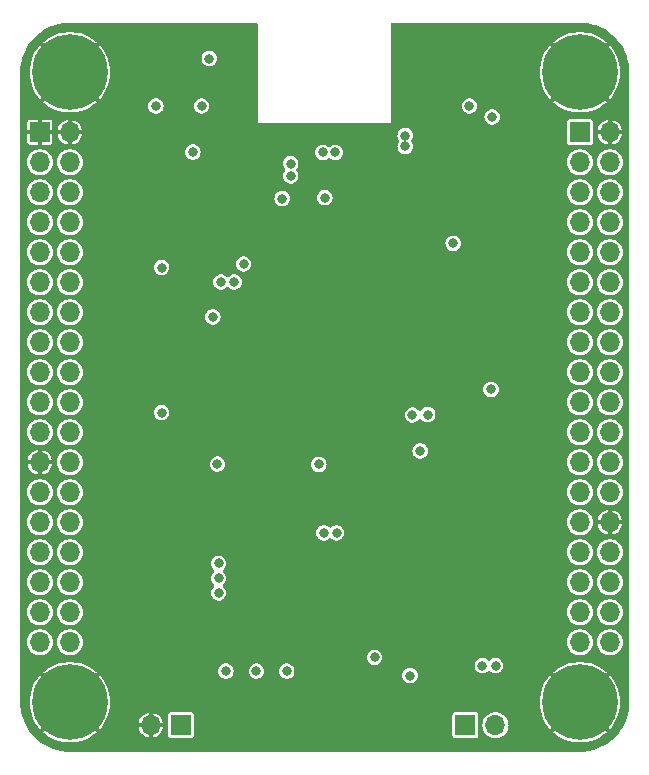
<source format=gbr>
%TF.GenerationSoftware,KiCad,Pcbnew,7.0.2-6a45011f42~172~ubuntu20.04.1*%
%TF.CreationDate,2023-04-23T14:30:36+07:00*%
%TF.ProjectId,EZ-USB-100X,455a2d55-5342-42d3-9130-30582e6b6963,rev?*%
%TF.SameCoordinates,Original*%
%TF.FileFunction,Copper,L2,Inr*%
%TF.FilePolarity,Positive*%
%FSLAX46Y46*%
G04 Gerber Fmt 4.6, Leading zero omitted, Abs format (unit mm)*
G04 Created by KiCad (PCBNEW 7.0.2-6a45011f42~172~ubuntu20.04.1) date 2023-04-23 14:30:36*
%MOMM*%
%LPD*%
G01*
G04 APERTURE LIST*
%TA.AperFunction,ComponentPad*%
%ADD10C,0.800000*%
%TD*%
%TA.AperFunction,ComponentPad*%
%ADD11C,6.400000*%
%TD*%
%TA.AperFunction,ComponentPad*%
%ADD12R,1.700000X1.700000*%
%TD*%
%TA.AperFunction,ComponentPad*%
%ADD13O,1.700000X1.700000*%
%TD*%
%TA.AperFunction,ViaPad*%
%ADD14C,0.800000*%
%TD*%
%TA.AperFunction,ViaPad*%
%ADD15C,0.300000*%
%TD*%
G04 APERTURE END LIST*
D10*
%TO.N,GND*%
%TO.C,H4*%
X156680200Y-107253800D03*
X157383144Y-105556744D03*
X157383144Y-108950856D03*
X159080200Y-104853800D03*
D11*
X159080200Y-107253800D03*
D10*
X159080200Y-109653800D03*
X160777256Y-105556744D03*
X160777256Y-108950856D03*
X161480200Y-107253800D03*
%TD*%
%TO.N,GND*%
%TO.C,H3*%
X156680200Y-53913800D03*
X157383144Y-52216744D03*
X157383144Y-55610856D03*
X159080200Y-51513800D03*
D11*
X159080200Y-53913800D03*
D10*
X159080200Y-56313800D03*
X160777256Y-52216744D03*
X160777256Y-55610856D03*
X161480200Y-53913800D03*
%TD*%
%TO.N,GND*%
%TO.C,H2*%
X113500200Y-107253800D03*
X114203144Y-105556744D03*
X114203144Y-108950856D03*
X115900200Y-104853800D03*
D11*
X115900200Y-107253800D03*
D10*
X115900200Y-109653800D03*
X117597256Y-105556744D03*
X117597256Y-108950856D03*
X118300200Y-107253800D03*
%TD*%
D12*
%TO.N,+5V*%
%TO.C,J4*%
X159080200Y-58993800D03*
D13*
%TO.N,GND*%
X161620200Y-58993800D03*
%TO.N,/RDY4*%
X159080200Y-61533800D03*
%TO.N,/RDY5*%
X161620200Y-61533800D03*
%TO.N,/RDY2*%
X159080200Y-64073800D03*
%TO.N,/RDY3*%
X161620200Y-64073800D03*
%TO.N,/RDY0*%
X159080200Y-66613800D03*
%TO.N,/RDY1*%
X161620200Y-66613800D03*
%TO.N,/CLKOUT*%
X159080200Y-69153800D03*
%TO.N,/PD7*%
X161620200Y-69153800D03*
%TO.N,/PD6*%
X159080200Y-71693800D03*
%TO.N,/PD5*%
X161620200Y-71693800D03*
%TO.N,/PD4*%
X159080200Y-74233800D03*
%TO.N,/PE7*%
X161620200Y-74233800D03*
%TO.N,/PE6*%
X159080200Y-76773800D03*
%TO.N,/PE5*%
X161620200Y-76773800D03*
%TO.N,/PE4*%
X159080200Y-79313800D03*
%TO.N,/PE3*%
X161620200Y-79313800D03*
%TO.N,/PE2*%
X159080200Y-81853800D03*
%TO.N,/PE1*%
X161620200Y-81853800D03*
%TO.N,/PE0*%
X159080200Y-84393800D03*
%TO.N,/INT5*%
X161620200Y-84393800D03*
%TO.N,/PD3*%
X159080200Y-86933800D03*
%TO.N,/PD2*%
X161620200Y-86933800D03*
%TO.N,/PD1*%
X159080200Y-89473800D03*
%TO.N,/PD0*%
X161620200Y-89473800D03*
%TO.N,/CTL5*%
X159080200Y-92013800D03*
%TO.N,GND*%
X161620200Y-92013800D03*
%TO.N,/PA6*%
X159080200Y-94553800D03*
%TO.N,/PA7*%
X161620200Y-94553800D03*
%TO.N,/PA4*%
X159080200Y-97093800D03*
%TO.N,/PA5*%
X161620200Y-97093800D03*
%TO.N,/PA2*%
X159080200Y-99633800D03*
%TO.N,/PA3*%
X161620200Y-99633800D03*
%TO.N,/PA0*%
X159080200Y-102173800D03*
%TO.N,/PA1*%
X161620200Y-102173800D03*
%TD*%
D12*
%TO.N,Net-(D3-K)*%
%TO.C,J5*%
X125303200Y-109194600D03*
D13*
%TO.N,GND*%
X122763200Y-109194600D03*
%TD*%
D12*
%TO.N,Net-(J1-Pin_1)*%
%TO.C,J1*%
X149397800Y-109194600D03*
D13*
%TO.N,/SDA*%
X151937800Y-109194600D03*
%TD*%
D10*
%TO.N,GND*%
%TO.C,H1*%
X113500200Y-53913800D03*
X114203144Y-52216744D03*
X114203144Y-55610856D03*
X115900200Y-51513800D03*
D11*
X115900200Y-53913800D03*
D10*
X115900200Y-56313800D03*
X117597256Y-52216744D03*
X117597256Y-55610856D03*
X118300200Y-53913800D03*
%TD*%
D12*
%TO.N,GND*%
%TO.C,J3*%
X113360200Y-58993800D03*
D13*
X115900200Y-58993800D03*
%TO.N,+3V3*%
X113360200Y-61533800D03*
%TO.N,/INT4*%
X115900200Y-61533800D03*
%TO.N,/T0*%
X113360200Y-64073800D03*
%TO.N,/T1*%
X115900200Y-64073800D03*
%TO.N,/T2*%
X113360200Y-66613800D03*
%TO.N,/IFCLK*%
X115900200Y-66613800D03*
%TO.N,/SCL*%
X113360200Y-69153800D03*
%TO.N,/SDA*%
X115900200Y-69153800D03*
%TO.N,/PB1*%
X113360200Y-71693800D03*
%TO.N,/PB0*%
X115900200Y-71693800D03*
%TO.N,/PB3*%
X113360200Y-74233800D03*
%TO.N,/PB2*%
X115900200Y-74233800D03*
%TO.N,/RXD0*%
X113360200Y-76773800D03*
%TO.N,/TXD0*%
X115900200Y-76773800D03*
%TO.N,/RXD1*%
X113360200Y-79313800D03*
%TO.N,/TXD1*%
X115900200Y-79313800D03*
%TO.N,/PB5*%
X113360200Y-81853800D03*
%TO.N,/PB4*%
X115900200Y-81853800D03*
%TO.N,/PB7*%
X113360200Y-84393800D03*
%TO.N,/PB6*%
X115900200Y-84393800D03*
%TO.N,GND*%
X113360200Y-86933800D03*
%TO.N,/CTL3*%
X115900200Y-86933800D03*
%TO.N,/CTL4*%
X113360200Y-89473800D03*
%TO.N,/CTL0*%
X115900200Y-89473800D03*
%TO.N,/CTL1*%
X113360200Y-92013800D03*
%TO.N,/CTL2*%
X115900200Y-92013800D03*
%TO.N,/PC0*%
X113360200Y-94553800D03*
%TO.N,/PC1*%
X115900200Y-94553800D03*
%TO.N,/PC2*%
X113360200Y-97093800D03*
%TO.N,/PC3*%
X115900200Y-97093800D03*
%TO.N,/PC4*%
X113360200Y-99633800D03*
%TO.N,/PC5*%
X115900200Y-99633800D03*
%TO.N,/PC6*%
X113360200Y-102173800D03*
%TO.N,/PC7*%
X115900200Y-102173800D03*
%TD*%
D14*
%TO.N,+5V*%
X144297400Y-59283600D03*
X137414000Y-92913200D03*
X144297400Y-60198000D03*
X138480800Y-92913200D03*
%TO.N,GND*%
X129921000Y-80289400D03*
X112496600Y-72948800D03*
X124282200Y-103073200D03*
X145872200Y-55270400D03*
X137541000Y-75285600D03*
X113385600Y-57048400D03*
X140868400Y-99517200D03*
X129921000Y-57835800D03*
X157073600Y-103505000D03*
D15*
X149860000Y-74015600D03*
X134620000Y-60731400D03*
X137134600Y-85699600D03*
D14*
X135178800Y-99060000D03*
X162483800Y-95834200D03*
X136880600Y-100584000D03*
X112496600Y-88188800D03*
X119253000Y-70358000D03*
X121793000Y-65328800D03*
X119202200Y-88112600D03*
X162483800Y-78054200D03*
D15*
X133883400Y-69443600D03*
X134594600Y-63627000D03*
D14*
X138506200Y-99136200D03*
D15*
X125018800Y-81153000D03*
D14*
X162483800Y-83134200D03*
X112496600Y-62788800D03*
X119964200Y-57099200D03*
D15*
X121996200Y-71399400D03*
D14*
X137642600Y-70561200D03*
X162483800Y-67894200D03*
X162483800Y-65354200D03*
X147421600Y-89077800D03*
X112496600Y-78028800D03*
X154889200Y-51206400D03*
D15*
X135280400Y-64693800D03*
X125018800Y-82448400D03*
D14*
X162483800Y-70434200D03*
D15*
X147269200Y-70764400D03*
X135178800Y-69443600D03*
D14*
X162483800Y-60274200D03*
X162483800Y-62814200D03*
X124942600Y-95199200D03*
X142214600Y-65786000D03*
X118084600Y-75133200D03*
X112496600Y-70408800D03*
X126390400Y-84810600D03*
D15*
X143916400Y-107137200D03*
D14*
X136042400Y-109016800D03*
D15*
X143611600Y-85699600D03*
D14*
X162483800Y-85674200D03*
D15*
X133807200Y-62179200D03*
X137007600Y-63042800D03*
D14*
X119938800Y-50876200D03*
D15*
X139344400Y-60706000D03*
D14*
X118922800Y-60223400D03*
X112496600Y-80568800D03*
X162483800Y-93294200D03*
X162483800Y-75514200D03*
D15*
X125018800Y-75311000D03*
D14*
X139141200Y-109626400D03*
X155270200Y-109728000D03*
X145643600Y-78765400D03*
X138099800Y-66471800D03*
D15*
X136398000Y-60706000D03*
X147193000Y-66167000D03*
X137007600Y-59537600D03*
D14*
X154914600Y-57175400D03*
X145516600Y-50698400D03*
X112496600Y-85648800D03*
X112496600Y-100888800D03*
D15*
X135280400Y-66471800D03*
D14*
X112496600Y-93268800D03*
X128346200Y-88519000D03*
X162483800Y-98374200D03*
X135356600Y-59283600D03*
X146329400Y-107543600D03*
X145592800Y-101625400D03*
X153085800Y-88544400D03*
X150291800Y-67106800D03*
X162483800Y-72974200D03*
X112496600Y-65328800D03*
X162483800Y-100914200D03*
D15*
X138201400Y-62484000D03*
X138734800Y-59537600D03*
D14*
X142417800Y-95529400D03*
X150571200Y-90881200D03*
X162483800Y-90754200D03*
X148412200Y-84226400D03*
X123545600Y-53314600D03*
X162483800Y-103454200D03*
X134594600Y-92633800D03*
X146634200Y-53822600D03*
X162483800Y-80594200D03*
D15*
X139725400Y-66802000D03*
D14*
X112496600Y-83108800D03*
X112496600Y-67868800D03*
X112496600Y-75488800D03*
X137617200Y-88950800D03*
D15*
X153238200Y-79832200D03*
D14*
X162483800Y-88214200D03*
X121767600Y-81762600D03*
X112496600Y-95808800D03*
X112496600Y-98348800D03*
X112496600Y-103454200D03*
X146075400Y-61239400D03*
X150139400Y-53441600D03*
X112496600Y-90728800D03*
%TO.N,+3V3*%
X128498600Y-95504000D03*
X149733000Y-56769000D03*
X148361400Y-68402200D03*
X151561800Y-80772000D03*
X134264400Y-104622600D03*
X128016000Y-74625200D03*
X123672600Y-70459600D03*
X141706600Y-103454200D03*
X145564400Y-85976000D03*
X123672600Y-82727800D03*
X136988900Y-87122000D03*
X128498600Y-97993200D03*
X128498600Y-96748600D03*
X133883400Y-64617600D03*
X128397000Y-87096600D03*
X144703800Y-105003600D03*
X137490200Y-64541400D03*
X123190000Y-56769000D03*
X127711200Y-52755800D03*
%TO.N,/SDA*%
X151942800Y-104165400D03*
X128701800Y-71678800D03*
%TO.N,/SCL*%
X150825200Y-104165400D03*
X129819400Y-71678800D03*
%TO.N,/D-*%
X138389800Y-60706000D03*
X134598594Y-62703934D03*
%TO.N,/D+*%
X134598594Y-61653934D03*
X137339800Y-60706000D03*
%TO.N,/WAKEUP*%
X151663400Y-57708800D03*
X146202400Y-82905600D03*
%TO.N,/RST*%
X144907000Y-82931000D03*
X127050800Y-56769000D03*
%TO.N,Net-(U3B-BKPT)*%
X126314200Y-60680600D03*
X130606800Y-70154800D03*
%TO.N,/PA0*%
X131699000Y-104622600D03*
%TO.N,/PA1*%
X129108200Y-104622600D03*
%TD*%
%TA.AperFunction,Conductor*%
%TO.N,GND*%
G36*
X114765330Y-108388670D02*
G01*
X114898811Y-108502673D01*
X114456812Y-108944672D01*
X114438639Y-108853311D01*
X114383384Y-108770616D01*
X114300689Y-108715361D01*
X114227768Y-108700856D01*
X114205655Y-108700856D01*
X114651324Y-108255186D01*
X114765330Y-108388670D01*
G37*
%TD.AperFunction*%
%TA.AperFunction,Conductor*%
G36*
X117594742Y-108700856D02*
G01*
X117572632Y-108700856D01*
X117499711Y-108715361D01*
X117417016Y-108770616D01*
X117361761Y-108853311D01*
X117343587Y-108944673D01*
X116901587Y-108502673D01*
X117035070Y-108388670D01*
X117149074Y-108255187D01*
X117594742Y-108700856D01*
G37*
%TD.AperFunction*%
%TA.AperFunction,Conductor*%
G36*
X114898812Y-106004926D02*
G01*
X114765330Y-106118930D01*
X114651325Y-106252412D01*
X114205658Y-105806744D01*
X114227768Y-105806744D01*
X114300689Y-105792239D01*
X114383384Y-105736984D01*
X114438639Y-105654289D01*
X114456812Y-105562926D01*
X114898812Y-106004926D01*
G37*
%TD.AperFunction*%
%TA.AperFunction,Conductor*%
G36*
X117361761Y-105654289D02*
G01*
X117417016Y-105736984D01*
X117499711Y-105792239D01*
X117572632Y-105806744D01*
X117594741Y-105806744D01*
X117149073Y-106252411D01*
X117035070Y-106118930D01*
X116901587Y-106004925D01*
X117343587Y-105562925D01*
X117361761Y-105654289D01*
G37*
%TD.AperFunction*%
%TA.AperFunction,Conductor*%
G36*
X157945330Y-108388670D02*
G01*
X158078811Y-108502673D01*
X157636812Y-108944672D01*
X157618639Y-108853311D01*
X157563384Y-108770616D01*
X157480689Y-108715361D01*
X157407768Y-108700856D01*
X157385656Y-108700856D01*
X157831325Y-108255186D01*
X157945330Y-108388670D01*
G37*
%TD.AperFunction*%
%TA.AperFunction,Conductor*%
G36*
X160774742Y-108700856D02*
G01*
X160752632Y-108700856D01*
X160679711Y-108715361D01*
X160597016Y-108770616D01*
X160541761Y-108853311D01*
X160523587Y-108944673D01*
X160081587Y-108502673D01*
X160215070Y-108388670D01*
X160329073Y-108255187D01*
X160774742Y-108700856D01*
G37*
%TD.AperFunction*%
%TA.AperFunction,Conductor*%
G36*
X158078812Y-106004926D02*
G01*
X157945330Y-106118930D01*
X157831326Y-106252412D01*
X157385658Y-105806744D01*
X157407768Y-105806744D01*
X157480689Y-105792239D01*
X157563384Y-105736984D01*
X157618639Y-105654289D01*
X157636812Y-105562926D01*
X158078812Y-106004926D01*
G37*
%TD.AperFunction*%
%TA.AperFunction,Conductor*%
G36*
X160541761Y-105654289D02*
G01*
X160597016Y-105736984D01*
X160679711Y-105792239D01*
X160752632Y-105806744D01*
X160774741Y-105806744D01*
X160329073Y-106252411D01*
X160215070Y-106118930D01*
X160081587Y-106004925D01*
X160523587Y-105562925D01*
X160541761Y-105654289D01*
G37*
%TD.AperFunction*%
%TA.AperFunction,Conductor*%
G36*
X114765330Y-55048670D02*
G01*
X114898811Y-55162673D01*
X114456812Y-55604672D01*
X114438639Y-55513311D01*
X114383384Y-55430616D01*
X114300689Y-55375361D01*
X114227768Y-55360856D01*
X114205655Y-55360856D01*
X114651324Y-54915186D01*
X114765330Y-55048670D01*
G37*
%TD.AperFunction*%
%TA.AperFunction,Conductor*%
G36*
X117594742Y-55360856D02*
G01*
X117572632Y-55360856D01*
X117499711Y-55375361D01*
X117417016Y-55430616D01*
X117361761Y-55513311D01*
X117343587Y-55604673D01*
X116901587Y-55162673D01*
X117035070Y-55048670D01*
X117149074Y-54915187D01*
X117594742Y-55360856D01*
G37*
%TD.AperFunction*%
%TA.AperFunction,Conductor*%
G36*
X114898811Y-52664926D02*
G01*
X114765330Y-52778930D01*
X114651326Y-52912412D01*
X114205658Y-52466744D01*
X114227768Y-52466744D01*
X114300689Y-52452239D01*
X114383384Y-52396984D01*
X114438639Y-52314289D01*
X114456812Y-52222926D01*
X114898811Y-52664926D01*
G37*
%TD.AperFunction*%
%TA.AperFunction,Conductor*%
G36*
X117361761Y-52314289D02*
G01*
X117417016Y-52396984D01*
X117499711Y-52452239D01*
X117572632Y-52466744D01*
X117594741Y-52466744D01*
X117149073Y-52912411D01*
X117035070Y-52778930D01*
X116901587Y-52664925D01*
X117343587Y-52222924D01*
X117361761Y-52314289D01*
G37*
%TD.AperFunction*%
%TA.AperFunction,Conductor*%
G36*
X157945330Y-55048670D02*
G01*
X158078811Y-55162673D01*
X157636812Y-55604672D01*
X157618639Y-55513311D01*
X157563384Y-55430616D01*
X157480689Y-55375361D01*
X157407768Y-55360856D01*
X157385656Y-55360856D01*
X157831325Y-54915186D01*
X157945330Y-55048670D01*
G37*
%TD.AperFunction*%
%TA.AperFunction,Conductor*%
G36*
X160774742Y-55360856D02*
G01*
X160752632Y-55360856D01*
X160679711Y-55375361D01*
X160597016Y-55430616D01*
X160541761Y-55513311D01*
X160523587Y-55604673D01*
X160081587Y-55162673D01*
X160215070Y-55048670D01*
X160329073Y-54915187D01*
X160774742Y-55360856D01*
G37*
%TD.AperFunction*%
%TA.AperFunction,Conductor*%
G36*
X158078812Y-52664926D02*
G01*
X157945330Y-52778930D01*
X157831326Y-52912412D01*
X157385658Y-52466744D01*
X157407768Y-52466744D01*
X157480689Y-52452239D01*
X157563384Y-52396984D01*
X157618639Y-52314289D01*
X157636812Y-52222926D01*
X158078812Y-52664926D01*
G37*
%TD.AperFunction*%
%TA.AperFunction,Conductor*%
G36*
X160541761Y-52314289D02*
G01*
X160597016Y-52396984D01*
X160679711Y-52452239D01*
X160752632Y-52466744D01*
X160774741Y-52466744D01*
X160329073Y-52912411D01*
X160215070Y-52778930D01*
X160081587Y-52664925D01*
X160523587Y-52222925D01*
X160541761Y-52314289D01*
G37*
%TD.AperFunction*%
%TA.AperFunction,Conductor*%
G36*
X131742721Y-49733999D02*
G01*
X131789214Y-49787655D01*
X131800600Y-49839996D01*
X131800600Y-58216800D01*
X143103600Y-58216800D01*
X143103600Y-57708800D01*
X151004093Y-57708800D01*
X151023250Y-57866580D01*
X151079612Y-58015194D01*
X151114518Y-58065763D01*
X151169902Y-58146001D01*
X151288871Y-58251399D01*
X151429607Y-58325263D01*
X151583929Y-58363300D01*
X151583931Y-58363300D01*
X151742869Y-58363300D01*
X151742871Y-58363300D01*
X151897193Y-58325263D01*
X152037929Y-58251399D01*
X152156898Y-58146001D01*
X152247187Y-58015195D01*
X152303549Y-57866582D01*
X152322707Y-57708800D01*
X152303549Y-57551018D01*
X152247187Y-57402405D01*
X152156898Y-57271599D01*
X152037929Y-57166201D01*
X151897193Y-57092337D01*
X151742871Y-57054300D01*
X151583929Y-57054300D01*
X151429607Y-57092337D01*
X151429606Y-57092337D01*
X151429604Y-57092338D01*
X151288872Y-57166200D01*
X151169901Y-57271599D01*
X151079612Y-57402405D01*
X151023250Y-57551019D01*
X151004093Y-57708800D01*
X143103600Y-57708800D01*
X143103600Y-56768999D01*
X149073693Y-56768999D01*
X149092850Y-56926780D01*
X149149212Y-57075394D01*
X149232058Y-57195416D01*
X149239502Y-57206201D01*
X149358471Y-57311599D01*
X149499207Y-57385463D01*
X149653529Y-57423500D01*
X149653531Y-57423500D01*
X149812469Y-57423500D01*
X149812471Y-57423500D01*
X149966793Y-57385463D01*
X150107529Y-57311599D01*
X150226498Y-57206201D01*
X150316787Y-57075395D01*
X150373149Y-56926782D01*
X150392307Y-56769000D01*
X150373149Y-56611218D01*
X150316787Y-56462605D01*
X150226498Y-56331799D01*
X150107529Y-56226401D01*
X149966793Y-56152537D01*
X149812471Y-56114500D01*
X149653529Y-56114500D01*
X149499207Y-56152537D01*
X149499206Y-56152537D01*
X149499204Y-56152538D01*
X149358472Y-56226400D01*
X149239501Y-56331799D01*
X149149212Y-56462605D01*
X149092850Y-56611219D01*
X149073693Y-56768999D01*
X143103600Y-56768999D01*
X143103600Y-53917212D01*
X155675391Y-53917212D01*
X155694980Y-54278525D01*
X155695719Y-54285322D01*
X155754259Y-54642399D01*
X155755727Y-54649067D01*
X155852534Y-54997733D01*
X155854709Y-55004189D01*
X155988649Y-55340352D01*
X155991505Y-55346528D01*
X156161009Y-55666247D01*
X156164517Y-55672076D01*
X156367592Y-55971589D01*
X156371721Y-55977020D01*
X156554411Y-56192100D01*
X157129475Y-55617036D01*
X157147649Y-55708401D01*
X157202904Y-55791096D01*
X157285599Y-55846351D01*
X157358520Y-55860856D01*
X157380629Y-55860856D01*
X156802249Y-56439235D01*
X156873380Y-56506613D01*
X156878567Y-56511019D01*
X157166637Y-56730005D01*
X157172293Y-56733840D01*
X157482352Y-56920396D01*
X157488361Y-56923582D01*
X157816782Y-57075526D01*
X157823124Y-57078052D01*
X158166031Y-57193591D01*
X158172603Y-57195416D01*
X158526001Y-57273204D01*
X158532725Y-57274306D01*
X158892458Y-57313430D01*
X158899272Y-57313800D01*
X159261128Y-57313800D01*
X159267941Y-57313430D01*
X159627674Y-57274306D01*
X159634398Y-57273204D01*
X159987796Y-57195416D01*
X159994368Y-57193591D01*
X160337275Y-57078052D01*
X160343617Y-57075526D01*
X160672038Y-56923582D01*
X160678047Y-56920396D01*
X160988106Y-56733840D01*
X160993762Y-56730005D01*
X161281826Y-56511024D01*
X161287029Y-56506604D01*
X161358149Y-56439235D01*
X160779770Y-55860856D01*
X160801880Y-55860856D01*
X160874801Y-55846351D01*
X160957496Y-55791096D01*
X161012751Y-55708401D01*
X161030924Y-55617038D01*
X161605986Y-56192100D01*
X161788679Y-55977020D01*
X161792807Y-55971589D01*
X161995882Y-55672076D01*
X161999390Y-55666247D01*
X162168894Y-55346528D01*
X162171750Y-55340352D01*
X162305690Y-55004189D01*
X162307865Y-54997733D01*
X162404672Y-54649067D01*
X162406140Y-54642399D01*
X162464680Y-54285322D01*
X162465419Y-54278525D01*
X162485009Y-53917212D01*
X162485009Y-53910387D01*
X162465419Y-53549074D01*
X162464680Y-53542277D01*
X162406140Y-53185200D01*
X162404672Y-53178532D01*
X162307865Y-52829866D01*
X162305690Y-52823410D01*
X162171750Y-52487247D01*
X162168894Y-52481071D01*
X161999390Y-52161352D01*
X161995882Y-52155523D01*
X161792807Y-51856010D01*
X161788678Y-51850579D01*
X161605987Y-51635498D01*
X161030924Y-52210560D01*
X161012751Y-52119199D01*
X160957496Y-52036504D01*
X160874801Y-51981249D01*
X160801880Y-51966744D01*
X160779769Y-51966744D01*
X161358149Y-51388363D01*
X161287019Y-51320986D01*
X161281832Y-51316580D01*
X160993762Y-51097594D01*
X160988106Y-51093759D01*
X160678047Y-50907203D01*
X160672038Y-50904017D01*
X160343617Y-50752073D01*
X160337275Y-50749547D01*
X159994368Y-50634008D01*
X159987796Y-50632183D01*
X159634398Y-50554395D01*
X159627674Y-50553293D01*
X159267941Y-50514169D01*
X159261128Y-50513800D01*
X158899272Y-50513800D01*
X158892458Y-50514169D01*
X158532725Y-50553293D01*
X158526001Y-50554395D01*
X158172603Y-50632183D01*
X158166031Y-50634008D01*
X157823124Y-50749547D01*
X157816782Y-50752073D01*
X157488361Y-50904017D01*
X157482352Y-50907203D01*
X157172293Y-51093759D01*
X157166637Y-51097594D01*
X156878563Y-51316583D01*
X156873379Y-51320987D01*
X156802249Y-51388363D01*
X157380630Y-51966744D01*
X157358520Y-51966744D01*
X157285599Y-51981249D01*
X157202904Y-52036504D01*
X157147649Y-52119199D01*
X157129475Y-52210561D01*
X156554412Y-51635498D01*
X156371712Y-51850590D01*
X156367592Y-51856010D01*
X156164517Y-52155523D01*
X156161009Y-52161352D01*
X155991505Y-52481071D01*
X155988649Y-52487247D01*
X155854709Y-52823410D01*
X155852534Y-52829866D01*
X155755727Y-53178532D01*
X155754259Y-53185200D01*
X155695719Y-53542277D01*
X155694980Y-53549074D01*
X155675391Y-53910387D01*
X155675391Y-53917212D01*
X143103600Y-53917212D01*
X143103600Y-49839997D01*
X143123602Y-49771876D01*
X143177258Y-49725383D01*
X143229600Y-49713997D01*
X159077279Y-49713997D01*
X159083098Y-49714131D01*
X159253100Y-49721990D01*
X159437324Y-49731041D01*
X159443479Y-49731494D01*
X159513151Y-49738357D01*
X159513171Y-49738359D01*
X159518223Y-49738959D01*
X159668895Y-49759977D01*
X159845592Y-49786187D01*
X159851680Y-49787244D01*
X159882329Y-49793340D01*
X159898927Y-49796641D01*
X159903128Y-49797553D01*
X160064933Y-49835609D01*
X160064959Y-49835615D01*
X160246507Y-49881090D01*
X160252417Y-49882726D01*
X160273796Y-49889211D01*
X160277151Y-49890282D01*
X160448743Y-49947794D01*
X160451149Y-49948627D01*
X160632912Y-50013662D01*
X160641329Y-50017021D01*
X160820462Y-50096116D01*
X160823390Y-50097456D01*
X160997150Y-50179639D01*
X161004571Y-50183454D01*
X161176040Y-50278962D01*
X161179433Y-50280923D01*
X161343951Y-50379531D01*
X161350348Y-50383634D01*
X161439123Y-50444446D01*
X161512438Y-50494668D01*
X161516289Y-50497414D01*
X161670125Y-50611507D01*
X161675561Y-50615775D01*
X161826798Y-50741360D01*
X161830920Y-50744936D01*
X161972752Y-50873485D01*
X161977231Y-50877750D01*
X162116247Y-51016766D01*
X162120512Y-51021245D01*
X162249063Y-51163080D01*
X162252639Y-51167201D01*
X162378221Y-51318433D01*
X162382483Y-51323861D01*
X162496615Y-51477751D01*
X162499333Y-51481564D01*
X162610347Y-51643627D01*
X162614471Y-51650056D01*
X162713075Y-51814566D01*
X162715077Y-51818030D01*
X162810541Y-51989420D01*
X162814357Y-51996840D01*
X162896550Y-52170624D01*
X162897911Y-52173602D01*
X162976963Y-52352638D01*
X162980334Y-52361084D01*
X163045391Y-52542907D01*
X163046224Y-52545314D01*
X163103686Y-52716760D01*
X163104792Y-52720222D01*
X163111263Y-52741552D01*
X163112913Y-52747515D01*
X163158396Y-52929089D01*
X163196430Y-53090800D01*
X163197352Y-53095054D01*
X163206754Y-53142316D01*
X163207812Y-53148412D01*
X163234038Y-53325215D01*
X163255035Y-53475746D01*
X163255636Y-53480799D01*
X163262502Y-53550509D01*
X163262957Y-53556676D01*
X163272018Y-53741093D01*
X163279869Y-53910902D01*
X163280003Y-53916720D01*
X163280003Y-107250878D01*
X163279869Y-107256698D01*
X163272018Y-107426497D01*
X163262957Y-107610922D01*
X163262502Y-107617090D01*
X163255636Y-107686796D01*
X163255035Y-107691852D01*
X163234040Y-107842366D01*
X163207812Y-108019185D01*
X163206755Y-108025274D01*
X163197355Y-108072534D01*
X163196429Y-108076801D01*
X163158400Y-108238492D01*
X163133542Y-108337733D01*
X163112915Y-108420082D01*
X163112913Y-108420088D01*
X163111264Y-108426044D01*
X163104795Y-108447367D01*
X163103690Y-108450829D01*
X163046224Y-108622283D01*
X163045391Y-108624689D01*
X162980332Y-108806518D01*
X162976961Y-108814964D01*
X162897918Y-108993981D01*
X162896557Y-108996959D01*
X162814354Y-109170762D01*
X162810527Y-109178202D01*
X162715085Y-109349553D01*
X162713083Y-109353018D01*
X162614467Y-109517549D01*
X162610343Y-109523979D01*
X162499342Y-109686021D01*
X162496596Y-109689872D01*
X162382482Y-109843736D01*
X162378214Y-109849172D01*
X162252649Y-110000385D01*
X162249073Y-110004507D01*
X162120503Y-110146362D01*
X162116238Y-110150841D01*
X161977241Y-110289838D01*
X161972762Y-110294103D01*
X161830907Y-110422673D01*
X161826785Y-110426249D01*
X161675572Y-110551814D01*
X161670136Y-110556082D01*
X161516272Y-110670196D01*
X161512421Y-110672942D01*
X161350379Y-110783943D01*
X161343949Y-110788067D01*
X161179418Y-110886683D01*
X161175953Y-110888685D01*
X161004602Y-110984127D01*
X160997162Y-110987954D01*
X160823359Y-111070157D01*
X160820381Y-111071518D01*
X160641364Y-111150561D01*
X160632918Y-111153932D01*
X160451089Y-111218991D01*
X160448683Y-111219824D01*
X160277229Y-111277290D01*
X160273764Y-111278396D01*
X160252446Y-111284863D01*
X160246485Y-111286513D01*
X160064894Y-111332000D01*
X159957864Y-111357173D01*
X159903210Y-111370028D01*
X159903197Y-111370031D01*
X159898940Y-111370954D01*
X159851677Y-111380355D01*
X159845584Y-111381412D01*
X159668768Y-111407640D01*
X159518251Y-111428635D01*
X159513199Y-111429236D01*
X159443490Y-111436102D01*
X159437322Y-111436557D01*
X159252898Y-111445618D01*
X159083098Y-111453469D01*
X159077279Y-111453603D01*
X115903121Y-111453603D01*
X115897302Y-111453469D01*
X115727493Y-111445618D01*
X115543076Y-111436557D01*
X115536908Y-111436102D01*
X115467200Y-111429236D01*
X115462144Y-111428635D01*
X115311615Y-111407638D01*
X115250720Y-111398605D01*
X115134801Y-111381410D01*
X115128718Y-111380355D01*
X115081460Y-111370954D01*
X115077196Y-111370028D01*
X114915489Y-111331996D01*
X114846319Y-111314670D01*
X114733899Y-111286509D01*
X114727952Y-111284863D01*
X114706618Y-111278390D01*
X114703160Y-111277286D01*
X114531714Y-111219824D01*
X114529307Y-111218991D01*
X114347484Y-111153934D01*
X114339038Y-111150563D01*
X114160002Y-111071511D01*
X114157024Y-111070150D01*
X113983240Y-110987957D01*
X113975820Y-110984141D01*
X113804430Y-110888677D01*
X113800966Y-110886675D01*
X113636456Y-110788071D01*
X113630027Y-110783947D01*
X113467964Y-110672933D01*
X113464151Y-110670215D01*
X113310260Y-110556082D01*
X113304833Y-110551821D01*
X113153601Y-110426239D01*
X113149480Y-110422663D01*
X113007645Y-110294112D01*
X113003166Y-110289847D01*
X112864150Y-110150831D01*
X112859885Y-110146352D01*
X112731336Y-110004520D01*
X112727760Y-110000398D01*
X112602175Y-109849161D01*
X112597907Y-109843725D01*
X112483814Y-109689889D01*
X112481068Y-109686038D01*
X112476439Y-109679280D01*
X112370034Y-109523948D01*
X112365930Y-109517549D01*
X112267323Y-109353033D01*
X112265362Y-109349640D01*
X112169854Y-109178171D01*
X112166039Y-109170750D01*
X112083856Y-108996990D01*
X112082516Y-108994062D01*
X112003421Y-108814929D01*
X112000058Y-108806501D01*
X111995548Y-108793897D01*
X111935027Y-108624748D01*
X111934194Y-108622343D01*
X111929530Y-108608427D01*
X111876682Y-108450752D01*
X111875622Y-108447429D01*
X111869121Y-108425999D01*
X111867486Y-108420088D01*
X111832443Y-108280192D01*
X111822015Y-108238558D01*
X111795944Y-108127712D01*
X111783954Y-108076733D01*
X111783043Y-108072534D01*
X111773642Y-108025274D01*
X111772587Y-108019191D01*
X111746375Y-107842480D01*
X111725360Y-107691826D01*
X111724759Y-107686772D01*
X111717896Y-107617092D01*
X111717441Y-107610924D01*
X111708389Y-107426662D01*
X111700555Y-107257212D01*
X112495391Y-107257212D01*
X112514980Y-107618525D01*
X112515719Y-107625322D01*
X112574259Y-107982399D01*
X112575727Y-107989067D01*
X112672534Y-108337733D01*
X112674709Y-108344189D01*
X112808649Y-108680352D01*
X112811505Y-108686528D01*
X112981009Y-109006247D01*
X112984517Y-109012076D01*
X113187592Y-109311589D01*
X113191721Y-109317020D01*
X113374411Y-109532100D01*
X113949475Y-108957035D01*
X113967649Y-109048401D01*
X114022904Y-109131096D01*
X114105599Y-109186351D01*
X114178520Y-109200856D01*
X114200629Y-109200856D01*
X113622249Y-109779235D01*
X113693380Y-109846613D01*
X113698567Y-109851019D01*
X113986637Y-110070005D01*
X113992293Y-110073840D01*
X114302352Y-110260396D01*
X114308361Y-110263582D01*
X114636782Y-110415526D01*
X114643124Y-110418052D01*
X114986031Y-110533591D01*
X114992603Y-110535416D01*
X115346001Y-110613204D01*
X115352725Y-110614306D01*
X115712458Y-110653430D01*
X115719272Y-110653800D01*
X116081128Y-110653800D01*
X116087941Y-110653430D01*
X116447674Y-110614306D01*
X116454398Y-110613204D01*
X116807796Y-110535416D01*
X116814368Y-110533591D01*
X117157275Y-110418052D01*
X117163617Y-110415526D01*
X117492038Y-110263582D01*
X117498047Y-110260396D01*
X117808106Y-110073840D01*
X117813762Y-110070005D01*
X118101826Y-109851024D01*
X118107029Y-109846604D01*
X118178149Y-109779235D01*
X117599770Y-109200856D01*
X117621880Y-109200856D01*
X117694801Y-109186351D01*
X117777496Y-109131096D01*
X117832751Y-109048401D01*
X117850924Y-108957038D01*
X118425986Y-109532100D01*
X118608679Y-109317020D01*
X118612807Y-109311589D01*
X118810781Y-109019599D01*
X121725354Y-109019599D01*
X121725355Y-109019600D01*
X122293476Y-109019600D01*
X122263200Y-109122711D01*
X122263200Y-109266489D01*
X122293476Y-109369600D01*
X121725355Y-109369600D01*
X121728391Y-109400436D01*
X121788431Y-109598360D01*
X121885931Y-109780772D01*
X122017144Y-109940655D01*
X122177027Y-110071868D01*
X122359439Y-110169368D01*
X122557363Y-110229408D01*
X122588199Y-110232445D01*
X122588200Y-110232444D01*
X122588200Y-109664353D01*
X122620885Y-109679280D01*
X122727437Y-109694600D01*
X122798963Y-109694600D01*
X122905515Y-109679280D01*
X122938200Y-109664353D01*
X122938200Y-110232445D01*
X122969036Y-110229408D01*
X123166960Y-110169368D01*
X123349372Y-110071868D01*
X123352053Y-110069668D01*
X124198700Y-110069668D01*
X124213465Y-110143900D01*
X124269715Y-110228084D01*
X124318074Y-110260396D01*
X124353899Y-110284334D01*
X124428133Y-110299100D01*
X126178266Y-110299099D01*
X126178268Y-110299099D01*
X126227756Y-110289255D01*
X126252501Y-110284334D01*
X126336684Y-110228084D01*
X126392934Y-110143901D01*
X126407700Y-110069668D01*
X148293300Y-110069668D01*
X148308065Y-110143900D01*
X148364315Y-110228084D01*
X148412674Y-110260396D01*
X148448499Y-110284334D01*
X148522733Y-110299100D01*
X150272866Y-110299099D01*
X150272868Y-110299099D01*
X150322356Y-110289255D01*
X150347101Y-110284334D01*
X150431284Y-110228084D01*
X150487534Y-110143901D01*
X150502300Y-110069667D01*
X150502299Y-109194599D01*
X150828567Y-109194599D01*
X150847454Y-109398419D01*
X150903472Y-109595302D01*
X150994710Y-109778533D01*
X151049449Y-109851019D01*
X151118068Y-109941885D01*
X151269338Y-110079786D01*
X151443373Y-110187544D01*
X151634244Y-110261488D01*
X151835453Y-110299100D01*
X151835455Y-110299100D01*
X152040145Y-110299100D01*
X152040147Y-110299100D01*
X152241356Y-110261488D01*
X152432227Y-110187544D01*
X152606262Y-110079786D01*
X152757532Y-109941885D01*
X152880888Y-109778535D01*
X152972128Y-109595301D01*
X153028145Y-109398421D01*
X153047032Y-109194600D01*
X153045512Y-109178202D01*
X153037588Y-109092689D01*
X153028145Y-108990779D01*
X152972128Y-108793899D01*
X152933021Y-108715361D01*
X152880889Y-108610666D01*
X152836760Y-108552230D01*
X152757532Y-108447315D01*
X152606262Y-108309414D01*
X152502713Y-108245299D01*
X152432228Y-108201656D01*
X152316322Y-108156754D01*
X152241356Y-108127712D01*
X152040147Y-108090100D01*
X151835453Y-108090100D01*
X151634243Y-108127712D01*
X151634244Y-108127712D01*
X151443371Y-108201656D01*
X151269339Y-108309413D01*
X151269337Y-108309414D01*
X151269338Y-108309414D01*
X151166536Y-108403131D01*
X151118067Y-108447316D01*
X150994710Y-108610666D01*
X150903472Y-108793897D01*
X150847454Y-108990780D01*
X150828567Y-109194599D01*
X150502299Y-109194599D01*
X150502299Y-108319534D01*
X150502299Y-108319533D01*
X150502299Y-108319531D01*
X150487534Y-108245299D01*
X150431284Y-108161115D01*
X150347101Y-108104866D01*
X150347096Y-108104865D01*
X150272867Y-108090100D01*
X150272866Y-108090100D01*
X148522731Y-108090100D01*
X148448499Y-108104865D01*
X148364315Y-108161115D01*
X148308066Y-108245298D01*
X148293300Y-108319533D01*
X148293300Y-110069668D01*
X126407700Y-110069668D01*
X126407700Y-110069667D01*
X126407699Y-108319534D01*
X126407699Y-108319533D01*
X126407699Y-108319531D01*
X126392934Y-108245299D01*
X126336684Y-108161115D01*
X126252501Y-108104866D01*
X126252496Y-108104865D01*
X126178267Y-108090100D01*
X126178266Y-108090100D01*
X124428131Y-108090100D01*
X124353899Y-108104865D01*
X124269715Y-108161115D01*
X124213466Y-108245298D01*
X124198700Y-108319533D01*
X124198700Y-110069668D01*
X123352053Y-110069668D01*
X123509255Y-109940655D01*
X123640468Y-109780772D01*
X123737968Y-109598360D01*
X123798008Y-109400436D01*
X123801045Y-109369600D01*
X123232924Y-109369600D01*
X123263200Y-109266489D01*
X123263200Y-109122711D01*
X123232924Y-109019600D01*
X123801045Y-109019600D01*
X123801045Y-109019599D01*
X123798008Y-108988763D01*
X123737968Y-108790839D01*
X123640468Y-108608427D01*
X123509255Y-108448544D01*
X123349372Y-108317331D01*
X123166964Y-108219833D01*
X122969033Y-108159792D01*
X122938199Y-108156754D01*
X122938199Y-108724846D01*
X122905515Y-108709920D01*
X122798963Y-108694600D01*
X122727437Y-108694600D01*
X122620885Y-108709920D01*
X122588200Y-108724846D01*
X122588200Y-108156754D01*
X122557366Y-108159792D01*
X122359435Y-108219833D01*
X122177027Y-108317331D01*
X122017144Y-108448544D01*
X121885931Y-108608427D01*
X121788431Y-108790839D01*
X121728391Y-108988763D01*
X121725354Y-109019599D01*
X118810781Y-109019599D01*
X118815882Y-109012076D01*
X118819390Y-109006247D01*
X118988894Y-108686528D01*
X118991750Y-108680352D01*
X119125690Y-108344189D01*
X119127865Y-108337733D01*
X119224672Y-107989067D01*
X119226140Y-107982399D01*
X119284680Y-107625322D01*
X119285419Y-107618525D01*
X119305009Y-107257212D01*
X155675391Y-107257212D01*
X155694980Y-107618525D01*
X155695719Y-107625322D01*
X155754259Y-107982399D01*
X155755727Y-107989067D01*
X155852534Y-108337733D01*
X155854709Y-108344189D01*
X155988649Y-108680352D01*
X155991505Y-108686528D01*
X156161009Y-109006247D01*
X156164517Y-109012076D01*
X156367592Y-109311589D01*
X156371721Y-109317020D01*
X156554411Y-109532100D01*
X157129475Y-108957036D01*
X157147649Y-109048401D01*
X157202904Y-109131096D01*
X157285599Y-109186351D01*
X157358520Y-109200856D01*
X157380629Y-109200856D01*
X156802249Y-109779235D01*
X156873380Y-109846613D01*
X156878567Y-109851019D01*
X157166637Y-110070005D01*
X157172293Y-110073840D01*
X157482352Y-110260396D01*
X157488361Y-110263582D01*
X157816782Y-110415526D01*
X157823124Y-110418052D01*
X158166031Y-110533591D01*
X158172603Y-110535416D01*
X158526001Y-110613204D01*
X158532725Y-110614306D01*
X158892458Y-110653430D01*
X158899272Y-110653800D01*
X159261128Y-110653800D01*
X159267941Y-110653430D01*
X159627674Y-110614306D01*
X159634398Y-110613204D01*
X159987796Y-110535416D01*
X159994368Y-110533591D01*
X160337275Y-110418052D01*
X160343617Y-110415526D01*
X160672038Y-110263582D01*
X160678047Y-110260396D01*
X160988106Y-110073840D01*
X160993762Y-110070005D01*
X161281826Y-109851024D01*
X161287029Y-109846604D01*
X161358149Y-109779235D01*
X160779770Y-109200856D01*
X160801880Y-109200856D01*
X160874801Y-109186351D01*
X160957496Y-109131096D01*
X161012751Y-109048401D01*
X161030924Y-108957038D01*
X161605986Y-109532100D01*
X161788679Y-109317020D01*
X161792807Y-109311589D01*
X161995882Y-109012076D01*
X161999390Y-109006247D01*
X162168894Y-108686528D01*
X162171750Y-108680352D01*
X162305690Y-108344189D01*
X162307865Y-108337733D01*
X162404672Y-107989067D01*
X162406140Y-107982399D01*
X162464680Y-107625322D01*
X162465419Y-107618525D01*
X162485009Y-107257212D01*
X162485009Y-107250387D01*
X162465419Y-106889074D01*
X162464680Y-106882277D01*
X162406140Y-106525200D01*
X162404672Y-106518532D01*
X162307865Y-106169866D01*
X162305690Y-106163410D01*
X162171750Y-105827247D01*
X162168894Y-105821071D01*
X161999390Y-105501352D01*
X161995882Y-105495523D01*
X161792807Y-105196010D01*
X161788678Y-105190579D01*
X161605987Y-104975498D01*
X161030924Y-105550561D01*
X161012751Y-105459199D01*
X160957496Y-105376504D01*
X160874801Y-105321249D01*
X160801880Y-105306744D01*
X160779769Y-105306744D01*
X161358149Y-104728363D01*
X161287019Y-104660986D01*
X161281832Y-104656580D01*
X160993762Y-104437594D01*
X160988106Y-104433759D01*
X160678047Y-104247203D01*
X160672038Y-104244017D01*
X160343617Y-104092073D01*
X160337275Y-104089547D01*
X159994368Y-103974008D01*
X159987796Y-103972183D01*
X159634398Y-103894395D01*
X159627674Y-103893293D01*
X159267941Y-103854169D01*
X159261128Y-103853800D01*
X158899272Y-103853800D01*
X158892458Y-103854169D01*
X158532725Y-103893293D01*
X158526001Y-103894395D01*
X158172603Y-103972183D01*
X158166031Y-103974008D01*
X157823124Y-104089547D01*
X157816782Y-104092073D01*
X157488361Y-104244017D01*
X157482352Y-104247203D01*
X157172293Y-104433759D01*
X157166637Y-104437594D01*
X156878563Y-104656583D01*
X156873379Y-104660987D01*
X156802249Y-104728363D01*
X157380630Y-105306744D01*
X157358520Y-105306744D01*
X157285599Y-105321249D01*
X157202904Y-105376504D01*
X157147649Y-105459199D01*
X157129475Y-105550561D01*
X156554412Y-104975498D01*
X156371712Y-105190590D01*
X156367592Y-105196010D01*
X156164517Y-105495523D01*
X156161009Y-105501352D01*
X155991505Y-105821071D01*
X155988649Y-105827247D01*
X155854709Y-106163410D01*
X155852534Y-106169866D01*
X155755727Y-106518532D01*
X155754259Y-106525200D01*
X155695719Y-106882277D01*
X155694980Y-106889074D01*
X155675391Y-107250387D01*
X155675391Y-107257212D01*
X119305009Y-107257212D01*
X119305009Y-107250387D01*
X119285419Y-106889074D01*
X119284680Y-106882277D01*
X119226140Y-106525200D01*
X119224672Y-106518532D01*
X119127865Y-106169866D01*
X119125690Y-106163410D01*
X118991750Y-105827247D01*
X118988894Y-105821071D01*
X118819390Y-105501352D01*
X118815882Y-105495523D01*
X118612807Y-105196010D01*
X118608678Y-105190579D01*
X118425987Y-104975498D01*
X117850924Y-105550560D01*
X117832751Y-105459199D01*
X117777496Y-105376504D01*
X117694801Y-105321249D01*
X117621880Y-105306744D01*
X117599769Y-105306744D01*
X118178149Y-104728363D01*
X118107019Y-104660986D01*
X118101832Y-104656580D01*
X118057131Y-104622599D01*
X128448893Y-104622599D01*
X128468050Y-104780380D01*
X128524412Y-104928994D01*
X128575909Y-105003599D01*
X128614702Y-105059801D01*
X128733671Y-105165199D01*
X128874407Y-105239063D01*
X129028729Y-105277100D01*
X129028731Y-105277100D01*
X129187669Y-105277100D01*
X129187671Y-105277100D01*
X129341993Y-105239063D01*
X129482729Y-105165199D01*
X129601698Y-105059801D01*
X129691987Y-104928995D01*
X129748349Y-104780382D01*
X129767507Y-104622600D01*
X131039693Y-104622600D01*
X131058850Y-104780380D01*
X131115212Y-104928994D01*
X131166709Y-105003599D01*
X131205502Y-105059801D01*
X131324471Y-105165199D01*
X131465207Y-105239063D01*
X131619529Y-105277100D01*
X131619531Y-105277100D01*
X131778469Y-105277100D01*
X131778471Y-105277100D01*
X131932793Y-105239063D01*
X132073529Y-105165199D01*
X132192498Y-105059801D01*
X132282787Y-104928995D01*
X132339149Y-104780382D01*
X132358307Y-104622600D01*
X132358307Y-104622599D01*
X133605093Y-104622599D01*
X133624250Y-104780380D01*
X133680612Y-104928994D01*
X133732109Y-105003599D01*
X133770902Y-105059801D01*
X133889871Y-105165199D01*
X134030607Y-105239063D01*
X134184929Y-105277100D01*
X134184931Y-105277100D01*
X134343869Y-105277100D01*
X134343871Y-105277100D01*
X134498193Y-105239063D01*
X134638929Y-105165199D01*
X134757898Y-105059801D01*
X134796691Y-105003599D01*
X144044493Y-105003599D01*
X144063650Y-105161380D01*
X144120012Y-105309994D01*
X144120013Y-105309995D01*
X144210302Y-105440801D01*
X144329271Y-105546199D01*
X144470007Y-105620063D01*
X144624329Y-105658100D01*
X144624331Y-105658100D01*
X144783269Y-105658100D01*
X144783271Y-105658100D01*
X144937593Y-105620063D01*
X145078329Y-105546199D01*
X145197298Y-105440801D01*
X145287587Y-105309995D01*
X145343949Y-105161382D01*
X145363107Y-105003600D01*
X145343949Y-104845818D01*
X145287587Y-104697205D01*
X145197298Y-104566399D01*
X145078329Y-104461001D01*
X144937593Y-104387137D01*
X144783271Y-104349100D01*
X144624329Y-104349100D01*
X144470007Y-104387137D01*
X144470006Y-104387137D01*
X144470004Y-104387138D01*
X144329272Y-104461000D01*
X144210301Y-104566399D01*
X144120012Y-104697205D01*
X144063650Y-104845819D01*
X144044493Y-105003599D01*
X134796691Y-105003599D01*
X134848187Y-104928995D01*
X134904549Y-104780382D01*
X134923707Y-104622600D01*
X134904549Y-104464818D01*
X134848187Y-104316205D01*
X134757898Y-104185399D01*
X134735323Y-104165399D01*
X150165893Y-104165399D01*
X150185050Y-104323180D01*
X150241412Y-104471794D01*
X150306714Y-104566399D01*
X150331702Y-104602601D01*
X150450671Y-104707999D01*
X150591407Y-104781863D01*
X150745729Y-104819900D01*
X150745731Y-104819900D01*
X150904669Y-104819900D01*
X150904671Y-104819900D01*
X151058993Y-104781863D01*
X151199729Y-104707999D01*
X151300448Y-104618768D01*
X151364699Y-104588569D01*
X151435080Y-104597900D01*
X151467550Y-104618767D01*
X151510235Y-104656583D01*
X151568272Y-104708000D01*
X151607071Y-104728363D01*
X151709007Y-104781863D01*
X151863329Y-104819900D01*
X151863331Y-104819900D01*
X152022269Y-104819900D01*
X152022271Y-104819900D01*
X152176593Y-104781863D01*
X152317329Y-104707999D01*
X152436298Y-104602601D01*
X152526587Y-104471795D01*
X152582949Y-104323182D01*
X152602107Y-104165400D01*
X152582949Y-104007618D01*
X152526587Y-103859005D01*
X152436298Y-103728199D01*
X152317329Y-103622801D01*
X152176593Y-103548937D01*
X152022271Y-103510900D01*
X151863329Y-103510900D01*
X151709007Y-103548937D01*
X151709006Y-103548937D01*
X151709004Y-103548938D01*
X151568270Y-103622801D01*
X151467553Y-103712029D01*
X151403300Y-103742230D01*
X151332920Y-103732899D01*
X151300447Y-103712029D01*
X151199729Y-103622801D01*
X151058995Y-103548938D01*
X151058994Y-103548937D01*
X151058993Y-103548937D01*
X150904671Y-103510900D01*
X150745729Y-103510900D01*
X150591407Y-103548937D01*
X150591406Y-103548937D01*
X150591404Y-103548938D01*
X150450672Y-103622800D01*
X150331701Y-103728199D01*
X150241412Y-103859005D01*
X150185050Y-104007619D01*
X150165893Y-104165399D01*
X134735323Y-104165399D01*
X134638929Y-104080001D01*
X134498193Y-104006137D01*
X134343871Y-103968100D01*
X134184929Y-103968100D01*
X134030607Y-104006137D01*
X134030606Y-104006137D01*
X134030604Y-104006138D01*
X133889872Y-104080000D01*
X133770901Y-104185399D01*
X133680612Y-104316205D01*
X133624250Y-104464819D01*
X133605093Y-104622599D01*
X132358307Y-104622599D01*
X132339149Y-104464818D01*
X132282787Y-104316205D01*
X132192498Y-104185399D01*
X132073529Y-104080001D01*
X131932793Y-104006137D01*
X131778471Y-103968100D01*
X131619529Y-103968100D01*
X131465207Y-104006137D01*
X131465206Y-104006137D01*
X131465204Y-104006138D01*
X131324472Y-104080000D01*
X131205501Y-104185399D01*
X131115212Y-104316205D01*
X131058850Y-104464819D01*
X131039693Y-104622600D01*
X129767507Y-104622600D01*
X129748349Y-104464818D01*
X129691987Y-104316205D01*
X129601698Y-104185399D01*
X129482729Y-104080001D01*
X129341993Y-104006137D01*
X129187671Y-103968100D01*
X129028729Y-103968100D01*
X128874407Y-104006137D01*
X128874406Y-104006137D01*
X128874404Y-104006138D01*
X128733672Y-104080000D01*
X128614701Y-104185399D01*
X128524412Y-104316205D01*
X128468050Y-104464819D01*
X128448893Y-104622599D01*
X118057131Y-104622599D01*
X117813762Y-104437594D01*
X117808106Y-104433759D01*
X117498047Y-104247203D01*
X117492038Y-104244017D01*
X117163617Y-104092073D01*
X117157275Y-104089547D01*
X116814368Y-103974008D01*
X116807796Y-103972183D01*
X116454398Y-103894395D01*
X116447674Y-103893293D01*
X116087941Y-103854169D01*
X116081128Y-103853800D01*
X115719272Y-103853800D01*
X115712458Y-103854169D01*
X115352725Y-103893293D01*
X115346001Y-103894395D01*
X114992603Y-103972183D01*
X114986031Y-103974008D01*
X114643124Y-104089547D01*
X114636782Y-104092073D01*
X114308361Y-104244017D01*
X114302352Y-104247203D01*
X113992293Y-104433759D01*
X113986637Y-104437594D01*
X113698563Y-104656583D01*
X113693379Y-104660987D01*
X113622249Y-104728363D01*
X114200630Y-105306744D01*
X114178520Y-105306744D01*
X114105599Y-105321249D01*
X114022904Y-105376504D01*
X113967649Y-105459199D01*
X113949475Y-105550561D01*
X113374412Y-104975498D01*
X113191712Y-105190590D01*
X113187592Y-105196010D01*
X112984517Y-105495523D01*
X112981009Y-105501352D01*
X112811505Y-105821071D01*
X112808649Y-105827247D01*
X112674709Y-106163410D01*
X112672534Y-106169866D01*
X112575727Y-106518532D01*
X112574259Y-106525200D01*
X112515719Y-106882277D01*
X112514980Y-106889074D01*
X112495391Y-107250387D01*
X112495391Y-107257212D01*
X111700555Y-107257212D01*
X111700531Y-107256697D01*
X111700397Y-107250879D01*
X111700397Y-103454200D01*
X141047293Y-103454200D01*
X141066450Y-103611980D01*
X141122812Y-103760594D01*
X141190741Y-103859005D01*
X141213102Y-103891401D01*
X141332071Y-103996799D01*
X141472807Y-104070663D01*
X141627129Y-104108700D01*
X141627131Y-104108700D01*
X141786069Y-104108700D01*
X141786071Y-104108700D01*
X141940393Y-104070663D01*
X142081129Y-103996799D01*
X142200098Y-103891401D01*
X142290387Y-103760595D01*
X142346749Y-103611982D01*
X142365907Y-103454200D01*
X142346749Y-103296418D01*
X142290387Y-103147805D01*
X142200098Y-103016999D01*
X142081129Y-102911601D01*
X141940393Y-102837737D01*
X141786071Y-102799700D01*
X141627129Y-102799700D01*
X141472807Y-102837737D01*
X141472806Y-102837737D01*
X141472804Y-102837738D01*
X141332072Y-102911600D01*
X141213101Y-103016999D01*
X141122812Y-103147805D01*
X141066450Y-103296419D01*
X141047293Y-103454200D01*
X111700397Y-103454200D01*
X111700397Y-102173799D01*
X112250967Y-102173799D01*
X112269854Y-102377619D01*
X112325872Y-102574502D01*
X112417110Y-102757733D01*
X112417112Y-102757735D01*
X112540468Y-102921085D01*
X112691738Y-103058986D01*
X112865773Y-103166744D01*
X113056644Y-103240688D01*
X113257853Y-103278300D01*
X113257855Y-103278300D01*
X113462545Y-103278300D01*
X113462547Y-103278300D01*
X113663756Y-103240688D01*
X113854627Y-103166744D01*
X114028662Y-103058986D01*
X114179932Y-102921085D01*
X114303288Y-102757735D01*
X114394528Y-102574501D01*
X114450545Y-102377621D01*
X114469432Y-102173800D01*
X114469432Y-102173799D01*
X114790967Y-102173799D01*
X114809854Y-102377619D01*
X114865872Y-102574502D01*
X114957110Y-102757733D01*
X114957112Y-102757735D01*
X115080468Y-102921085D01*
X115231738Y-103058986D01*
X115405773Y-103166744D01*
X115596644Y-103240688D01*
X115797853Y-103278300D01*
X115797855Y-103278300D01*
X116002545Y-103278300D01*
X116002547Y-103278300D01*
X116203756Y-103240688D01*
X116394627Y-103166744D01*
X116568662Y-103058986D01*
X116719932Y-102921085D01*
X116843288Y-102757735D01*
X116934528Y-102574501D01*
X116990545Y-102377621D01*
X117009432Y-102173800D01*
X117009432Y-102173799D01*
X157970967Y-102173799D01*
X157989854Y-102377619D01*
X158045872Y-102574502D01*
X158137110Y-102757733D01*
X158137112Y-102757735D01*
X158260468Y-102921085D01*
X158411738Y-103058986D01*
X158585773Y-103166744D01*
X158776644Y-103240688D01*
X158977853Y-103278300D01*
X158977855Y-103278300D01*
X159182545Y-103278300D01*
X159182547Y-103278300D01*
X159383756Y-103240688D01*
X159574627Y-103166744D01*
X159748662Y-103058986D01*
X159899932Y-102921085D01*
X160023288Y-102757735D01*
X160114528Y-102574501D01*
X160170545Y-102377621D01*
X160189432Y-102173800D01*
X160189432Y-102173799D01*
X160510967Y-102173799D01*
X160529854Y-102377619D01*
X160585872Y-102574502D01*
X160677110Y-102757733D01*
X160677112Y-102757735D01*
X160800468Y-102921085D01*
X160951738Y-103058986D01*
X161125773Y-103166744D01*
X161316644Y-103240688D01*
X161517853Y-103278300D01*
X161517855Y-103278300D01*
X161722545Y-103278300D01*
X161722547Y-103278300D01*
X161923756Y-103240688D01*
X162114627Y-103166744D01*
X162288662Y-103058986D01*
X162439932Y-102921085D01*
X162563288Y-102757735D01*
X162654528Y-102574501D01*
X162710545Y-102377621D01*
X162729432Y-102173800D01*
X162710545Y-101969979D01*
X162654528Y-101773099D01*
X162653785Y-101771607D01*
X162563289Y-101589866D01*
X162533086Y-101549871D01*
X162439932Y-101426515D01*
X162288662Y-101288614D01*
X162240287Y-101258661D01*
X162114628Y-101180856D01*
X162019191Y-101143884D01*
X161923756Y-101106912D01*
X161722547Y-101069300D01*
X161517853Y-101069300D01*
X161316643Y-101106912D01*
X161316644Y-101106912D01*
X161125771Y-101180856D01*
X160951739Y-101288613D01*
X160800467Y-101426516D01*
X160677110Y-101589866D01*
X160585872Y-101773097D01*
X160529854Y-101969980D01*
X160510967Y-102173799D01*
X160189432Y-102173799D01*
X160170545Y-101969979D01*
X160114528Y-101773099D01*
X160113785Y-101771607D01*
X160023289Y-101589866D01*
X159993086Y-101549871D01*
X159899932Y-101426515D01*
X159748662Y-101288614D01*
X159700287Y-101258661D01*
X159574628Y-101180856D01*
X159479191Y-101143884D01*
X159383756Y-101106912D01*
X159182547Y-101069300D01*
X158977853Y-101069300D01*
X158776643Y-101106912D01*
X158776644Y-101106912D01*
X158585771Y-101180856D01*
X158411739Y-101288613D01*
X158260467Y-101426516D01*
X158137110Y-101589866D01*
X158045872Y-101773097D01*
X157989854Y-101969980D01*
X157970967Y-102173799D01*
X117009432Y-102173799D01*
X116990545Y-101969979D01*
X116934528Y-101773099D01*
X116933785Y-101771607D01*
X116843289Y-101589866D01*
X116813086Y-101549871D01*
X116719932Y-101426515D01*
X116568662Y-101288614D01*
X116520287Y-101258661D01*
X116394628Y-101180856D01*
X116299191Y-101143883D01*
X116203756Y-101106912D01*
X116002547Y-101069300D01*
X115797853Y-101069300D01*
X115596643Y-101106912D01*
X115596644Y-101106912D01*
X115405771Y-101180856D01*
X115231739Y-101288613D01*
X115080467Y-101426516D01*
X114957110Y-101589866D01*
X114865872Y-101773097D01*
X114809854Y-101969980D01*
X114790967Y-102173799D01*
X114469432Y-102173799D01*
X114450545Y-101969979D01*
X114394528Y-101773099D01*
X114393785Y-101771607D01*
X114303289Y-101589866D01*
X114273086Y-101549871D01*
X114179932Y-101426515D01*
X114028662Y-101288614D01*
X113980287Y-101258661D01*
X113854628Y-101180856D01*
X113759191Y-101143883D01*
X113663756Y-101106912D01*
X113462547Y-101069300D01*
X113257853Y-101069300D01*
X113056644Y-101106912D01*
X112865771Y-101180856D01*
X112691739Y-101288613D01*
X112540467Y-101426516D01*
X112417110Y-101589866D01*
X112325872Y-101773097D01*
X112269854Y-101969980D01*
X112250967Y-102173799D01*
X111700397Y-102173799D01*
X111700397Y-99633799D01*
X112250967Y-99633799D01*
X112269854Y-99837619D01*
X112325872Y-100034502D01*
X112417110Y-100217733D01*
X112417112Y-100217735D01*
X112540468Y-100381085D01*
X112691738Y-100518986D01*
X112865773Y-100626744D01*
X113056644Y-100700688D01*
X113257853Y-100738300D01*
X113257855Y-100738300D01*
X113462545Y-100738300D01*
X113462547Y-100738300D01*
X113663756Y-100700688D01*
X113854627Y-100626744D01*
X114028662Y-100518986D01*
X114179932Y-100381085D01*
X114303288Y-100217735D01*
X114394528Y-100034501D01*
X114450545Y-99837621D01*
X114469432Y-99633800D01*
X114469432Y-99633799D01*
X114790967Y-99633799D01*
X114809854Y-99837619D01*
X114865872Y-100034502D01*
X114957110Y-100217733D01*
X114957112Y-100217735D01*
X115080468Y-100381085D01*
X115231738Y-100518986D01*
X115405773Y-100626744D01*
X115596644Y-100700688D01*
X115797853Y-100738300D01*
X115797855Y-100738300D01*
X116002545Y-100738300D01*
X116002547Y-100738300D01*
X116203756Y-100700688D01*
X116394627Y-100626744D01*
X116568662Y-100518986D01*
X116719932Y-100381085D01*
X116843288Y-100217735D01*
X116934528Y-100034501D01*
X116990545Y-99837621D01*
X117009432Y-99633800D01*
X117009432Y-99633799D01*
X157970967Y-99633799D01*
X157989854Y-99837619D01*
X158045872Y-100034502D01*
X158137110Y-100217733D01*
X158137112Y-100217735D01*
X158260468Y-100381085D01*
X158411738Y-100518986D01*
X158585773Y-100626744D01*
X158776644Y-100700688D01*
X158977853Y-100738300D01*
X158977855Y-100738300D01*
X159182545Y-100738300D01*
X159182547Y-100738300D01*
X159383756Y-100700688D01*
X159574627Y-100626744D01*
X159748662Y-100518986D01*
X159899932Y-100381085D01*
X160023288Y-100217735D01*
X160114528Y-100034501D01*
X160170545Y-99837621D01*
X160189432Y-99633800D01*
X160189432Y-99633799D01*
X160510967Y-99633799D01*
X160529854Y-99837619D01*
X160585872Y-100034502D01*
X160677110Y-100217733D01*
X160677112Y-100217735D01*
X160800468Y-100381085D01*
X160951738Y-100518986D01*
X161125773Y-100626744D01*
X161316644Y-100700688D01*
X161517853Y-100738300D01*
X161517855Y-100738300D01*
X161722545Y-100738300D01*
X161722547Y-100738300D01*
X161923756Y-100700688D01*
X162114627Y-100626744D01*
X162288662Y-100518986D01*
X162439932Y-100381085D01*
X162563288Y-100217735D01*
X162654528Y-100034501D01*
X162710545Y-99837621D01*
X162729432Y-99633800D01*
X162710545Y-99429979D01*
X162654528Y-99233099D01*
X162653785Y-99231607D01*
X162563289Y-99049866D01*
X162533086Y-99009871D01*
X162439932Y-98886515D01*
X162288662Y-98748614D01*
X162240287Y-98718661D01*
X162114628Y-98640856D01*
X162019191Y-98603884D01*
X161923756Y-98566912D01*
X161722547Y-98529300D01*
X161517853Y-98529300D01*
X161316644Y-98566912D01*
X161125771Y-98640856D01*
X160951739Y-98748613D01*
X160800467Y-98886516D01*
X160677110Y-99049866D01*
X160585872Y-99233097D01*
X160529854Y-99429980D01*
X160510967Y-99633799D01*
X160189432Y-99633799D01*
X160170545Y-99429979D01*
X160114528Y-99233099D01*
X160113785Y-99231607D01*
X160023289Y-99049866D01*
X159993086Y-99009872D01*
X159899932Y-98886515D01*
X159748662Y-98748614D01*
X159700287Y-98718661D01*
X159574628Y-98640856D01*
X159479191Y-98603884D01*
X159383756Y-98566912D01*
X159182547Y-98529300D01*
X158977853Y-98529300D01*
X158776643Y-98566912D01*
X158776644Y-98566912D01*
X158585771Y-98640856D01*
X158411739Y-98748613D01*
X158260467Y-98886516D01*
X158137110Y-99049866D01*
X158045872Y-99233097D01*
X157989854Y-99429980D01*
X157970967Y-99633799D01*
X117009432Y-99633799D01*
X116990545Y-99429979D01*
X116934528Y-99233099D01*
X116933785Y-99231607D01*
X116843289Y-99049866D01*
X116813086Y-99009871D01*
X116719932Y-98886515D01*
X116568662Y-98748614D01*
X116520287Y-98718661D01*
X116394628Y-98640856D01*
X116299191Y-98603883D01*
X116203756Y-98566912D01*
X116002547Y-98529300D01*
X115797853Y-98529300D01*
X115596643Y-98566912D01*
X115596644Y-98566912D01*
X115405771Y-98640856D01*
X115231739Y-98748613D01*
X115080467Y-98886516D01*
X114957110Y-99049866D01*
X114865872Y-99233097D01*
X114809854Y-99429980D01*
X114790967Y-99633799D01*
X114469432Y-99633799D01*
X114450545Y-99429979D01*
X114394528Y-99233099D01*
X114393785Y-99231607D01*
X114303289Y-99049866D01*
X114273086Y-99009871D01*
X114179932Y-98886515D01*
X114028662Y-98748614D01*
X113980287Y-98718661D01*
X113854628Y-98640856D01*
X113759191Y-98603883D01*
X113663756Y-98566912D01*
X113462547Y-98529300D01*
X113257853Y-98529300D01*
X113056644Y-98566912D01*
X112865771Y-98640856D01*
X112691739Y-98748613D01*
X112540467Y-98886516D01*
X112417110Y-99049866D01*
X112325872Y-99233097D01*
X112269854Y-99429980D01*
X112250967Y-99633799D01*
X111700397Y-99633799D01*
X111700397Y-97093799D01*
X112250967Y-97093799D01*
X112269854Y-97297619D01*
X112325872Y-97494502D01*
X112417110Y-97677733D01*
X112417112Y-97677735D01*
X112540468Y-97841085D01*
X112691738Y-97978986D01*
X112865773Y-98086744D01*
X113056644Y-98160688D01*
X113257853Y-98198300D01*
X113257855Y-98198300D01*
X113462545Y-98198300D01*
X113462547Y-98198300D01*
X113663756Y-98160688D01*
X113854627Y-98086744D01*
X114028662Y-97978986D01*
X114179932Y-97841085D01*
X114303288Y-97677735D01*
X114394528Y-97494501D01*
X114450545Y-97297621D01*
X114469432Y-97093800D01*
X114469432Y-97093799D01*
X114790967Y-97093799D01*
X114809854Y-97297619D01*
X114865872Y-97494502D01*
X114957110Y-97677733D01*
X114957112Y-97677735D01*
X115080468Y-97841085D01*
X115231738Y-97978986D01*
X115405773Y-98086744D01*
X115596644Y-98160688D01*
X115797853Y-98198300D01*
X115797855Y-98198300D01*
X116002545Y-98198300D01*
X116002547Y-98198300D01*
X116203756Y-98160688D01*
X116394627Y-98086744D01*
X116545707Y-97993199D01*
X127839293Y-97993199D01*
X127858450Y-98150980D01*
X127914812Y-98299594D01*
X127914813Y-98299595D01*
X128005102Y-98430401D01*
X128124071Y-98535799D01*
X128264807Y-98609663D01*
X128419129Y-98647700D01*
X128419131Y-98647700D01*
X128578069Y-98647700D01*
X128578071Y-98647700D01*
X128732393Y-98609663D01*
X128873129Y-98535799D01*
X128992098Y-98430401D01*
X129082387Y-98299595D01*
X129138749Y-98150982D01*
X129157907Y-97993200D01*
X129138749Y-97835418D01*
X129082387Y-97686805D01*
X128992098Y-97555999D01*
X128889620Y-97465211D01*
X128851895Y-97405068D01*
X128852675Y-97334076D01*
X128889621Y-97276588D01*
X128992098Y-97185801D01*
X129055602Y-97093799D01*
X157970967Y-97093799D01*
X157989854Y-97297619D01*
X158045872Y-97494502D01*
X158137110Y-97677733D01*
X158137112Y-97677735D01*
X158260468Y-97841085D01*
X158411738Y-97978986D01*
X158585773Y-98086744D01*
X158776644Y-98160688D01*
X158977853Y-98198300D01*
X158977855Y-98198300D01*
X159182545Y-98198300D01*
X159182547Y-98198300D01*
X159383756Y-98160688D01*
X159574627Y-98086744D01*
X159748662Y-97978986D01*
X159899932Y-97841085D01*
X160023288Y-97677735D01*
X160114528Y-97494501D01*
X160170545Y-97297621D01*
X160189432Y-97093800D01*
X160510967Y-97093800D01*
X160529854Y-97297619D01*
X160585872Y-97494502D01*
X160677110Y-97677733D01*
X160677112Y-97677735D01*
X160800468Y-97841085D01*
X160951738Y-97978986D01*
X161125773Y-98086744D01*
X161316644Y-98160688D01*
X161517853Y-98198300D01*
X161517855Y-98198300D01*
X161722545Y-98198300D01*
X161722547Y-98198300D01*
X161923756Y-98160688D01*
X162114627Y-98086744D01*
X162288662Y-97978986D01*
X162439932Y-97841085D01*
X162563288Y-97677735D01*
X162654528Y-97494501D01*
X162710545Y-97297621D01*
X162729432Y-97093800D01*
X162710545Y-96889979D01*
X162654528Y-96693099D01*
X162653785Y-96691607D01*
X162563289Y-96509866D01*
X162533086Y-96469872D01*
X162439932Y-96346515D01*
X162288662Y-96208614D01*
X162165148Y-96132137D01*
X162114628Y-96100856D01*
X162019191Y-96063884D01*
X161923756Y-96026912D01*
X161722547Y-95989300D01*
X161517853Y-95989300D01*
X161316643Y-96026912D01*
X161316644Y-96026912D01*
X161125771Y-96100856D01*
X160951739Y-96208613D01*
X160800467Y-96346516D01*
X160677110Y-96509866D01*
X160585872Y-96693097D01*
X160529854Y-96889980D01*
X160510967Y-97093800D01*
X160189432Y-97093800D01*
X160170545Y-96889979D01*
X160114528Y-96693099D01*
X160113785Y-96691607D01*
X160023289Y-96509866D01*
X159993086Y-96469872D01*
X159899932Y-96346515D01*
X159748662Y-96208614D01*
X159625148Y-96132137D01*
X159574628Y-96100856D01*
X159479191Y-96063884D01*
X159383756Y-96026912D01*
X159182547Y-95989300D01*
X158977853Y-95989300D01*
X158776643Y-96026912D01*
X158776644Y-96026912D01*
X158585771Y-96100856D01*
X158411739Y-96208613D01*
X158260467Y-96346516D01*
X158137110Y-96509866D01*
X158045872Y-96693097D01*
X157989854Y-96889980D01*
X157970967Y-97093799D01*
X129055602Y-97093799D01*
X129082387Y-97054995D01*
X129138749Y-96906382D01*
X129157907Y-96748600D01*
X129138749Y-96590818D01*
X129082387Y-96442205D01*
X128992098Y-96311399D01*
X128889620Y-96220611D01*
X128851895Y-96160468D01*
X128852675Y-96089476D01*
X128889621Y-96031988D01*
X128895351Y-96026912D01*
X128992098Y-95941201D01*
X129082387Y-95810395D01*
X129138749Y-95661782D01*
X129157907Y-95504000D01*
X129138749Y-95346218D01*
X129082387Y-95197605D01*
X128992098Y-95066799D01*
X128873129Y-94961401D01*
X128732393Y-94887537D01*
X128578071Y-94849500D01*
X128419129Y-94849500D01*
X128264807Y-94887537D01*
X128264806Y-94887537D01*
X128264804Y-94887538D01*
X128124072Y-94961400D01*
X128005101Y-95066799D01*
X127914812Y-95197605D01*
X127858450Y-95346219D01*
X127839293Y-95503999D01*
X127858450Y-95661780D01*
X127914812Y-95810394D01*
X128005101Y-95941200D01*
X128107579Y-96031988D01*
X128145304Y-96092132D01*
X128144524Y-96163124D01*
X128107579Y-96220612D01*
X128005101Y-96311399D01*
X127914812Y-96442205D01*
X127858450Y-96590819D01*
X127839293Y-96748599D01*
X127858450Y-96906380D01*
X127914812Y-97054994D01*
X128005101Y-97185800D01*
X128107579Y-97276588D01*
X128145304Y-97336732D01*
X128144524Y-97407724D01*
X128107579Y-97465212D01*
X128005101Y-97555999D01*
X127914812Y-97686805D01*
X127858450Y-97835419D01*
X127839293Y-97993199D01*
X116545707Y-97993199D01*
X116568662Y-97978986D01*
X116719932Y-97841085D01*
X116843288Y-97677735D01*
X116934528Y-97494501D01*
X116990545Y-97297621D01*
X117009432Y-97093800D01*
X116990545Y-96889979D01*
X116934528Y-96693099D01*
X116933785Y-96691607D01*
X116843289Y-96509866D01*
X116813086Y-96469871D01*
X116719932Y-96346515D01*
X116568662Y-96208614D01*
X116445148Y-96132137D01*
X116394628Y-96100856D01*
X116299191Y-96063883D01*
X116203756Y-96026912D01*
X116002547Y-95989300D01*
X115797853Y-95989300D01*
X115596643Y-96026912D01*
X115596644Y-96026912D01*
X115405771Y-96100856D01*
X115231739Y-96208613D01*
X115080467Y-96346516D01*
X114957110Y-96509866D01*
X114865872Y-96693097D01*
X114809854Y-96889980D01*
X114790967Y-97093799D01*
X114469432Y-97093799D01*
X114450545Y-96889979D01*
X114394528Y-96693099D01*
X114393785Y-96691607D01*
X114303289Y-96509866D01*
X114273086Y-96469871D01*
X114179932Y-96346515D01*
X114028662Y-96208614D01*
X113905148Y-96132137D01*
X113854628Y-96100856D01*
X113759191Y-96063883D01*
X113663756Y-96026912D01*
X113462547Y-95989300D01*
X113257853Y-95989300D01*
X113056644Y-96026912D01*
X112865771Y-96100856D01*
X112691739Y-96208613D01*
X112540467Y-96346516D01*
X112417110Y-96509866D01*
X112325872Y-96693097D01*
X112269854Y-96889980D01*
X112250967Y-97093799D01*
X111700397Y-97093799D01*
X111700397Y-94553799D01*
X112250967Y-94553799D01*
X112269854Y-94757619D01*
X112325872Y-94954502D01*
X112417110Y-95137733D01*
X112417112Y-95137735D01*
X112540468Y-95301085D01*
X112691738Y-95438986D01*
X112865773Y-95546744D01*
X113056644Y-95620688D01*
X113257853Y-95658300D01*
X113257855Y-95658300D01*
X113462545Y-95658300D01*
X113462547Y-95658300D01*
X113663756Y-95620688D01*
X113854627Y-95546744D01*
X114028662Y-95438986D01*
X114179932Y-95301085D01*
X114303288Y-95137735D01*
X114394528Y-94954501D01*
X114450545Y-94757621D01*
X114469432Y-94553800D01*
X114790967Y-94553800D01*
X114809854Y-94757619D01*
X114865872Y-94954502D01*
X114957110Y-95137733D01*
X114957112Y-95137735D01*
X115080468Y-95301085D01*
X115231738Y-95438986D01*
X115405773Y-95546744D01*
X115596644Y-95620688D01*
X115797853Y-95658300D01*
X115797855Y-95658300D01*
X116002545Y-95658300D01*
X116002547Y-95658300D01*
X116203756Y-95620688D01*
X116394627Y-95546744D01*
X116568662Y-95438986D01*
X116719932Y-95301085D01*
X116843288Y-95137735D01*
X116934528Y-94954501D01*
X116990545Y-94757621D01*
X117009432Y-94553800D01*
X157970967Y-94553800D01*
X157989854Y-94757619D01*
X158045872Y-94954502D01*
X158137110Y-95137733D01*
X158137112Y-95137735D01*
X158260468Y-95301085D01*
X158411738Y-95438986D01*
X158585773Y-95546744D01*
X158776644Y-95620688D01*
X158977853Y-95658300D01*
X158977855Y-95658300D01*
X159182545Y-95658300D01*
X159182547Y-95658300D01*
X159383756Y-95620688D01*
X159574627Y-95546744D01*
X159748662Y-95438986D01*
X159899932Y-95301085D01*
X160023288Y-95137735D01*
X160114528Y-94954501D01*
X160170545Y-94757621D01*
X160189432Y-94553800D01*
X160189432Y-94553799D01*
X160510967Y-94553799D01*
X160529854Y-94757619D01*
X160585872Y-94954502D01*
X160677110Y-95137733D01*
X160677112Y-95137735D01*
X160800468Y-95301085D01*
X160951738Y-95438986D01*
X161125773Y-95546744D01*
X161316644Y-95620688D01*
X161517853Y-95658300D01*
X161517855Y-95658300D01*
X161722545Y-95658300D01*
X161722547Y-95658300D01*
X161923756Y-95620688D01*
X162114627Y-95546744D01*
X162288662Y-95438986D01*
X162439932Y-95301085D01*
X162563288Y-95137735D01*
X162654528Y-94954501D01*
X162710545Y-94757621D01*
X162729432Y-94553800D01*
X162710545Y-94349979D01*
X162654528Y-94153099D01*
X162653785Y-94151607D01*
X162563289Y-93969866D01*
X162533086Y-93929871D01*
X162439932Y-93806515D01*
X162288662Y-93668614D01*
X162240287Y-93638661D01*
X162114628Y-93560856D01*
X162019191Y-93523884D01*
X161923756Y-93486912D01*
X161722547Y-93449300D01*
X161517853Y-93449300D01*
X161316644Y-93486912D01*
X161125771Y-93560856D01*
X160951739Y-93668613D01*
X160800467Y-93806516D01*
X160677110Y-93969866D01*
X160585872Y-94153097D01*
X160529854Y-94349980D01*
X160510967Y-94553799D01*
X160189432Y-94553799D01*
X160170545Y-94349979D01*
X160114528Y-94153099D01*
X160113785Y-94151607D01*
X160023289Y-93969866D01*
X159993086Y-93929871D01*
X159899932Y-93806515D01*
X159748662Y-93668614D01*
X159700287Y-93638661D01*
X159574628Y-93560856D01*
X159479191Y-93523884D01*
X159383756Y-93486912D01*
X159182547Y-93449300D01*
X158977853Y-93449300D01*
X158776643Y-93486912D01*
X158776644Y-93486912D01*
X158585771Y-93560856D01*
X158411739Y-93668613D01*
X158260467Y-93806516D01*
X158137110Y-93969866D01*
X158045872Y-94153097D01*
X157989854Y-94349980D01*
X157970967Y-94553800D01*
X117009432Y-94553800D01*
X116990545Y-94349979D01*
X116934528Y-94153099D01*
X116933785Y-94151607D01*
X116843289Y-93969866D01*
X116813086Y-93929871D01*
X116719932Y-93806515D01*
X116568662Y-93668614D01*
X116520287Y-93638661D01*
X116394628Y-93560856D01*
X116299191Y-93523883D01*
X116203756Y-93486912D01*
X116002547Y-93449300D01*
X115797853Y-93449300D01*
X115596643Y-93486912D01*
X115596644Y-93486912D01*
X115405771Y-93560856D01*
X115231739Y-93668613D01*
X115080467Y-93806516D01*
X114957110Y-93969866D01*
X114865872Y-94153097D01*
X114809854Y-94349980D01*
X114790967Y-94553800D01*
X114469432Y-94553800D01*
X114450545Y-94349979D01*
X114394528Y-94153099D01*
X114393785Y-94151607D01*
X114303289Y-93969866D01*
X114273086Y-93929872D01*
X114179932Y-93806515D01*
X114028662Y-93668614D01*
X113980287Y-93638661D01*
X113854628Y-93560856D01*
X113759191Y-93523883D01*
X113663756Y-93486912D01*
X113462547Y-93449300D01*
X113257853Y-93449300D01*
X113056644Y-93486912D01*
X112865771Y-93560856D01*
X112691739Y-93668613D01*
X112540467Y-93806516D01*
X112417110Y-93969866D01*
X112325872Y-94153097D01*
X112269854Y-94349980D01*
X112250967Y-94553799D01*
X111700397Y-94553799D01*
X111700397Y-92013800D01*
X112250967Y-92013800D01*
X112269854Y-92217619D01*
X112325872Y-92414502D01*
X112417110Y-92597733D01*
X112417112Y-92597735D01*
X112540468Y-92761085D01*
X112691738Y-92898986D01*
X112865773Y-93006744D01*
X113056644Y-93080688D01*
X113257853Y-93118300D01*
X113257855Y-93118300D01*
X113462545Y-93118300D01*
X113462547Y-93118300D01*
X113663756Y-93080688D01*
X113854627Y-93006744D01*
X114028662Y-92898986D01*
X114179932Y-92761085D01*
X114303288Y-92597735D01*
X114394528Y-92414501D01*
X114450545Y-92217621D01*
X114469432Y-92013800D01*
X114790967Y-92013800D01*
X114809854Y-92217619D01*
X114865872Y-92414502D01*
X114957110Y-92597733D01*
X114957112Y-92597735D01*
X115080468Y-92761085D01*
X115231738Y-92898986D01*
X115405773Y-93006744D01*
X115596644Y-93080688D01*
X115797853Y-93118300D01*
X115797855Y-93118300D01*
X116002545Y-93118300D01*
X116002547Y-93118300D01*
X116203756Y-93080688D01*
X116394627Y-93006744D01*
X116545706Y-92913200D01*
X136754693Y-92913200D01*
X136773850Y-93070980D01*
X136830212Y-93219594D01*
X136830213Y-93219595D01*
X136920502Y-93350401D01*
X137039471Y-93455799D01*
X137180207Y-93529663D01*
X137334529Y-93567700D01*
X137334531Y-93567700D01*
X137493469Y-93567700D01*
X137493471Y-93567700D01*
X137647793Y-93529663D01*
X137788529Y-93455799D01*
X137863847Y-93389072D01*
X137928099Y-93358872D01*
X137998480Y-93368203D01*
X138030951Y-93389071D01*
X138106271Y-93455799D01*
X138247007Y-93529663D01*
X138401329Y-93567700D01*
X138401331Y-93567700D01*
X138560269Y-93567700D01*
X138560271Y-93567700D01*
X138714593Y-93529663D01*
X138855329Y-93455799D01*
X138974298Y-93350401D01*
X139064587Y-93219595D01*
X139120949Y-93070982D01*
X139140107Y-92913200D01*
X139120949Y-92755418D01*
X139064587Y-92606805D01*
X138974298Y-92475999D01*
X138855329Y-92370601D01*
X138714593Y-92296737D01*
X138560271Y-92258700D01*
X138401329Y-92258700D01*
X138247007Y-92296737D01*
X138247006Y-92296737D01*
X138247004Y-92296738D01*
X138106272Y-92370600D01*
X138030953Y-92437327D01*
X137966700Y-92467527D01*
X137896319Y-92458195D01*
X137863847Y-92437327D01*
X137838082Y-92414501D01*
X137788529Y-92370601D01*
X137647793Y-92296737D01*
X137493471Y-92258700D01*
X137334529Y-92258700D01*
X137180207Y-92296737D01*
X137180206Y-92296737D01*
X137180204Y-92296738D01*
X137039472Y-92370600D01*
X136920501Y-92475999D01*
X136830212Y-92606805D01*
X136773850Y-92755419D01*
X136754693Y-92913200D01*
X116545706Y-92913200D01*
X116568662Y-92898986D01*
X116719932Y-92761085D01*
X116843288Y-92597735D01*
X116934528Y-92414501D01*
X116990545Y-92217621D01*
X117009432Y-92013800D01*
X117009432Y-92013799D01*
X157970967Y-92013799D01*
X157989854Y-92217619D01*
X158045872Y-92414502D01*
X158137110Y-92597733D01*
X158137112Y-92597735D01*
X158260468Y-92761085D01*
X158411738Y-92898986D01*
X158585773Y-93006744D01*
X158776644Y-93080688D01*
X158977853Y-93118300D01*
X158977855Y-93118300D01*
X159182545Y-93118300D01*
X159182547Y-93118300D01*
X159383756Y-93080688D01*
X159574627Y-93006744D01*
X159748662Y-92898986D01*
X159899932Y-92761085D01*
X160023288Y-92597735D01*
X160114528Y-92414501D01*
X160170545Y-92217621D01*
X160189432Y-92013800D01*
X160173216Y-91838799D01*
X160582354Y-91838799D01*
X160582355Y-91838800D01*
X161150476Y-91838800D01*
X161120200Y-91941911D01*
X161120200Y-92085689D01*
X161150476Y-92188800D01*
X160582355Y-92188800D01*
X160585391Y-92219636D01*
X160645431Y-92417560D01*
X160742931Y-92599972D01*
X160874144Y-92759855D01*
X161034027Y-92891068D01*
X161216439Y-92988568D01*
X161414363Y-93048608D01*
X161445199Y-93051645D01*
X161445200Y-93051644D01*
X161445200Y-92483553D01*
X161477885Y-92498480D01*
X161584437Y-92513800D01*
X161655963Y-92513800D01*
X161762515Y-92498480D01*
X161795200Y-92483553D01*
X161795200Y-93051645D01*
X161826036Y-93048608D01*
X162023960Y-92988568D01*
X162206372Y-92891068D01*
X162366255Y-92759855D01*
X162497468Y-92599972D01*
X162594968Y-92417560D01*
X162655008Y-92219636D01*
X162658045Y-92188800D01*
X162089924Y-92188800D01*
X162120200Y-92085689D01*
X162120200Y-91941911D01*
X162089924Y-91838800D01*
X162658045Y-91838800D01*
X162658045Y-91838799D01*
X162655008Y-91807963D01*
X162594968Y-91610039D01*
X162497468Y-91427627D01*
X162366255Y-91267744D01*
X162206372Y-91136531D01*
X162023964Y-91039033D01*
X161826033Y-90978992D01*
X161795200Y-90975954D01*
X161795200Y-91544046D01*
X161762515Y-91529120D01*
X161655963Y-91513800D01*
X161584437Y-91513800D01*
X161477885Y-91529120D01*
X161445200Y-91544046D01*
X161445200Y-90975954D01*
X161414366Y-90978992D01*
X161216435Y-91039033D01*
X161034027Y-91136531D01*
X160874144Y-91267744D01*
X160742931Y-91427627D01*
X160645431Y-91610039D01*
X160585391Y-91807963D01*
X160582354Y-91838799D01*
X160173216Y-91838799D01*
X160170545Y-91809979D01*
X160114528Y-91613099D01*
X160102452Y-91588848D01*
X160023289Y-91429866D01*
X159993086Y-91389872D01*
X159899932Y-91266515D01*
X159748662Y-91128614D01*
X159700287Y-91098661D01*
X159574628Y-91020856D01*
X159458722Y-90975954D01*
X159383756Y-90946912D01*
X159182547Y-90909300D01*
X158977853Y-90909300D01*
X158776644Y-90946912D01*
X158585771Y-91020856D01*
X158411739Y-91128613D01*
X158260467Y-91266516D01*
X158137110Y-91429866D01*
X158045872Y-91613097D01*
X157989854Y-91809980D01*
X157970967Y-92013799D01*
X117009432Y-92013799D01*
X116990545Y-91809979D01*
X116934528Y-91613099D01*
X116922452Y-91588848D01*
X116843289Y-91429866D01*
X116813086Y-91389871D01*
X116719932Y-91266515D01*
X116568662Y-91128614D01*
X116520287Y-91098661D01*
X116394628Y-91020856D01*
X116278722Y-90975954D01*
X116203756Y-90946912D01*
X116002547Y-90909300D01*
X115797853Y-90909300D01*
X115596644Y-90946912D01*
X115405771Y-91020856D01*
X115231739Y-91128613D01*
X115080467Y-91266516D01*
X114957110Y-91429866D01*
X114865872Y-91613097D01*
X114809854Y-91809980D01*
X114790967Y-92013800D01*
X114469432Y-92013800D01*
X114450545Y-91809979D01*
X114394528Y-91613099D01*
X114382452Y-91588848D01*
X114303289Y-91429866D01*
X114273086Y-91389871D01*
X114179932Y-91266515D01*
X114028662Y-91128614D01*
X113980287Y-91098661D01*
X113854628Y-91020856D01*
X113738722Y-90975954D01*
X113663756Y-90946912D01*
X113462547Y-90909300D01*
X113257853Y-90909300D01*
X113056644Y-90946912D01*
X112865771Y-91020856D01*
X112691739Y-91128613D01*
X112540467Y-91266516D01*
X112417110Y-91429866D01*
X112325872Y-91613097D01*
X112269854Y-91809980D01*
X112250967Y-92013800D01*
X111700397Y-92013800D01*
X111700397Y-89473800D01*
X112250967Y-89473800D01*
X112269854Y-89677619D01*
X112325872Y-89874502D01*
X112417110Y-90057733D01*
X112417112Y-90057735D01*
X112540468Y-90221085D01*
X112691738Y-90358986D01*
X112865773Y-90466744D01*
X113056644Y-90540688D01*
X113257853Y-90578300D01*
X113257855Y-90578300D01*
X113462545Y-90578300D01*
X113462547Y-90578300D01*
X113663756Y-90540688D01*
X113854627Y-90466744D01*
X114028662Y-90358986D01*
X114179932Y-90221085D01*
X114303288Y-90057735D01*
X114394528Y-89874501D01*
X114450545Y-89677621D01*
X114469432Y-89473800D01*
X114790967Y-89473800D01*
X114809854Y-89677619D01*
X114865872Y-89874502D01*
X114957110Y-90057733D01*
X114957112Y-90057735D01*
X115080468Y-90221085D01*
X115231738Y-90358986D01*
X115405773Y-90466744D01*
X115596644Y-90540688D01*
X115797853Y-90578300D01*
X115797855Y-90578300D01*
X116002545Y-90578300D01*
X116002547Y-90578300D01*
X116203756Y-90540688D01*
X116394627Y-90466744D01*
X116568662Y-90358986D01*
X116719932Y-90221085D01*
X116843288Y-90057735D01*
X116934528Y-89874501D01*
X116990545Y-89677621D01*
X117009432Y-89473800D01*
X157970967Y-89473800D01*
X157989854Y-89677619D01*
X158045872Y-89874502D01*
X158137110Y-90057733D01*
X158137112Y-90057735D01*
X158260468Y-90221085D01*
X158411738Y-90358986D01*
X158585773Y-90466744D01*
X158776644Y-90540688D01*
X158977853Y-90578300D01*
X158977855Y-90578300D01*
X159182545Y-90578300D01*
X159182547Y-90578300D01*
X159383756Y-90540688D01*
X159574627Y-90466744D01*
X159748662Y-90358986D01*
X159899932Y-90221085D01*
X160023288Y-90057735D01*
X160114528Y-89874501D01*
X160170545Y-89677621D01*
X160189432Y-89473800D01*
X160510967Y-89473800D01*
X160529854Y-89677619D01*
X160585872Y-89874502D01*
X160677110Y-90057733D01*
X160677112Y-90057735D01*
X160800468Y-90221085D01*
X160951738Y-90358986D01*
X161125773Y-90466744D01*
X161316644Y-90540688D01*
X161517853Y-90578300D01*
X161517855Y-90578300D01*
X161722545Y-90578300D01*
X161722547Y-90578300D01*
X161923756Y-90540688D01*
X162114627Y-90466744D01*
X162288662Y-90358986D01*
X162439932Y-90221085D01*
X162563288Y-90057735D01*
X162654528Y-89874501D01*
X162710545Y-89677621D01*
X162729432Y-89473800D01*
X162710545Y-89269979D01*
X162654528Y-89073099D01*
X162653785Y-89071607D01*
X162563289Y-88889866D01*
X162533086Y-88849872D01*
X162439932Y-88726515D01*
X162288662Y-88588614D01*
X162240287Y-88558661D01*
X162114628Y-88480856D01*
X162019191Y-88443884D01*
X161923756Y-88406912D01*
X161722547Y-88369300D01*
X161517853Y-88369300D01*
X161316643Y-88406912D01*
X161316644Y-88406912D01*
X161125771Y-88480856D01*
X160951739Y-88588613D01*
X160800467Y-88726516D01*
X160677110Y-88889866D01*
X160585872Y-89073097D01*
X160529854Y-89269980D01*
X160510967Y-89473800D01*
X160189432Y-89473800D01*
X160170545Y-89269979D01*
X160114528Y-89073099D01*
X160113785Y-89071607D01*
X160023289Y-88889866D01*
X159993086Y-88849872D01*
X159899932Y-88726515D01*
X159748662Y-88588614D01*
X159700287Y-88558661D01*
X159574628Y-88480856D01*
X159479191Y-88443884D01*
X159383756Y-88406912D01*
X159182547Y-88369300D01*
X158977853Y-88369300D01*
X158776643Y-88406912D01*
X158776644Y-88406912D01*
X158585771Y-88480856D01*
X158411739Y-88588613D01*
X158260467Y-88726516D01*
X158137110Y-88889866D01*
X158045872Y-89073097D01*
X157989854Y-89269980D01*
X157970967Y-89473800D01*
X117009432Y-89473800D01*
X116990545Y-89269979D01*
X116934528Y-89073099D01*
X116933785Y-89071607D01*
X116843289Y-88889866D01*
X116813086Y-88849872D01*
X116719932Y-88726515D01*
X116568662Y-88588614D01*
X116520287Y-88558661D01*
X116394628Y-88480856D01*
X116299191Y-88443883D01*
X116203756Y-88406912D01*
X116002547Y-88369300D01*
X115797853Y-88369300D01*
X115596643Y-88406912D01*
X115596644Y-88406912D01*
X115405771Y-88480856D01*
X115231739Y-88588613D01*
X115080467Y-88726516D01*
X114957110Y-88889866D01*
X114865872Y-89073097D01*
X114809854Y-89269980D01*
X114790967Y-89473800D01*
X114469432Y-89473800D01*
X114450545Y-89269979D01*
X114394528Y-89073099D01*
X114393785Y-89071607D01*
X114303289Y-88889866D01*
X114273086Y-88849872D01*
X114179932Y-88726515D01*
X114028662Y-88588614D01*
X113980287Y-88558661D01*
X113854628Y-88480856D01*
X113759191Y-88443883D01*
X113663756Y-88406912D01*
X113462547Y-88369300D01*
X113257853Y-88369300D01*
X113056644Y-88406912D01*
X112865771Y-88480856D01*
X112691739Y-88588613D01*
X112540467Y-88726516D01*
X112417110Y-88889866D01*
X112325872Y-89073097D01*
X112269854Y-89269980D01*
X112250967Y-89473800D01*
X111700397Y-89473800D01*
X111700397Y-86758799D01*
X112322354Y-86758799D01*
X112322355Y-86758800D01*
X112890476Y-86758800D01*
X112860200Y-86861911D01*
X112860200Y-87005689D01*
X112890476Y-87108800D01*
X112322355Y-87108800D01*
X112325391Y-87139636D01*
X112385431Y-87337560D01*
X112482931Y-87519972D01*
X112614144Y-87679855D01*
X112774027Y-87811068D01*
X112956439Y-87908568D01*
X113154363Y-87968608D01*
X113185199Y-87971645D01*
X113185200Y-87971644D01*
X113185200Y-87403553D01*
X113217885Y-87418480D01*
X113324437Y-87433800D01*
X113395963Y-87433800D01*
X113502515Y-87418480D01*
X113535200Y-87403553D01*
X113535200Y-87971645D01*
X113566036Y-87968608D01*
X113763960Y-87908568D01*
X113946372Y-87811068D01*
X114106255Y-87679855D01*
X114237468Y-87519972D01*
X114334968Y-87337560D01*
X114395008Y-87139636D01*
X114398045Y-87108800D01*
X113829924Y-87108800D01*
X113860200Y-87005689D01*
X113860200Y-86933800D01*
X114790967Y-86933800D01*
X114809854Y-87137619D01*
X114865872Y-87334502D01*
X114957110Y-87517733D01*
X115017514Y-87597721D01*
X115080468Y-87681085D01*
X115231738Y-87818986D01*
X115405773Y-87926744D01*
X115596644Y-88000688D01*
X115797853Y-88038300D01*
X115797855Y-88038300D01*
X116002545Y-88038300D01*
X116002547Y-88038300D01*
X116203756Y-88000688D01*
X116394627Y-87926744D01*
X116568662Y-87818986D01*
X116719932Y-87681085D01*
X116843288Y-87517735D01*
X116934528Y-87334501D01*
X116990545Y-87137621D01*
X116994346Y-87096600D01*
X127737693Y-87096600D01*
X127756850Y-87254380D01*
X127813212Y-87402994D01*
X127893957Y-87519972D01*
X127903502Y-87533801D01*
X128022471Y-87639199D01*
X128163207Y-87713063D01*
X128317529Y-87751100D01*
X128317531Y-87751100D01*
X128476469Y-87751100D01*
X128476471Y-87751100D01*
X128630793Y-87713063D01*
X128771529Y-87639199D01*
X128890498Y-87533801D01*
X128980787Y-87402995D01*
X129037149Y-87254382D01*
X129053223Y-87122000D01*
X136329593Y-87122000D01*
X136348750Y-87279780D01*
X136405112Y-87428394D01*
X136477870Y-87533801D01*
X136495402Y-87559201D01*
X136614371Y-87664599D01*
X136755107Y-87738463D01*
X136909429Y-87776500D01*
X136909431Y-87776500D01*
X137068369Y-87776500D01*
X137068371Y-87776500D01*
X137222693Y-87738463D01*
X137363429Y-87664599D01*
X137482398Y-87559201D01*
X137572687Y-87428395D01*
X137629049Y-87279782D01*
X137648207Y-87122000D01*
X137629049Y-86964218D01*
X137617513Y-86933800D01*
X157970967Y-86933800D01*
X157989854Y-87137619D01*
X158045872Y-87334502D01*
X158137110Y-87517733D01*
X158197514Y-87597721D01*
X158260468Y-87681085D01*
X158411738Y-87818986D01*
X158585773Y-87926744D01*
X158776644Y-88000688D01*
X158977853Y-88038300D01*
X158977855Y-88038300D01*
X159182545Y-88038300D01*
X159182547Y-88038300D01*
X159383756Y-88000688D01*
X159574627Y-87926744D01*
X159748662Y-87818986D01*
X159899932Y-87681085D01*
X160023288Y-87517735D01*
X160114528Y-87334501D01*
X160170545Y-87137621D01*
X160189432Y-86933800D01*
X160510967Y-86933800D01*
X160529854Y-87137619D01*
X160585872Y-87334502D01*
X160677110Y-87517733D01*
X160737514Y-87597721D01*
X160800468Y-87681085D01*
X160951738Y-87818986D01*
X161125773Y-87926744D01*
X161316644Y-88000688D01*
X161517853Y-88038300D01*
X161517855Y-88038300D01*
X161722545Y-88038300D01*
X161722547Y-88038300D01*
X161923756Y-88000688D01*
X162114627Y-87926744D01*
X162288662Y-87818986D01*
X162439932Y-87681085D01*
X162563288Y-87517735D01*
X162654528Y-87334501D01*
X162710545Y-87137621D01*
X162729432Y-86933800D01*
X162710545Y-86729979D01*
X162654528Y-86533099D01*
X162640804Y-86505537D01*
X162563289Y-86349866D01*
X162512336Y-86282394D01*
X162439932Y-86186515D01*
X162288662Y-86048614D01*
X162240287Y-86018661D01*
X162114628Y-85940856D01*
X161998722Y-85895954D01*
X161923756Y-85866912D01*
X161722547Y-85829300D01*
X161517853Y-85829300D01*
X161316644Y-85866912D01*
X161125771Y-85940856D01*
X160951739Y-86048613D01*
X160800467Y-86186516D01*
X160677110Y-86349866D01*
X160585872Y-86533097D01*
X160529854Y-86729980D01*
X160510967Y-86933800D01*
X160189432Y-86933800D01*
X160170545Y-86729979D01*
X160114528Y-86533099D01*
X160100804Y-86505537D01*
X160023289Y-86349866D01*
X159972336Y-86282394D01*
X159899932Y-86186515D01*
X159748662Y-86048614D01*
X159700287Y-86018661D01*
X159574628Y-85940856D01*
X159458722Y-85895954D01*
X159383756Y-85866912D01*
X159182547Y-85829300D01*
X158977853Y-85829300D01*
X158776643Y-85866912D01*
X158776644Y-85866912D01*
X158585771Y-85940856D01*
X158411739Y-86048613D01*
X158260467Y-86186516D01*
X158137110Y-86349866D01*
X158045872Y-86533097D01*
X157989854Y-86729980D01*
X157970967Y-86933800D01*
X137617513Y-86933800D01*
X137572687Y-86815605D01*
X137482398Y-86684799D01*
X137363429Y-86579401D01*
X137222693Y-86505537D01*
X137068371Y-86467500D01*
X136909429Y-86467500D01*
X136755107Y-86505537D01*
X136755106Y-86505537D01*
X136755104Y-86505538D01*
X136614372Y-86579400D01*
X136495401Y-86684799D01*
X136405112Y-86815605D01*
X136348750Y-86964219D01*
X136329593Y-87122000D01*
X129053223Y-87122000D01*
X129056307Y-87096600D01*
X129037149Y-86938818D01*
X128980787Y-86790205D01*
X128890498Y-86659399D01*
X128771529Y-86554001D01*
X128630793Y-86480137D01*
X128476471Y-86442100D01*
X128317529Y-86442100D01*
X128163207Y-86480137D01*
X128163206Y-86480137D01*
X128163204Y-86480138D01*
X128022472Y-86554000D01*
X127903501Y-86659399D01*
X127813212Y-86790205D01*
X127756850Y-86938819D01*
X127737693Y-87096600D01*
X116994346Y-87096600D01*
X117009432Y-86933800D01*
X116990545Y-86729979D01*
X116934528Y-86533099D01*
X116920804Y-86505537D01*
X116843289Y-86349866D01*
X116792336Y-86282394D01*
X116719932Y-86186515D01*
X116568662Y-86048614D01*
X116520287Y-86018661D01*
X116451387Y-85976000D01*
X144905093Y-85976000D01*
X144924250Y-86133780D01*
X144980612Y-86282394D01*
X144980613Y-86282395D01*
X145070902Y-86413201D01*
X145189871Y-86518599D01*
X145330607Y-86592463D01*
X145484929Y-86630500D01*
X145484931Y-86630500D01*
X145643869Y-86630500D01*
X145643871Y-86630500D01*
X145798193Y-86592463D01*
X145938929Y-86518599D01*
X146057898Y-86413201D01*
X146148187Y-86282395D01*
X146204549Y-86133782D01*
X146223707Y-85976000D01*
X146204549Y-85818218D01*
X146148187Y-85669605D01*
X146057898Y-85538799D01*
X145938929Y-85433401D01*
X145798193Y-85359537D01*
X145643871Y-85321500D01*
X145484929Y-85321500D01*
X145330607Y-85359537D01*
X145330606Y-85359537D01*
X145330604Y-85359538D01*
X145189872Y-85433400D01*
X145070901Y-85538799D01*
X144980612Y-85669605D01*
X144924250Y-85818219D01*
X144905093Y-85976000D01*
X116451387Y-85976000D01*
X116394628Y-85940856D01*
X116278722Y-85895954D01*
X116203756Y-85866912D01*
X116002547Y-85829300D01*
X115797853Y-85829300D01*
X115596643Y-85866912D01*
X115596644Y-85866912D01*
X115405771Y-85940856D01*
X115231739Y-86048613D01*
X115080467Y-86186516D01*
X114957110Y-86349866D01*
X114865872Y-86533097D01*
X114809854Y-86729980D01*
X114790967Y-86933800D01*
X113860200Y-86933800D01*
X113860200Y-86861911D01*
X113829924Y-86758800D01*
X114398045Y-86758800D01*
X114398045Y-86758799D01*
X114395008Y-86727963D01*
X114334968Y-86530039D01*
X114237468Y-86347627D01*
X114106255Y-86187744D01*
X113946372Y-86056531D01*
X113763964Y-85959033D01*
X113566033Y-85898992D01*
X113535200Y-85895954D01*
X113535200Y-86464046D01*
X113502515Y-86449120D01*
X113395963Y-86433800D01*
X113324437Y-86433800D01*
X113217885Y-86449120D01*
X113185200Y-86464046D01*
X113185200Y-85895954D01*
X113154366Y-85898992D01*
X112956435Y-85959033D01*
X112774027Y-86056531D01*
X112614144Y-86187744D01*
X112482931Y-86347627D01*
X112385431Y-86530039D01*
X112325391Y-86727963D01*
X112322354Y-86758799D01*
X111700397Y-86758799D01*
X111700397Y-84393800D01*
X112250967Y-84393800D01*
X112269854Y-84597619D01*
X112325872Y-84794502D01*
X112417110Y-84977733D01*
X112417112Y-84977735D01*
X112540468Y-85141085D01*
X112691738Y-85278986D01*
X112865773Y-85386744D01*
X113056644Y-85460688D01*
X113257853Y-85498300D01*
X113257855Y-85498300D01*
X113462545Y-85498300D01*
X113462547Y-85498300D01*
X113663756Y-85460688D01*
X113854627Y-85386744D01*
X114028662Y-85278986D01*
X114179932Y-85141085D01*
X114303288Y-84977735D01*
X114394528Y-84794501D01*
X114450545Y-84597621D01*
X114469432Y-84393800D01*
X114790967Y-84393800D01*
X114809854Y-84597619D01*
X114865872Y-84794502D01*
X114957110Y-84977733D01*
X114957112Y-84977735D01*
X115080468Y-85141085D01*
X115231738Y-85278986D01*
X115405773Y-85386744D01*
X115596644Y-85460688D01*
X115797853Y-85498300D01*
X115797855Y-85498300D01*
X116002545Y-85498300D01*
X116002547Y-85498300D01*
X116203756Y-85460688D01*
X116394627Y-85386744D01*
X116568662Y-85278986D01*
X116719932Y-85141085D01*
X116843288Y-84977735D01*
X116934528Y-84794501D01*
X116990545Y-84597621D01*
X117009432Y-84393800D01*
X157970967Y-84393800D01*
X157989854Y-84597619D01*
X158045872Y-84794502D01*
X158137110Y-84977733D01*
X158137112Y-84977735D01*
X158260468Y-85141085D01*
X158411738Y-85278986D01*
X158585773Y-85386744D01*
X158776644Y-85460688D01*
X158977853Y-85498300D01*
X158977855Y-85498300D01*
X159182545Y-85498300D01*
X159182547Y-85498300D01*
X159383756Y-85460688D01*
X159574627Y-85386744D01*
X159748662Y-85278986D01*
X159899932Y-85141085D01*
X160023288Y-84977735D01*
X160114528Y-84794501D01*
X160170545Y-84597621D01*
X160189432Y-84393800D01*
X160510967Y-84393800D01*
X160529854Y-84597619D01*
X160585872Y-84794502D01*
X160677110Y-84977733D01*
X160677112Y-84977735D01*
X160800468Y-85141085D01*
X160951738Y-85278986D01*
X161125773Y-85386744D01*
X161316644Y-85460688D01*
X161517853Y-85498300D01*
X161517855Y-85498300D01*
X161722545Y-85498300D01*
X161722547Y-85498300D01*
X161923756Y-85460688D01*
X162114627Y-85386744D01*
X162288662Y-85278986D01*
X162439932Y-85141085D01*
X162563288Y-84977735D01*
X162654528Y-84794501D01*
X162710545Y-84597621D01*
X162729432Y-84393800D01*
X162710545Y-84189979D01*
X162654528Y-83993099D01*
X162653785Y-83991607D01*
X162563289Y-83809866D01*
X162533086Y-83769872D01*
X162439932Y-83646515D01*
X162288662Y-83508614D01*
X162191089Y-83448199D01*
X162114628Y-83400856D01*
X162019191Y-83363884D01*
X161923756Y-83326912D01*
X161722547Y-83289300D01*
X161517853Y-83289300D01*
X161316644Y-83326912D01*
X161125771Y-83400856D01*
X160951739Y-83508613D01*
X160800467Y-83646516D01*
X160677110Y-83809866D01*
X160585872Y-83993097D01*
X160529854Y-84189980D01*
X160510967Y-84393800D01*
X160189432Y-84393800D01*
X160170545Y-84189979D01*
X160114528Y-83993099D01*
X160113785Y-83991607D01*
X160023289Y-83809866D01*
X159993086Y-83769871D01*
X159899932Y-83646515D01*
X159748662Y-83508614D01*
X159651089Y-83448199D01*
X159574628Y-83400856D01*
X159479191Y-83363884D01*
X159383756Y-83326912D01*
X159182547Y-83289300D01*
X158977853Y-83289300D01*
X158776644Y-83326912D01*
X158585771Y-83400856D01*
X158411739Y-83508613D01*
X158260467Y-83646516D01*
X158137110Y-83809866D01*
X158045872Y-83993097D01*
X157989854Y-84189980D01*
X157970967Y-84393800D01*
X117009432Y-84393800D01*
X116990545Y-84189979D01*
X116934528Y-83993099D01*
X116933785Y-83991607D01*
X116843289Y-83809866D01*
X116813086Y-83769871D01*
X116719932Y-83646515D01*
X116568662Y-83508614D01*
X116471089Y-83448199D01*
X116394628Y-83400856D01*
X116299191Y-83363884D01*
X116203756Y-83326912D01*
X116002547Y-83289300D01*
X115797853Y-83289300D01*
X115596643Y-83326912D01*
X115596644Y-83326912D01*
X115405771Y-83400856D01*
X115231739Y-83508613D01*
X115080467Y-83646516D01*
X114957110Y-83809866D01*
X114865872Y-83993097D01*
X114809854Y-84189980D01*
X114790967Y-84393800D01*
X114469432Y-84393800D01*
X114450545Y-84189979D01*
X114394528Y-83993099D01*
X114393785Y-83991607D01*
X114303289Y-83809866D01*
X114273086Y-83769872D01*
X114179932Y-83646515D01*
X114028662Y-83508614D01*
X113931089Y-83448199D01*
X113854628Y-83400856D01*
X113759191Y-83363884D01*
X113663756Y-83326912D01*
X113462547Y-83289300D01*
X113257853Y-83289300D01*
X113056643Y-83326912D01*
X113056644Y-83326912D01*
X112865771Y-83400856D01*
X112691739Y-83508613D01*
X112540467Y-83646516D01*
X112417110Y-83809866D01*
X112325872Y-83993097D01*
X112269854Y-84189980D01*
X112250967Y-84393800D01*
X111700397Y-84393800D01*
X111700397Y-81853799D01*
X112250967Y-81853799D01*
X112269854Y-82057619D01*
X112325872Y-82254502D01*
X112417110Y-82437733D01*
X112477514Y-82517721D01*
X112540468Y-82601085D01*
X112691738Y-82738986D01*
X112865773Y-82846744D01*
X113056644Y-82920688D01*
X113257853Y-82958300D01*
X113257855Y-82958300D01*
X113462545Y-82958300D01*
X113462547Y-82958300D01*
X113663756Y-82920688D01*
X113854627Y-82846744D01*
X114028662Y-82738986D01*
X114179932Y-82601085D01*
X114303288Y-82437735D01*
X114394528Y-82254501D01*
X114450545Y-82057621D01*
X114469432Y-81853800D01*
X114469432Y-81853799D01*
X114790967Y-81853799D01*
X114809854Y-82057619D01*
X114865872Y-82254502D01*
X114957110Y-82437733D01*
X115017514Y-82517721D01*
X115080468Y-82601085D01*
X115231738Y-82738986D01*
X115405773Y-82846744D01*
X115596644Y-82920688D01*
X115797853Y-82958300D01*
X115797855Y-82958300D01*
X116002545Y-82958300D01*
X116002547Y-82958300D01*
X116203756Y-82920688D01*
X116394627Y-82846744D01*
X116568662Y-82738986D01*
X116580934Y-82727799D01*
X123013293Y-82727799D01*
X123032450Y-82885580D01*
X123088812Y-83034194D01*
X123126492Y-83088782D01*
X123179102Y-83165001D01*
X123298071Y-83270399D01*
X123438807Y-83344263D01*
X123593129Y-83382300D01*
X123593131Y-83382300D01*
X123752069Y-83382300D01*
X123752071Y-83382300D01*
X123906393Y-83344263D01*
X124047129Y-83270399D01*
X124166098Y-83165001D01*
X124256387Y-83034195D01*
X124295524Y-82930999D01*
X144247693Y-82930999D01*
X144266850Y-83088780D01*
X144323212Y-83237394D01*
X144396979Y-83344263D01*
X144413502Y-83368201D01*
X144532471Y-83473599D01*
X144673207Y-83547463D01*
X144827529Y-83585500D01*
X144827531Y-83585500D01*
X144986469Y-83585500D01*
X144986471Y-83585500D01*
X145140793Y-83547463D01*
X145281529Y-83473599D01*
X145400498Y-83368201D01*
X145459771Y-83282328D01*
X145514928Y-83237630D01*
X145585497Y-83229847D01*
X145649071Y-83261452D01*
X145667162Y-83282330D01*
X145697934Y-83326912D01*
X145708902Y-83342801D01*
X145827871Y-83448199D01*
X145968607Y-83522063D01*
X146122929Y-83560100D01*
X146122931Y-83560100D01*
X146281869Y-83560100D01*
X146281871Y-83560100D01*
X146436193Y-83522063D01*
X146576929Y-83448199D01*
X146695898Y-83342801D01*
X146786187Y-83211995D01*
X146842549Y-83063382D01*
X146861707Y-82905600D01*
X146842549Y-82747818D01*
X146786187Y-82599205D01*
X146695898Y-82468399D01*
X146576929Y-82363001D01*
X146436193Y-82289137D01*
X146281871Y-82251100D01*
X146122929Y-82251100D01*
X145968607Y-82289137D01*
X145968606Y-82289137D01*
X145968604Y-82289138D01*
X145827872Y-82363000D01*
X145708900Y-82468400D01*
X145649628Y-82554270D01*
X145594470Y-82598969D01*
X145523901Y-82606752D01*
X145460327Y-82575146D01*
X145442237Y-82554269D01*
X145400498Y-82493799D01*
X145400498Y-82493798D01*
X145281529Y-82388401D01*
X145140793Y-82314537D01*
X144986471Y-82276500D01*
X144827529Y-82276500D01*
X144673207Y-82314537D01*
X144673206Y-82314537D01*
X144673204Y-82314538D01*
X144532472Y-82388400D01*
X144413501Y-82493799D01*
X144323212Y-82624605D01*
X144266850Y-82773219D01*
X144247693Y-82930999D01*
X124295524Y-82930999D01*
X124312749Y-82885582D01*
X124331907Y-82727800D01*
X124312749Y-82570018D01*
X124256387Y-82421405D01*
X124166098Y-82290599D01*
X124047129Y-82185201D01*
X123906393Y-82111337D01*
X123752071Y-82073300D01*
X123593129Y-82073300D01*
X123438807Y-82111337D01*
X123438806Y-82111337D01*
X123438804Y-82111338D01*
X123298072Y-82185200D01*
X123179101Y-82290599D01*
X123088812Y-82421405D01*
X123032450Y-82570019D01*
X123013293Y-82727799D01*
X116580934Y-82727799D01*
X116719932Y-82601085D01*
X116843288Y-82437735D01*
X116934528Y-82254501D01*
X116990545Y-82057621D01*
X117009432Y-81853800D01*
X117009432Y-81853799D01*
X157970967Y-81853799D01*
X157989854Y-82057619D01*
X158045872Y-82254502D01*
X158137110Y-82437733D01*
X158197514Y-82517720D01*
X158260468Y-82601085D01*
X158411738Y-82738986D01*
X158585773Y-82846744D01*
X158776644Y-82920688D01*
X158977853Y-82958300D01*
X158977855Y-82958300D01*
X159182545Y-82958300D01*
X159182547Y-82958300D01*
X159383756Y-82920688D01*
X159574627Y-82846744D01*
X159748662Y-82738986D01*
X159899932Y-82601085D01*
X160023288Y-82437735D01*
X160114528Y-82254501D01*
X160170545Y-82057621D01*
X160189432Y-81853800D01*
X160189432Y-81853799D01*
X160510967Y-81853799D01*
X160529854Y-82057619D01*
X160585872Y-82254502D01*
X160677110Y-82437733D01*
X160737514Y-82517721D01*
X160800468Y-82601085D01*
X160951738Y-82738986D01*
X161125773Y-82846744D01*
X161316644Y-82920688D01*
X161517853Y-82958300D01*
X161517855Y-82958300D01*
X161722545Y-82958300D01*
X161722547Y-82958300D01*
X161923756Y-82920688D01*
X162114627Y-82846744D01*
X162288662Y-82738986D01*
X162439932Y-82601085D01*
X162563288Y-82437735D01*
X162654528Y-82254501D01*
X162710545Y-82057621D01*
X162729432Y-81853800D01*
X162710545Y-81649979D01*
X162654528Y-81453099D01*
X162585563Y-81314599D01*
X162563289Y-81269866D01*
X162517476Y-81209200D01*
X162439932Y-81106515D01*
X162288662Y-80968614D01*
X162225943Y-80929780D01*
X162114628Y-80860856D01*
X162019191Y-80823884D01*
X161923756Y-80786912D01*
X161722547Y-80749300D01*
X161517853Y-80749300D01*
X161316643Y-80786912D01*
X161316644Y-80786912D01*
X161125771Y-80860856D01*
X160951739Y-80968613D01*
X160800467Y-81106516D01*
X160677110Y-81269866D01*
X160585872Y-81453097D01*
X160529854Y-81649980D01*
X160510967Y-81853799D01*
X160189432Y-81853799D01*
X160170545Y-81649979D01*
X160114528Y-81453099D01*
X160045563Y-81314599D01*
X160023289Y-81269866D01*
X159977476Y-81209200D01*
X159899932Y-81106515D01*
X159748662Y-80968614D01*
X159685943Y-80929780D01*
X159574628Y-80860856D01*
X159479191Y-80823884D01*
X159383756Y-80786912D01*
X159182547Y-80749300D01*
X158977853Y-80749300D01*
X158776644Y-80786912D01*
X158585771Y-80860856D01*
X158411739Y-80968613D01*
X158260467Y-81106516D01*
X158137110Y-81269866D01*
X158045872Y-81453097D01*
X157989854Y-81649980D01*
X157970967Y-81853799D01*
X117009432Y-81853799D01*
X116990545Y-81649979D01*
X116934528Y-81453099D01*
X116865563Y-81314599D01*
X116843289Y-81269866D01*
X116797476Y-81209200D01*
X116719932Y-81106515D01*
X116568662Y-80968614D01*
X116505943Y-80929780D01*
X116394628Y-80860856D01*
X116299191Y-80823884D01*
X116203756Y-80786912D01*
X116123983Y-80772000D01*
X150902493Y-80772000D01*
X150921650Y-80929780D01*
X150978012Y-81078394D01*
X150997424Y-81106516D01*
X151068302Y-81209201D01*
X151187271Y-81314599D01*
X151328007Y-81388463D01*
X151482329Y-81426500D01*
X151482331Y-81426500D01*
X151641269Y-81426500D01*
X151641271Y-81426500D01*
X151795593Y-81388463D01*
X151936329Y-81314599D01*
X152055298Y-81209201D01*
X152145587Y-81078395D01*
X152201949Y-80929782D01*
X152221107Y-80772000D01*
X152201949Y-80614218D01*
X152145587Y-80465605D01*
X152055298Y-80334799D01*
X151936329Y-80229401D01*
X151795593Y-80155537D01*
X151641271Y-80117500D01*
X151482329Y-80117500D01*
X151328007Y-80155537D01*
X151328006Y-80155537D01*
X151328004Y-80155538D01*
X151187272Y-80229400D01*
X151068301Y-80334799D01*
X150978012Y-80465605D01*
X150921650Y-80614219D01*
X150902493Y-80772000D01*
X116123983Y-80772000D01*
X116002547Y-80749300D01*
X115797853Y-80749300D01*
X115596643Y-80786912D01*
X115596644Y-80786912D01*
X115405771Y-80860856D01*
X115231739Y-80968613D01*
X115080467Y-81106516D01*
X114957110Y-81269866D01*
X114865872Y-81453097D01*
X114809854Y-81649980D01*
X114790967Y-81853799D01*
X114469432Y-81853799D01*
X114450545Y-81649979D01*
X114394528Y-81453099D01*
X114325563Y-81314599D01*
X114303289Y-81269866D01*
X114257476Y-81209200D01*
X114179932Y-81106515D01*
X114028662Y-80968614D01*
X113965943Y-80929780D01*
X113854628Y-80860856D01*
X113759191Y-80823884D01*
X113663756Y-80786912D01*
X113462547Y-80749300D01*
X113257853Y-80749300D01*
X113056644Y-80786912D01*
X112865771Y-80860856D01*
X112691739Y-80968613D01*
X112540467Y-81106516D01*
X112417110Y-81269866D01*
X112325872Y-81453097D01*
X112269854Y-81649980D01*
X112250967Y-81853799D01*
X111700397Y-81853799D01*
X111700397Y-80614218D01*
X111700397Y-79313799D01*
X112250967Y-79313799D01*
X112269854Y-79517619D01*
X112325872Y-79714502D01*
X112417110Y-79897733D01*
X112417112Y-79897735D01*
X112540468Y-80061085D01*
X112691738Y-80198986D01*
X112865773Y-80306744D01*
X113056644Y-80380688D01*
X113257853Y-80418300D01*
X113257855Y-80418300D01*
X113462545Y-80418300D01*
X113462547Y-80418300D01*
X113663756Y-80380688D01*
X113854627Y-80306744D01*
X114028662Y-80198986D01*
X114179932Y-80061085D01*
X114303288Y-79897735D01*
X114394528Y-79714501D01*
X114450545Y-79517621D01*
X114469432Y-79313800D01*
X114469432Y-79313799D01*
X114790967Y-79313799D01*
X114809854Y-79517619D01*
X114865872Y-79714502D01*
X114957110Y-79897733D01*
X114957112Y-79897735D01*
X115080468Y-80061085D01*
X115231738Y-80198986D01*
X115405773Y-80306744D01*
X115596644Y-80380688D01*
X115797853Y-80418300D01*
X115797855Y-80418300D01*
X116002545Y-80418300D01*
X116002547Y-80418300D01*
X116203756Y-80380688D01*
X116394627Y-80306744D01*
X116568662Y-80198986D01*
X116719932Y-80061085D01*
X116843288Y-79897735D01*
X116934528Y-79714501D01*
X116990545Y-79517621D01*
X117009432Y-79313800D01*
X117009432Y-79313799D01*
X157970967Y-79313799D01*
X157989854Y-79517619D01*
X158045872Y-79714502D01*
X158137110Y-79897733D01*
X158137112Y-79897735D01*
X158260468Y-80061085D01*
X158411738Y-80198986D01*
X158585773Y-80306744D01*
X158776644Y-80380688D01*
X158977853Y-80418300D01*
X158977855Y-80418300D01*
X159182545Y-80418300D01*
X159182547Y-80418300D01*
X159383756Y-80380688D01*
X159574627Y-80306744D01*
X159748662Y-80198986D01*
X159899932Y-80061085D01*
X160023288Y-79897735D01*
X160114528Y-79714501D01*
X160170545Y-79517621D01*
X160189432Y-79313800D01*
X160510967Y-79313800D01*
X160529854Y-79517619D01*
X160585872Y-79714502D01*
X160677110Y-79897733D01*
X160677112Y-79897735D01*
X160800468Y-80061085D01*
X160951738Y-80198986D01*
X161125773Y-80306744D01*
X161316644Y-80380688D01*
X161517853Y-80418300D01*
X161517855Y-80418300D01*
X161722545Y-80418300D01*
X161722547Y-80418300D01*
X161923756Y-80380688D01*
X162114627Y-80306744D01*
X162288662Y-80198986D01*
X162439932Y-80061085D01*
X162563288Y-79897735D01*
X162654528Y-79714501D01*
X162710545Y-79517621D01*
X162729432Y-79313800D01*
X162710545Y-79109979D01*
X162654528Y-78913099D01*
X162653785Y-78911607D01*
X162563289Y-78729866D01*
X162533086Y-78689871D01*
X162439932Y-78566515D01*
X162288662Y-78428614D01*
X162240287Y-78398661D01*
X162114628Y-78320856D01*
X162019191Y-78283884D01*
X161923756Y-78246912D01*
X161722547Y-78209300D01*
X161517853Y-78209300D01*
X161316643Y-78246912D01*
X161316644Y-78246912D01*
X161125771Y-78320856D01*
X160951739Y-78428613D01*
X160800467Y-78566516D01*
X160677110Y-78729866D01*
X160585872Y-78913097D01*
X160529854Y-79109980D01*
X160510967Y-79313800D01*
X160189432Y-79313800D01*
X160170545Y-79109979D01*
X160114528Y-78913099D01*
X160113785Y-78911607D01*
X160023289Y-78729866D01*
X159993086Y-78689871D01*
X159899932Y-78566515D01*
X159748662Y-78428614D01*
X159700287Y-78398661D01*
X159574628Y-78320856D01*
X159479191Y-78283884D01*
X159383756Y-78246912D01*
X159182547Y-78209300D01*
X158977853Y-78209300D01*
X158776643Y-78246912D01*
X158776644Y-78246912D01*
X158585771Y-78320856D01*
X158411739Y-78428613D01*
X158260467Y-78566516D01*
X158137110Y-78729866D01*
X158045872Y-78913097D01*
X157989854Y-79109980D01*
X157970967Y-79313799D01*
X117009432Y-79313799D01*
X116990545Y-79109979D01*
X116934528Y-78913099D01*
X116933785Y-78911607D01*
X116843289Y-78729866D01*
X116813086Y-78689872D01*
X116719932Y-78566515D01*
X116568662Y-78428614D01*
X116520287Y-78398661D01*
X116394628Y-78320856D01*
X116299191Y-78283884D01*
X116203756Y-78246912D01*
X116002547Y-78209300D01*
X115797853Y-78209300D01*
X115596644Y-78246912D01*
X115405771Y-78320856D01*
X115231739Y-78428613D01*
X115080467Y-78566516D01*
X114957110Y-78729866D01*
X114865872Y-78913097D01*
X114809854Y-79109980D01*
X114790967Y-79313799D01*
X114469432Y-79313799D01*
X114450545Y-79109979D01*
X114394528Y-78913099D01*
X114393785Y-78911607D01*
X114303289Y-78729866D01*
X114273086Y-78689872D01*
X114179932Y-78566515D01*
X114028662Y-78428614D01*
X113980287Y-78398661D01*
X113854628Y-78320856D01*
X113759191Y-78283884D01*
X113663756Y-78246912D01*
X113462547Y-78209300D01*
X113257853Y-78209300D01*
X113056644Y-78246912D01*
X112865771Y-78320856D01*
X112691739Y-78428613D01*
X112540467Y-78566516D01*
X112417110Y-78729866D01*
X112325872Y-78913097D01*
X112269854Y-79109980D01*
X112250967Y-79313799D01*
X111700397Y-79313799D01*
X111700397Y-76773799D01*
X112250967Y-76773799D01*
X112269854Y-76977619D01*
X112325872Y-77174502D01*
X112417110Y-77357733D01*
X112417112Y-77357735D01*
X112540468Y-77521085D01*
X112691738Y-77658986D01*
X112865773Y-77766744D01*
X113056644Y-77840688D01*
X113257853Y-77878300D01*
X113257855Y-77878300D01*
X113462545Y-77878300D01*
X113462547Y-77878300D01*
X113663756Y-77840688D01*
X113854627Y-77766744D01*
X114028662Y-77658986D01*
X114179932Y-77521085D01*
X114303288Y-77357735D01*
X114394528Y-77174501D01*
X114450545Y-76977621D01*
X114469432Y-76773800D01*
X114790967Y-76773800D01*
X114809854Y-76977619D01*
X114865872Y-77174502D01*
X114957110Y-77357733D01*
X114957112Y-77357735D01*
X115080468Y-77521085D01*
X115231738Y-77658986D01*
X115405773Y-77766744D01*
X115596644Y-77840688D01*
X115797853Y-77878300D01*
X115797855Y-77878300D01*
X116002545Y-77878300D01*
X116002547Y-77878300D01*
X116203756Y-77840688D01*
X116394627Y-77766744D01*
X116568662Y-77658986D01*
X116719932Y-77521085D01*
X116843288Y-77357735D01*
X116934528Y-77174501D01*
X116990545Y-76977621D01*
X117009432Y-76773800D01*
X157970967Y-76773800D01*
X157989854Y-76977619D01*
X158045872Y-77174502D01*
X158137110Y-77357733D01*
X158137112Y-77357735D01*
X158260468Y-77521085D01*
X158411738Y-77658986D01*
X158585773Y-77766744D01*
X158776644Y-77840688D01*
X158977853Y-77878300D01*
X158977855Y-77878300D01*
X159182545Y-77878300D01*
X159182547Y-77878300D01*
X159383756Y-77840688D01*
X159574627Y-77766744D01*
X159748662Y-77658986D01*
X159899932Y-77521085D01*
X160023288Y-77357735D01*
X160114528Y-77174501D01*
X160170545Y-76977621D01*
X160189432Y-76773800D01*
X160189432Y-76773799D01*
X160510967Y-76773799D01*
X160529854Y-76977619D01*
X160585872Y-77174502D01*
X160677110Y-77357733D01*
X160677112Y-77357735D01*
X160800468Y-77521085D01*
X160951738Y-77658986D01*
X161125773Y-77766744D01*
X161316644Y-77840688D01*
X161517853Y-77878300D01*
X161517855Y-77878300D01*
X161722545Y-77878300D01*
X161722547Y-77878300D01*
X161923756Y-77840688D01*
X162114627Y-77766744D01*
X162288662Y-77658986D01*
X162439932Y-77521085D01*
X162563288Y-77357735D01*
X162654528Y-77174501D01*
X162710545Y-76977621D01*
X162729432Y-76773800D01*
X162710545Y-76569979D01*
X162654528Y-76373099D01*
X162653785Y-76371607D01*
X162563289Y-76189866D01*
X162533086Y-76149872D01*
X162439932Y-76026515D01*
X162288662Y-75888614D01*
X162240287Y-75858661D01*
X162114628Y-75780856D01*
X162019191Y-75743884D01*
X161923756Y-75706912D01*
X161722547Y-75669300D01*
X161517853Y-75669300D01*
X161316643Y-75706912D01*
X161316644Y-75706912D01*
X161125771Y-75780856D01*
X160951739Y-75888613D01*
X160800467Y-76026516D01*
X160677110Y-76189866D01*
X160585872Y-76373097D01*
X160529854Y-76569980D01*
X160510967Y-76773799D01*
X160189432Y-76773799D01*
X160170545Y-76569979D01*
X160114528Y-76373099D01*
X160113785Y-76371607D01*
X160023289Y-76189866D01*
X159993086Y-76149872D01*
X159899932Y-76026515D01*
X159748662Y-75888614D01*
X159700287Y-75858661D01*
X159574628Y-75780856D01*
X159479191Y-75743884D01*
X159383756Y-75706912D01*
X159182547Y-75669300D01*
X158977853Y-75669300D01*
X158776643Y-75706912D01*
X158776644Y-75706912D01*
X158585771Y-75780856D01*
X158411739Y-75888613D01*
X158260467Y-76026516D01*
X158137110Y-76189866D01*
X158045872Y-76373097D01*
X157989854Y-76569980D01*
X157970967Y-76773800D01*
X117009432Y-76773800D01*
X116990545Y-76569979D01*
X116934528Y-76373099D01*
X116933785Y-76371607D01*
X116843289Y-76189866D01*
X116813086Y-76149871D01*
X116719932Y-76026515D01*
X116568662Y-75888614D01*
X116520287Y-75858661D01*
X116394628Y-75780856D01*
X116299191Y-75743884D01*
X116203756Y-75706912D01*
X116002547Y-75669300D01*
X115797853Y-75669300D01*
X115596643Y-75706912D01*
X115596644Y-75706912D01*
X115405771Y-75780856D01*
X115231739Y-75888613D01*
X115080467Y-76026516D01*
X114957110Y-76189866D01*
X114865872Y-76373097D01*
X114809854Y-76569980D01*
X114790967Y-76773800D01*
X114469432Y-76773800D01*
X114450545Y-76569979D01*
X114394528Y-76373099D01*
X114393785Y-76371607D01*
X114303289Y-76189866D01*
X114273086Y-76149872D01*
X114179932Y-76026515D01*
X114028662Y-75888614D01*
X113980287Y-75858661D01*
X113854628Y-75780856D01*
X113759191Y-75743884D01*
X113663756Y-75706912D01*
X113462547Y-75669300D01*
X113257853Y-75669300D01*
X113056644Y-75706912D01*
X112865771Y-75780856D01*
X112691739Y-75888613D01*
X112540467Y-76026516D01*
X112417110Y-76189866D01*
X112325872Y-76373097D01*
X112269854Y-76569980D01*
X112250967Y-76773799D01*
X111700397Y-76773799D01*
X111700397Y-74233800D01*
X112250967Y-74233800D01*
X112269854Y-74437619D01*
X112325872Y-74634502D01*
X112417110Y-74817733D01*
X112417112Y-74817735D01*
X112540468Y-74981085D01*
X112691738Y-75118986D01*
X112865773Y-75226744D01*
X113056644Y-75300688D01*
X113257853Y-75338300D01*
X113257855Y-75338300D01*
X113462545Y-75338300D01*
X113462547Y-75338300D01*
X113663756Y-75300688D01*
X113854627Y-75226744D01*
X114028662Y-75118986D01*
X114179932Y-74981085D01*
X114303288Y-74817735D01*
X114394528Y-74634501D01*
X114450545Y-74437621D01*
X114469432Y-74233800D01*
X114469432Y-74233799D01*
X114790967Y-74233799D01*
X114809854Y-74437619D01*
X114865872Y-74634502D01*
X114957110Y-74817733D01*
X114957112Y-74817735D01*
X115080468Y-74981085D01*
X115231738Y-75118986D01*
X115405773Y-75226744D01*
X115596644Y-75300688D01*
X115797853Y-75338300D01*
X115797855Y-75338300D01*
X116002545Y-75338300D01*
X116002547Y-75338300D01*
X116203756Y-75300688D01*
X116394627Y-75226744D01*
X116568662Y-75118986D01*
X116719932Y-74981085D01*
X116843288Y-74817735D01*
X116934528Y-74634501D01*
X116937174Y-74625200D01*
X127356693Y-74625200D01*
X127375850Y-74782980D01*
X127432212Y-74931594D01*
X127466374Y-74981085D01*
X127522502Y-75062401D01*
X127641471Y-75167799D01*
X127782207Y-75241663D01*
X127936529Y-75279700D01*
X127936531Y-75279700D01*
X128095469Y-75279700D01*
X128095471Y-75279700D01*
X128249793Y-75241663D01*
X128390529Y-75167799D01*
X128509498Y-75062401D01*
X128599787Y-74931595D01*
X128656149Y-74782982D01*
X128675307Y-74625200D01*
X128656149Y-74467418D01*
X128599787Y-74318805D01*
X128541112Y-74233799D01*
X157970967Y-74233799D01*
X157989854Y-74437619D01*
X158045872Y-74634502D01*
X158137110Y-74817733D01*
X158137112Y-74817735D01*
X158260468Y-74981085D01*
X158411738Y-75118986D01*
X158585773Y-75226744D01*
X158776644Y-75300688D01*
X158977853Y-75338300D01*
X158977855Y-75338300D01*
X159182545Y-75338300D01*
X159182547Y-75338300D01*
X159383756Y-75300688D01*
X159574627Y-75226744D01*
X159748662Y-75118986D01*
X159899932Y-74981085D01*
X160023288Y-74817735D01*
X160114528Y-74634501D01*
X160170545Y-74437621D01*
X160189432Y-74233800D01*
X160510967Y-74233800D01*
X160529854Y-74437619D01*
X160585872Y-74634502D01*
X160677110Y-74817733D01*
X160677112Y-74817735D01*
X160800468Y-74981085D01*
X160951738Y-75118986D01*
X161125773Y-75226744D01*
X161316644Y-75300688D01*
X161517853Y-75338300D01*
X161517855Y-75338300D01*
X161722545Y-75338300D01*
X161722547Y-75338300D01*
X161923756Y-75300688D01*
X162114627Y-75226744D01*
X162288662Y-75118986D01*
X162439932Y-74981085D01*
X162563288Y-74817735D01*
X162654528Y-74634501D01*
X162710545Y-74437621D01*
X162729432Y-74233800D01*
X162710545Y-74029979D01*
X162654528Y-73833099D01*
X162653785Y-73831607D01*
X162563289Y-73649866D01*
X162533086Y-73609871D01*
X162439932Y-73486515D01*
X162288662Y-73348614D01*
X162240287Y-73318661D01*
X162114628Y-73240856D01*
X162019191Y-73203884D01*
X161923756Y-73166912D01*
X161722547Y-73129300D01*
X161517853Y-73129300D01*
X161316643Y-73166912D01*
X161316644Y-73166912D01*
X161125771Y-73240856D01*
X160951739Y-73348613D01*
X160800467Y-73486516D01*
X160677110Y-73649866D01*
X160585872Y-73833097D01*
X160529854Y-74029980D01*
X160510967Y-74233800D01*
X160189432Y-74233800D01*
X160170545Y-74029979D01*
X160114528Y-73833099D01*
X160113785Y-73831607D01*
X160023289Y-73649866D01*
X159993086Y-73609871D01*
X159899932Y-73486515D01*
X159748662Y-73348614D01*
X159700287Y-73318661D01*
X159574628Y-73240856D01*
X159479191Y-73203884D01*
X159383756Y-73166912D01*
X159182547Y-73129300D01*
X158977853Y-73129300D01*
X158776644Y-73166912D01*
X158585771Y-73240856D01*
X158411739Y-73348613D01*
X158260467Y-73486516D01*
X158137110Y-73649866D01*
X158045872Y-73833097D01*
X157989854Y-74029980D01*
X157970967Y-74233799D01*
X128541112Y-74233799D01*
X128509498Y-74187999D01*
X128390529Y-74082601D01*
X128249793Y-74008737D01*
X128095471Y-73970700D01*
X127936529Y-73970700D01*
X127782207Y-74008737D01*
X127782206Y-74008737D01*
X127782204Y-74008738D01*
X127641472Y-74082600D01*
X127522501Y-74187999D01*
X127432212Y-74318805D01*
X127375850Y-74467419D01*
X127356693Y-74625200D01*
X116937174Y-74625200D01*
X116990545Y-74437621D01*
X117009432Y-74233800D01*
X116990545Y-74029979D01*
X116934528Y-73833099D01*
X116933785Y-73831607D01*
X116843289Y-73649866D01*
X116813086Y-73609871D01*
X116719932Y-73486515D01*
X116568662Y-73348614D01*
X116520287Y-73318661D01*
X116394628Y-73240856D01*
X116299191Y-73203884D01*
X116203756Y-73166912D01*
X116002547Y-73129300D01*
X115797853Y-73129300D01*
X115596643Y-73166912D01*
X115596644Y-73166912D01*
X115405771Y-73240856D01*
X115231739Y-73348613D01*
X115080467Y-73486516D01*
X114957110Y-73649866D01*
X114865872Y-73833097D01*
X114809854Y-74029980D01*
X114790967Y-74233799D01*
X114469432Y-74233799D01*
X114450545Y-74029979D01*
X114394528Y-73833099D01*
X114393785Y-73831607D01*
X114303289Y-73649866D01*
X114273086Y-73609872D01*
X114179932Y-73486515D01*
X114028662Y-73348614D01*
X113980287Y-73318661D01*
X113854628Y-73240856D01*
X113759191Y-73203884D01*
X113663756Y-73166912D01*
X113462547Y-73129300D01*
X113257853Y-73129300D01*
X113056644Y-73166912D01*
X112865771Y-73240856D01*
X112691739Y-73348613D01*
X112540467Y-73486516D01*
X112417110Y-73649866D01*
X112325872Y-73833097D01*
X112269854Y-74029980D01*
X112250967Y-74233800D01*
X111700397Y-74233800D01*
X111700397Y-71693800D01*
X112250967Y-71693800D01*
X112269854Y-71897619D01*
X112325872Y-72094502D01*
X112417110Y-72277733D01*
X112459073Y-72333300D01*
X112540468Y-72441085D01*
X112691738Y-72578986D01*
X112865773Y-72686744D01*
X113056644Y-72760688D01*
X113257853Y-72798300D01*
X113257855Y-72798300D01*
X113462545Y-72798300D01*
X113462547Y-72798300D01*
X113663756Y-72760688D01*
X113854627Y-72686744D01*
X114028662Y-72578986D01*
X114179932Y-72441085D01*
X114303288Y-72277735D01*
X114394528Y-72094501D01*
X114450545Y-71897621D01*
X114469432Y-71693800D01*
X114790967Y-71693800D01*
X114809854Y-71897619D01*
X114865872Y-72094502D01*
X114957110Y-72277733D01*
X114999073Y-72333300D01*
X115080468Y-72441085D01*
X115231738Y-72578986D01*
X115405773Y-72686744D01*
X115596644Y-72760688D01*
X115797853Y-72798300D01*
X115797855Y-72798300D01*
X116002545Y-72798300D01*
X116002547Y-72798300D01*
X116203756Y-72760688D01*
X116394627Y-72686744D01*
X116568662Y-72578986D01*
X116719932Y-72441085D01*
X116843288Y-72277735D01*
X116934528Y-72094501D01*
X116990545Y-71897621D01*
X117009432Y-71693800D01*
X117008042Y-71678799D01*
X128042493Y-71678799D01*
X128061650Y-71836580D01*
X128118012Y-71985194D01*
X128193462Y-72094501D01*
X128208302Y-72116001D01*
X128327271Y-72221399D01*
X128468007Y-72295263D01*
X128622329Y-72333300D01*
X128622331Y-72333300D01*
X128781269Y-72333300D01*
X128781271Y-72333300D01*
X128935593Y-72295263D01*
X129076329Y-72221399D01*
X129177048Y-72132168D01*
X129241299Y-72101969D01*
X129311680Y-72111300D01*
X129344150Y-72132167D01*
X129434202Y-72211947D01*
X129444872Y-72221400D01*
X129519119Y-72260367D01*
X129585607Y-72295263D01*
X129739929Y-72333300D01*
X129739931Y-72333300D01*
X129898869Y-72333300D01*
X129898871Y-72333300D01*
X130053193Y-72295263D01*
X130193929Y-72221399D01*
X130312898Y-72116001D01*
X130403187Y-71985195D01*
X130459549Y-71836582D01*
X130476886Y-71693800D01*
X157970967Y-71693800D01*
X157989854Y-71897619D01*
X158045872Y-72094502D01*
X158137110Y-72277733D01*
X158179073Y-72333300D01*
X158260468Y-72441085D01*
X158411738Y-72578986D01*
X158585773Y-72686744D01*
X158776644Y-72760688D01*
X158977853Y-72798300D01*
X158977855Y-72798300D01*
X159182545Y-72798300D01*
X159182547Y-72798300D01*
X159383756Y-72760688D01*
X159574627Y-72686744D01*
X159748662Y-72578986D01*
X159899932Y-72441085D01*
X160023288Y-72277735D01*
X160114528Y-72094501D01*
X160170545Y-71897621D01*
X160189432Y-71693800D01*
X160189432Y-71693799D01*
X160510967Y-71693799D01*
X160529854Y-71897619D01*
X160585872Y-72094502D01*
X160677110Y-72277733D01*
X160719073Y-72333300D01*
X160800468Y-72441085D01*
X160951738Y-72578986D01*
X161125773Y-72686744D01*
X161316644Y-72760688D01*
X161517853Y-72798300D01*
X161517855Y-72798300D01*
X161722545Y-72798300D01*
X161722547Y-72798300D01*
X161923756Y-72760688D01*
X162114627Y-72686744D01*
X162288662Y-72578986D01*
X162439932Y-72441085D01*
X162563288Y-72277735D01*
X162654528Y-72094501D01*
X162710545Y-71897621D01*
X162729432Y-71693800D01*
X162710545Y-71489979D01*
X162654528Y-71293099D01*
X162576402Y-71136201D01*
X162563289Y-71109866D01*
X162498672Y-71024300D01*
X162439932Y-70946515D01*
X162288662Y-70808614D01*
X162219830Y-70765995D01*
X162114628Y-70700856D01*
X162019191Y-70663884D01*
X161923756Y-70626912D01*
X161722547Y-70589300D01*
X161517853Y-70589300D01*
X161367626Y-70617382D01*
X161316644Y-70626912D01*
X161125771Y-70700856D01*
X160951739Y-70808613D01*
X160800467Y-70946516D01*
X160677110Y-71109866D01*
X160585872Y-71293097D01*
X160529854Y-71489980D01*
X160510967Y-71693799D01*
X160189432Y-71693799D01*
X160170545Y-71489979D01*
X160114528Y-71293099D01*
X160036402Y-71136201D01*
X160023289Y-71109866D01*
X159958672Y-71024300D01*
X159899932Y-70946515D01*
X159748662Y-70808614D01*
X159679830Y-70765995D01*
X159574628Y-70700856D01*
X159479191Y-70663884D01*
X159383756Y-70626912D01*
X159182547Y-70589300D01*
X158977853Y-70589300D01*
X158827626Y-70617382D01*
X158776644Y-70626912D01*
X158585771Y-70700856D01*
X158411739Y-70808613D01*
X158260467Y-70946516D01*
X158137110Y-71109866D01*
X158045872Y-71293097D01*
X157989854Y-71489980D01*
X157970967Y-71693800D01*
X130476886Y-71693800D01*
X130478707Y-71678800D01*
X130459549Y-71521018D01*
X130403187Y-71372405D01*
X130312898Y-71241599D01*
X130193929Y-71136201D01*
X130053193Y-71062337D01*
X129898871Y-71024300D01*
X129739929Y-71024300D01*
X129585607Y-71062337D01*
X129585606Y-71062337D01*
X129585604Y-71062338D01*
X129444870Y-71136201D01*
X129344153Y-71225429D01*
X129279900Y-71255630D01*
X129209520Y-71246299D01*
X129177047Y-71225429D01*
X129076329Y-71136201D01*
X128935595Y-71062338D01*
X128935594Y-71062337D01*
X128935593Y-71062337D01*
X128781271Y-71024300D01*
X128622329Y-71024300D01*
X128468007Y-71062337D01*
X128468006Y-71062337D01*
X128468004Y-71062338D01*
X128327272Y-71136200D01*
X128208301Y-71241599D01*
X128118012Y-71372405D01*
X128061650Y-71521019D01*
X128042493Y-71678799D01*
X117008042Y-71678799D01*
X116990545Y-71489979D01*
X116934528Y-71293099D01*
X116856402Y-71136201D01*
X116843289Y-71109866D01*
X116778672Y-71024300D01*
X116719932Y-70946515D01*
X116568662Y-70808614D01*
X116499830Y-70765995D01*
X116394628Y-70700856D01*
X116299191Y-70663884D01*
X116203756Y-70626912D01*
X116002547Y-70589300D01*
X115797853Y-70589300D01*
X115647626Y-70617382D01*
X115596644Y-70626912D01*
X115405771Y-70700856D01*
X115231739Y-70808613D01*
X115080467Y-70946516D01*
X114957110Y-71109866D01*
X114865872Y-71293097D01*
X114809854Y-71489980D01*
X114790967Y-71693800D01*
X114469432Y-71693800D01*
X114450545Y-71489979D01*
X114394528Y-71293099D01*
X114316402Y-71136201D01*
X114303289Y-71109866D01*
X114238672Y-71024300D01*
X114179932Y-70946515D01*
X114028662Y-70808614D01*
X113959830Y-70765995D01*
X113854628Y-70700856D01*
X113759191Y-70663884D01*
X113663756Y-70626912D01*
X113462547Y-70589300D01*
X113257853Y-70589300D01*
X113107626Y-70617382D01*
X113056644Y-70626912D01*
X112865771Y-70700856D01*
X112691739Y-70808613D01*
X112540467Y-70946516D01*
X112417110Y-71109866D01*
X112325872Y-71293097D01*
X112269854Y-71489980D01*
X112250967Y-71693800D01*
X111700397Y-71693800D01*
X111700397Y-70459600D01*
X123013293Y-70459600D01*
X123032450Y-70617380D01*
X123088812Y-70765994D01*
X123088813Y-70765995D01*
X123179102Y-70896801D01*
X123298071Y-71002199D01*
X123438807Y-71076063D01*
X123593129Y-71114100D01*
X123593131Y-71114100D01*
X123752069Y-71114100D01*
X123752071Y-71114100D01*
X123906393Y-71076063D01*
X124047129Y-71002199D01*
X124166098Y-70896801D01*
X124256387Y-70765995D01*
X124312749Y-70617382D01*
X124331907Y-70459600D01*
X124312749Y-70301818D01*
X124256992Y-70154800D01*
X129947493Y-70154800D01*
X129966650Y-70312580D01*
X130023012Y-70461194D01*
X130111438Y-70589300D01*
X130113302Y-70592001D01*
X130232271Y-70697399D01*
X130373007Y-70771263D01*
X130527329Y-70809300D01*
X130527331Y-70809300D01*
X130686269Y-70809300D01*
X130686271Y-70809300D01*
X130840593Y-70771263D01*
X130981329Y-70697399D01*
X131100298Y-70592001D01*
X131190587Y-70461195D01*
X131246949Y-70312582D01*
X131266107Y-70154800D01*
X131246949Y-69997018D01*
X131190587Y-69848405D01*
X131100298Y-69717599D01*
X130981329Y-69612201D01*
X130840593Y-69538337D01*
X130686271Y-69500300D01*
X130527329Y-69500300D01*
X130373007Y-69538337D01*
X130373006Y-69538337D01*
X130373004Y-69538338D01*
X130232272Y-69612200D01*
X130113301Y-69717599D01*
X130023012Y-69848405D01*
X129966650Y-69997019D01*
X129947493Y-70154800D01*
X124256992Y-70154800D01*
X124256387Y-70153205D01*
X124166098Y-70022399D01*
X124047129Y-69917001D01*
X123906393Y-69843137D01*
X123752071Y-69805100D01*
X123593129Y-69805100D01*
X123438807Y-69843137D01*
X123438806Y-69843137D01*
X123438804Y-69843138D01*
X123298072Y-69917000D01*
X123179101Y-70022399D01*
X123088812Y-70153205D01*
X123032450Y-70301819D01*
X123013293Y-70459600D01*
X111700397Y-70459600D01*
X111700397Y-69153800D01*
X112250967Y-69153800D01*
X112269854Y-69357619D01*
X112325872Y-69554502D01*
X112417110Y-69737733D01*
X112417112Y-69737735D01*
X112540468Y-69901085D01*
X112691738Y-70038986D01*
X112865773Y-70146744D01*
X113056644Y-70220688D01*
X113257853Y-70258300D01*
X113257855Y-70258300D01*
X113462545Y-70258300D01*
X113462547Y-70258300D01*
X113663756Y-70220688D01*
X113854627Y-70146744D01*
X114028662Y-70038986D01*
X114179932Y-69901085D01*
X114303288Y-69737735D01*
X114394528Y-69554501D01*
X114450545Y-69357621D01*
X114469432Y-69153800D01*
X114790967Y-69153800D01*
X114809854Y-69357619D01*
X114865872Y-69554502D01*
X114957110Y-69737733D01*
X114957112Y-69737735D01*
X115080468Y-69901085D01*
X115231738Y-70038986D01*
X115405773Y-70146744D01*
X115596644Y-70220688D01*
X115797853Y-70258300D01*
X115797855Y-70258300D01*
X116002545Y-70258300D01*
X116002547Y-70258300D01*
X116203756Y-70220688D01*
X116394627Y-70146744D01*
X116568662Y-70038986D01*
X116719932Y-69901085D01*
X116843288Y-69737735D01*
X116934528Y-69554501D01*
X116990545Y-69357621D01*
X117009432Y-69153800D01*
X157970967Y-69153800D01*
X157989854Y-69357619D01*
X158045872Y-69554502D01*
X158137110Y-69737733D01*
X158137112Y-69737735D01*
X158260468Y-69901085D01*
X158411738Y-70038986D01*
X158585773Y-70146744D01*
X158776644Y-70220688D01*
X158977853Y-70258300D01*
X158977855Y-70258300D01*
X159182545Y-70258300D01*
X159182547Y-70258300D01*
X159383756Y-70220688D01*
X159574627Y-70146744D01*
X159748662Y-70038986D01*
X159899932Y-69901085D01*
X160023288Y-69737735D01*
X160114528Y-69554501D01*
X160170545Y-69357621D01*
X160189432Y-69153800D01*
X160510967Y-69153800D01*
X160529854Y-69357619D01*
X160585872Y-69554502D01*
X160677110Y-69737733D01*
X160677112Y-69737735D01*
X160800468Y-69901085D01*
X160951738Y-70038986D01*
X161125773Y-70146744D01*
X161316644Y-70220688D01*
X161517853Y-70258300D01*
X161517855Y-70258300D01*
X161722545Y-70258300D01*
X161722547Y-70258300D01*
X161923756Y-70220688D01*
X162114627Y-70146744D01*
X162288662Y-70038986D01*
X162439932Y-69901085D01*
X162563288Y-69737735D01*
X162654528Y-69554501D01*
X162710545Y-69357621D01*
X162729432Y-69153800D01*
X162710545Y-68949979D01*
X162654528Y-68753099D01*
X162632367Y-68708594D01*
X162563289Y-68569866D01*
X162533086Y-68529872D01*
X162439932Y-68406515D01*
X162288662Y-68268614D01*
X162240287Y-68238661D01*
X162114628Y-68160856D01*
X161946711Y-68095805D01*
X161923756Y-68086912D01*
X161722547Y-68049300D01*
X161517853Y-68049300D01*
X161316643Y-68086912D01*
X161316644Y-68086912D01*
X161125771Y-68160856D01*
X160951739Y-68268613D01*
X160951737Y-68268614D01*
X160951738Y-68268614D01*
X160805203Y-68402199D01*
X160800467Y-68406516D01*
X160677110Y-68569866D01*
X160585872Y-68753097D01*
X160529854Y-68949980D01*
X160510967Y-69153800D01*
X160189432Y-69153800D01*
X160170545Y-68949979D01*
X160114528Y-68753099D01*
X160092367Y-68708594D01*
X160023289Y-68569866D01*
X159993086Y-68529872D01*
X159899932Y-68406515D01*
X159748662Y-68268614D01*
X159700287Y-68238661D01*
X159574628Y-68160856D01*
X159406711Y-68095805D01*
X159383756Y-68086912D01*
X159182547Y-68049300D01*
X158977853Y-68049300D01*
X158776644Y-68086912D01*
X158585771Y-68160856D01*
X158411739Y-68268613D01*
X158411737Y-68268614D01*
X158411738Y-68268614D01*
X158265203Y-68402199D01*
X158260467Y-68406516D01*
X158137110Y-68569866D01*
X158045872Y-68753097D01*
X157989854Y-68949980D01*
X157970967Y-69153800D01*
X117009432Y-69153800D01*
X116990545Y-68949979D01*
X116934528Y-68753099D01*
X116912367Y-68708594D01*
X116843289Y-68569866D01*
X116813086Y-68529872D01*
X116719932Y-68406515D01*
X116715199Y-68402200D01*
X147702093Y-68402200D01*
X147721250Y-68559980D01*
X147777612Y-68708594D01*
X147808331Y-68753097D01*
X147867902Y-68839401D01*
X147986871Y-68944799D01*
X148127607Y-69018663D01*
X148281929Y-69056700D01*
X148281931Y-69056700D01*
X148440869Y-69056700D01*
X148440871Y-69056700D01*
X148595193Y-69018663D01*
X148735929Y-68944799D01*
X148854898Y-68839401D01*
X148945187Y-68708595D01*
X149001549Y-68559982D01*
X149020707Y-68402200D01*
X149001549Y-68244418D01*
X148945187Y-68095805D01*
X148854898Y-67964999D01*
X148735929Y-67859601D01*
X148595193Y-67785737D01*
X148440871Y-67747700D01*
X148281929Y-67747700D01*
X148127607Y-67785737D01*
X148127606Y-67785737D01*
X148127604Y-67785738D01*
X147986872Y-67859600D01*
X147867901Y-67964999D01*
X147777612Y-68095805D01*
X147721250Y-68244419D01*
X147702093Y-68402200D01*
X116715199Y-68402200D01*
X116568662Y-68268614D01*
X116520287Y-68238661D01*
X116394628Y-68160856D01*
X116226711Y-68095805D01*
X116203756Y-68086912D01*
X116002547Y-68049300D01*
X115797853Y-68049300D01*
X115596643Y-68086912D01*
X115596644Y-68086912D01*
X115405771Y-68160856D01*
X115231739Y-68268613D01*
X115231737Y-68268614D01*
X115231738Y-68268614D01*
X115085203Y-68402199D01*
X115080467Y-68406516D01*
X114957110Y-68569866D01*
X114865872Y-68753097D01*
X114809854Y-68949980D01*
X114790967Y-69153800D01*
X114469432Y-69153800D01*
X114450545Y-68949979D01*
X114394528Y-68753099D01*
X114372367Y-68708594D01*
X114303289Y-68569866D01*
X114273086Y-68529872D01*
X114179932Y-68406515D01*
X114028662Y-68268614D01*
X113980287Y-68238661D01*
X113854628Y-68160856D01*
X113686711Y-68095805D01*
X113663756Y-68086912D01*
X113462547Y-68049300D01*
X113257853Y-68049300D01*
X113056644Y-68086912D01*
X112865771Y-68160856D01*
X112691739Y-68268613D01*
X112691737Y-68268614D01*
X112691738Y-68268614D01*
X112545203Y-68402199D01*
X112540467Y-68406516D01*
X112417110Y-68569866D01*
X112325872Y-68753097D01*
X112269854Y-68949980D01*
X112250967Y-69153800D01*
X111700397Y-69153800D01*
X111700397Y-66613800D01*
X112250967Y-66613800D01*
X112269854Y-66817619D01*
X112325872Y-67014502D01*
X112417110Y-67197733D01*
X112417112Y-67197735D01*
X112540468Y-67361085D01*
X112691738Y-67498986D01*
X112865773Y-67606744D01*
X113056644Y-67680688D01*
X113257853Y-67718300D01*
X113257855Y-67718300D01*
X113462545Y-67718300D01*
X113462547Y-67718300D01*
X113663756Y-67680688D01*
X113854627Y-67606744D01*
X114028662Y-67498986D01*
X114179932Y-67361085D01*
X114303288Y-67197735D01*
X114394528Y-67014501D01*
X114450545Y-66817621D01*
X114469432Y-66613800D01*
X114790967Y-66613800D01*
X114809854Y-66817619D01*
X114865872Y-67014502D01*
X114957110Y-67197733D01*
X114957112Y-67197735D01*
X115080468Y-67361085D01*
X115231738Y-67498986D01*
X115405773Y-67606744D01*
X115596644Y-67680688D01*
X115797853Y-67718300D01*
X115797855Y-67718300D01*
X116002545Y-67718300D01*
X116002547Y-67718300D01*
X116203756Y-67680688D01*
X116394627Y-67606744D01*
X116568662Y-67498986D01*
X116719932Y-67361085D01*
X116843288Y-67197735D01*
X116934528Y-67014501D01*
X116990545Y-66817621D01*
X117009432Y-66613800D01*
X157970967Y-66613800D01*
X157989854Y-66817619D01*
X158045872Y-67014502D01*
X158137110Y-67197733D01*
X158137112Y-67197735D01*
X158260468Y-67361085D01*
X158411738Y-67498986D01*
X158585773Y-67606744D01*
X158776644Y-67680688D01*
X158977853Y-67718300D01*
X158977855Y-67718300D01*
X159182545Y-67718300D01*
X159182547Y-67718300D01*
X159383756Y-67680688D01*
X159574627Y-67606744D01*
X159748662Y-67498986D01*
X159899932Y-67361085D01*
X160023288Y-67197735D01*
X160114528Y-67014501D01*
X160170545Y-66817621D01*
X160189432Y-66613800D01*
X160510967Y-66613800D01*
X160529854Y-66817619D01*
X160585872Y-67014502D01*
X160677110Y-67197733D01*
X160677112Y-67197735D01*
X160800468Y-67361085D01*
X160951738Y-67498986D01*
X161125773Y-67606744D01*
X161316644Y-67680688D01*
X161517853Y-67718300D01*
X161517855Y-67718300D01*
X161722545Y-67718300D01*
X161722547Y-67718300D01*
X161923756Y-67680688D01*
X162114627Y-67606744D01*
X162288662Y-67498986D01*
X162439932Y-67361085D01*
X162563288Y-67197735D01*
X162654528Y-67014501D01*
X162710545Y-66817621D01*
X162729432Y-66613800D01*
X162710545Y-66409979D01*
X162654528Y-66213099D01*
X162653785Y-66211607D01*
X162563289Y-66029866D01*
X162533086Y-65989872D01*
X162439932Y-65866515D01*
X162288662Y-65728614D01*
X162240287Y-65698661D01*
X162114628Y-65620856D01*
X162019191Y-65583884D01*
X161923756Y-65546912D01*
X161722547Y-65509300D01*
X161517853Y-65509300D01*
X161316643Y-65546912D01*
X161316644Y-65546912D01*
X161125771Y-65620856D01*
X160951739Y-65728613D01*
X160800467Y-65866516D01*
X160677110Y-66029866D01*
X160585872Y-66213097D01*
X160529854Y-66409980D01*
X160510967Y-66613800D01*
X160189432Y-66613800D01*
X160170545Y-66409979D01*
X160114528Y-66213099D01*
X160113785Y-66211607D01*
X160023289Y-66029866D01*
X159993086Y-65989871D01*
X159899932Y-65866515D01*
X159748662Y-65728614D01*
X159700287Y-65698661D01*
X159574628Y-65620856D01*
X159479191Y-65583884D01*
X159383756Y-65546912D01*
X159182547Y-65509300D01*
X158977853Y-65509300D01*
X158776643Y-65546912D01*
X158776644Y-65546912D01*
X158585771Y-65620856D01*
X158411739Y-65728613D01*
X158260467Y-65866516D01*
X158137110Y-66029866D01*
X158045872Y-66213097D01*
X157989854Y-66409980D01*
X157970967Y-66613800D01*
X117009432Y-66613800D01*
X116990545Y-66409979D01*
X116934528Y-66213099D01*
X116933785Y-66211607D01*
X116843289Y-66029866D01*
X116813086Y-65989871D01*
X116719932Y-65866515D01*
X116568662Y-65728614D01*
X116520287Y-65698661D01*
X116394628Y-65620856D01*
X116299191Y-65583884D01*
X116203756Y-65546912D01*
X116002547Y-65509300D01*
X115797853Y-65509300D01*
X115596643Y-65546912D01*
X115596644Y-65546912D01*
X115405771Y-65620856D01*
X115231739Y-65728613D01*
X115080467Y-65866516D01*
X114957110Y-66029866D01*
X114865872Y-66213097D01*
X114809854Y-66409980D01*
X114790967Y-66613800D01*
X114469432Y-66613800D01*
X114450545Y-66409979D01*
X114394528Y-66213099D01*
X114393785Y-66211607D01*
X114303289Y-66029866D01*
X114273086Y-65989872D01*
X114179932Y-65866515D01*
X114028662Y-65728614D01*
X113980287Y-65698661D01*
X113854628Y-65620856D01*
X113759191Y-65583884D01*
X113663756Y-65546912D01*
X113462547Y-65509300D01*
X113257853Y-65509300D01*
X113056644Y-65546912D01*
X112865771Y-65620856D01*
X112691739Y-65728613D01*
X112540467Y-65866516D01*
X112417110Y-66029866D01*
X112325872Y-66213097D01*
X112269854Y-66409980D01*
X112250967Y-66613800D01*
X111700397Y-66613800D01*
X111700397Y-64073800D01*
X112250967Y-64073800D01*
X112269854Y-64277619D01*
X112325872Y-64474502D01*
X112417110Y-64657733D01*
X112417112Y-64657735D01*
X112540468Y-64821085D01*
X112691738Y-64958986D01*
X112865773Y-65066744D01*
X113056644Y-65140688D01*
X113257853Y-65178300D01*
X113257855Y-65178300D01*
X113462545Y-65178300D01*
X113462547Y-65178300D01*
X113663756Y-65140688D01*
X113854627Y-65066744D01*
X114028662Y-64958986D01*
X114179932Y-64821085D01*
X114303288Y-64657735D01*
X114394528Y-64474501D01*
X114450545Y-64277621D01*
X114469432Y-64073800D01*
X114790967Y-64073800D01*
X114809854Y-64277619D01*
X114865872Y-64474502D01*
X114957110Y-64657733D01*
X114957112Y-64657735D01*
X115080468Y-64821085D01*
X115231738Y-64958986D01*
X115405773Y-65066744D01*
X115596644Y-65140688D01*
X115797853Y-65178300D01*
X115797855Y-65178300D01*
X116002545Y-65178300D01*
X116002547Y-65178300D01*
X116203756Y-65140688D01*
X116394627Y-65066744D01*
X116568662Y-64958986D01*
X116719932Y-64821085D01*
X116843288Y-64657735D01*
X116863273Y-64617600D01*
X133224093Y-64617600D01*
X133243250Y-64775380D01*
X133299612Y-64923994D01*
X133323766Y-64958986D01*
X133389902Y-65054801D01*
X133508871Y-65160199D01*
X133649607Y-65234063D01*
X133803929Y-65272100D01*
X133803931Y-65272100D01*
X133962869Y-65272100D01*
X133962871Y-65272100D01*
X134117193Y-65234063D01*
X134257929Y-65160199D01*
X134376898Y-65054801D01*
X134467187Y-64923995D01*
X134523549Y-64775382D01*
X134542707Y-64617600D01*
X134533455Y-64541400D01*
X136830893Y-64541400D01*
X136850050Y-64699180D01*
X136906412Y-64847794D01*
X136983163Y-64958986D01*
X136996702Y-64978601D01*
X137115671Y-65083999D01*
X137256407Y-65157863D01*
X137410729Y-65195900D01*
X137410731Y-65195900D01*
X137569669Y-65195900D01*
X137569671Y-65195900D01*
X137723993Y-65157863D01*
X137864729Y-65083999D01*
X137983698Y-64978601D01*
X138073987Y-64847795D01*
X138130349Y-64699182D01*
X138149507Y-64541400D01*
X138130349Y-64383618D01*
X138073987Y-64235005D01*
X137983698Y-64104199D01*
X137949385Y-64073800D01*
X157970967Y-64073800D01*
X157989854Y-64277619D01*
X158045872Y-64474502D01*
X158137110Y-64657733D01*
X158137112Y-64657735D01*
X158260468Y-64821085D01*
X158411738Y-64958986D01*
X158585773Y-65066744D01*
X158776644Y-65140688D01*
X158977853Y-65178300D01*
X158977855Y-65178300D01*
X159182545Y-65178300D01*
X159182547Y-65178300D01*
X159383756Y-65140688D01*
X159574627Y-65066744D01*
X159748662Y-64958986D01*
X159899932Y-64821085D01*
X160023288Y-64657735D01*
X160114528Y-64474501D01*
X160170545Y-64277621D01*
X160189432Y-64073800D01*
X160510967Y-64073800D01*
X160529854Y-64277619D01*
X160585872Y-64474502D01*
X160677110Y-64657733D01*
X160677112Y-64657735D01*
X160800468Y-64821085D01*
X160951738Y-64958986D01*
X161125773Y-65066744D01*
X161316644Y-65140688D01*
X161517853Y-65178300D01*
X161517855Y-65178300D01*
X161722545Y-65178300D01*
X161722547Y-65178300D01*
X161923756Y-65140688D01*
X162114627Y-65066744D01*
X162288662Y-64958986D01*
X162439932Y-64821085D01*
X162563288Y-64657735D01*
X162654528Y-64474501D01*
X162710545Y-64277621D01*
X162729432Y-64073800D01*
X162710545Y-63869979D01*
X162654528Y-63673099D01*
X162653785Y-63671607D01*
X162563289Y-63489866D01*
X162464036Y-63358434D01*
X162439932Y-63326515D01*
X162288662Y-63188614D01*
X162211979Y-63141134D01*
X162114628Y-63080856D01*
X162019191Y-63043884D01*
X161923756Y-63006912D01*
X161722547Y-62969300D01*
X161517853Y-62969300D01*
X161316643Y-63006912D01*
X161316644Y-63006912D01*
X161125771Y-63080856D01*
X160951739Y-63188613D01*
X160800467Y-63326516D01*
X160677110Y-63489866D01*
X160585872Y-63673097D01*
X160529854Y-63869980D01*
X160510967Y-64073800D01*
X160189432Y-64073800D01*
X160170545Y-63869979D01*
X160114528Y-63673099D01*
X160113785Y-63671607D01*
X160023289Y-63489866D01*
X159924036Y-63358434D01*
X159899932Y-63326515D01*
X159748662Y-63188614D01*
X159671979Y-63141134D01*
X159574628Y-63080856D01*
X159479191Y-63043884D01*
X159383756Y-63006912D01*
X159182547Y-62969300D01*
X158977853Y-62969300D01*
X158776643Y-63006912D01*
X158776644Y-63006912D01*
X158585771Y-63080856D01*
X158411739Y-63188613D01*
X158260467Y-63326516D01*
X158137110Y-63489866D01*
X158045872Y-63673097D01*
X157989854Y-63869980D01*
X157970967Y-64073800D01*
X137949385Y-64073800D01*
X137864729Y-63998801D01*
X137723993Y-63924937D01*
X137569671Y-63886900D01*
X137410729Y-63886900D01*
X137256407Y-63924937D01*
X137256406Y-63924937D01*
X137256404Y-63924938D01*
X137115672Y-63998800D01*
X136996701Y-64104199D01*
X136906412Y-64235005D01*
X136850050Y-64383619D01*
X136830893Y-64541400D01*
X134533455Y-64541400D01*
X134523549Y-64459818D01*
X134467187Y-64311205D01*
X134376898Y-64180399D01*
X134257929Y-64075001D01*
X134117193Y-64001137D01*
X133962871Y-63963100D01*
X133803929Y-63963100D01*
X133649607Y-64001137D01*
X133649606Y-64001137D01*
X133649604Y-64001138D01*
X133508872Y-64075000D01*
X133389901Y-64180399D01*
X133299612Y-64311205D01*
X133243250Y-64459819D01*
X133224093Y-64617600D01*
X116863273Y-64617600D01*
X116934528Y-64474501D01*
X116990545Y-64277621D01*
X117009432Y-64073800D01*
X116990545Y-63869979D01*
X116934528Y-63673099D01*
X116933785Y-63671607D01*
X116843289Y-63489866D01*
X116744036Y-63358434D01*
X116719932Y-63326515D01*
X116568662Y-63188614D01*
X116491979Y-63141134D01*
X116394628Y-63080856D01*
X116299191Y-63043884D01*
X116203756Y-63006912D01*
X116002547Y-62969300D01*
X115797853Y-62969300D01*
X115596644Y-63006912D01*
X115405771Y-63080856D01*
X115231739Y-63188613D01*
X115080467Y-63326516D01*
X114957110Y-63489866D01*
X114865872Y-63673097D01*
X114809854Y-63869980D01*
X114790967Y-64073800D01*
X114469432Y-64073800D01*
X114450545Y-63869979D01*
X114394528Y-63673099D01*
X114393785Y-63671607D01*
X114303289Y-63489866D01*
X114204036Y-63358434D01*
X114179932Y-63326515D01*
X114028662Y-63188614D01*
X113951979Y-63141134D01*
X113854628Y-63080856D01*
X113759191Y-63043884D01*
X113663756Y-63006912D01*
X113462547Y-62969300D01*
X113257853Y-62969300D01*
X113056644Y-63006912D01*
X112865771Y-63080856D01*
X112691739Y-63188613D01*
X112540467Y-63326516D01*
X112417110Y-63489866D01*
X112325872Y-63673097D01*
X112269854Y-63869980D01*
X112250967Y-64073800D01*
X111700397Y-64073800D01*
X111700397Y-62703933D01*
X133939287Y-62703933D01*
X133958444Y-62861714D01*
X134014806Y-63010328D01*
X134014807Y-63010329D01*
X134105096Y-63141135D01*
X134224065Y-63246533D01*
X134364801Y-63320397D01*
X134519123Y-63358434D01*
X134519125Y-63358434D01*
X134678063Y-63358434D01*
X134678065Y-63358434D01*
X134832387Y-63320397D01*
X134973123Y-63246533D01*
X135092092Y-63141135D01*
X135182381Y-63010329D01*
X135238743Y-62861716D01*
X135257901Y-62703934D01*
X135238743Y-62546152D01*
X135182381Y-62397539D01*
X135092092Y-62266733D01*
X135092091Y-62266732D01*
X135083401Y-62254142D01*
X135086233Y-62252186D01*
X135061715Y-62213089D01*
X135062502Y-62142097D01*
X135086010Y-62105527D01*
X135083401Y-62103726D01*
X135092092Y-62091135D01*
X135182381Y-61960329D01*
X135238743Y-61811716D01*
X135257901Y-61653934D01*
X135243314Y-61533799D01*
X157970967Y-61533799D01*
X157989854Y-61737619D01*
X158045872Y-61934502D01*
X158137110Y-62117733D01*
X158137112Y-62117735D01*
X158260468Y-62281085D01*
X158411738Y-62418986D01*
X158585773Y-62526744D01*
X158776644Y-62600688D01*
X158977853Y-62638300D01*
X158977855Y-62638300D01*
X159182545Y-62638300D01*
X159182547Y-62638300D01*
X159383756Y-62600688D01*
X159574627Y-62526744D01*
X159748662Y-62418986D01*
X159899932Y-62281085D01*
X160023288Y-62117735D01*
X160114528Y-61934501D01*
X160170545Y-61737621D01*
X160189432Y-61533800D01*
X160189432Y-61533799D01*
X160510967Y-61533799D01*
X160529854Y-61737619D01*
X160585872Y-61934502D01*
X160677110Y-62117733D01*
X160677112Y-62117735D01*
X160800468Y-62281085D01*
X160951738Y-62418986D01*
X161125773Y-62526744D01*
X161316644Y-62600688D01*
X161517853Y-62638300D01*
X161517855Y-62638300D01*
X161722545Y-62638300D01*
X161722547Y-62638300D01*
X161923756Y-62600688D01*
X162114627Y-62526744D01*
X162288662Y-62418986D01*
X162439932Y-62281085D01*
X162563288Y-62117735D01*
X162654528Y-61934501D01*
X162710545Y-61737621D01*
X162729432Y-61533800D01*
X162725943Y-61496153D01*
X162712172Y-61347539D01*
X162710545Y-61329979D01*
X162654528Y-61133099D01*
X162653785Y-61131607D01*
X162563289Y-60949866D01*
X162498281Y-60863782D01*
X162439932Y-60786515D01*
X162288662Y-60648614D01*
X162240287Y-60618661D01*
X162114628Y-60540856D01*
X162019191Y-60503884D01*
X161923756Y-60466912D01*
X161722547Y-60429300D01*
X161517853Y-60429300D01*
X161316643Y-60466912D01*
X161316644Y-60466912D01*
X161125771Y-60540856D01*
X160951739Y-60648613D01*
X160800467Y-60786516D01*
X160677110Y-60949866D01*
X160585872Y-61133097D01*
X160529854Y-61329980D01*
X160510967Y-61533799D01*
X160189432Y-61533799D01*
X160185943Y-61496153D01*
X160172172Y-61347539D01*
X160170545Y-61329979D01*
X160114528Y-61133099D01*
X160113785Y-61131607D01*
X160023289Y-60949866D01*
X159958281Y-60863782D01*
X159899932Y-60786515D01*
X159748662Y-60648614D01*
X159700287Y-60618661D01*
X159574628Y-60540856D01*
X159479191Y-60503884D01*
X159383756Y-60466912D01*
X159182547Y-60429300D01*
X158977853Y-60429300D01*
X158776644Y-60466912D01*
X158585771Y-60540856D01*
X158411739Y-60648613D01*
X158260467Y-60786516D01*
X158137110Y-60949866D01*
X158045872Y-61133097D01*
X157989854Y-61329980D01*
X157970967Y-61533799D01*
X135243314Y-61533799D01*
X135238743Y-61496152D01*
X135182381Y-61347539D01*
X135092092Y-61216733D01*
X134973123Y-61111335D01*
X134832387Y-61037471D01*
X134678065Y-60999434D01*
X134519123Y-60999434D01*
X134364801Y-61037471D01*
X134364800Y-61037471D01*
X134364798Y-61037472D01*
X134224066Y-61111334D01*
X134105095Y-61216733D01*
X134014806Y-61347539D01*
X133958444Y-61496153D01*
X133939287Y-61653933D01*
X133958444Y-61811714D01*
X134014806Y-61960328D01*
X134113787Y-62103726D01*
X134110953Y-62105681D01*
X134135472Y-62144776D01*
X134134686Y-62215768D01*
X134111180Y-62252342D01*
X134113787Y-62254142D01*
X134014806Y-62397539D01*
X133958444Y-62546153D01*
X133939287Y-62703933D01*
X111700397Y-62703933D01*
X111700397Y-61533799D01*
X112250967Y-61533799D01*
X112269854Y-61737619D01*
X112325872Y-61934502D01*
X112417110Y-62117733D01*
X112417112Y-62117735D01*
X112540468Y-62281085D01*
X112691738Y-62418986D01*
X112865773Y-62526744D01*
X113056644Y-62600688D01*
X113257853Y-62638300D01*
X113257855Y-62638300D01*
X113462545Y-62638300D01*
X113462547Y-62638300D01*
X113663756Y-62600688D01*
X113854627Y-62526744D01*
X114028662Y-62418986D01*
X114179932Y-62281085D01*
X114303288Y-62117735D01*
X114394528Y-61934501D01*
X114450545Y-61737621D01*
X114469432Y-61533800D01*
X114469432Y-61533799D01*
X114790967Y-61533799D01*
X114809854Y-61737619D01*
X114865872Y-61934502D01*
X114957110Y-62117733D01*
X114957112Y-62117735D01*
X115080468Y-62281085D01*
X115231738Y-62418986D01*
X115405773Y-62526744D01*
X115596644Y-62600688D01*
X115797853Y-62638300D01*
X115797855Y-62638300D01*
X116002545Y-62638300D01*
X116002547Y-62638300D01*
X116203756Y-62600688D01*
X116394627Y-62526744D01*
X116568662Y-62418986D01*
X116719932Y-62281085D01*
X116843288Y-62117735D01*
X116934528Y-61934501D01*
X116990545Y-61737621D01*
X117009432Y-61533800D01*
X117005943Y-61496153D01*
X116992172Y-61347539D01*
X116990545Y-61329979D01*
X116934528Y-61133099D01*
X116933785Y-61131607D01*
X116843289Y-60949866D01*
X116778281Y-60863782D01*
X116719932Y-60786515D01*
X116603749Y-60680600D01*
X125654893Y-60680600D01*
X125674050Y-60838380D01*
X125730412Y-60986994D01*
X125747945Y-61012394D01*
X125820702Y-61117801D01*
X125939671Y-61223199D01*
X126080407Y-61297063D01*
X126234729Y-61335100D01*
X126234731Y-61335100D01*
X126393669Y-61335100D01*
X126393671Y-61335100D01*
X126547993Y-61297063D01*
X126688729Y-61223199D01*
X126807698Y-61117801D01*
X126897987Y-60986995D01*
X126954349Y-60838382D01*
X126970423Y-60706000D01*
X136680493Y-60706000D01*
X136699650Y-60863780D01*
X136756012Y-61012394D01*
X136839328Y-61133097D01*
X136846302Y-61143201D01*
X136965271Y-61248599D01*
X137106007Y-61322463D01*
X137260329Y-61360500D01*
X137260331Y-61360500D01*
X137419269Y-61360500D01*
X137419271Y-61360500D01*
X137573593Y-61322463D01*
X137714329Y-61248599D01*
X137781249Y-61189312D01*
X137845498Y-61159113D01*
X137915879Y-61168444D01*
X137948348Y-61189310D01*
X138015271Y-61248599D01*
X138156007Y-61322463D01*
X138310329Y-61360500D01*
X138310331Y-61360500D01*
X138469269Y-61360500D01*
X138469271Y-61360500D01*
X138623593Y-61322463D01*
X138764329Y-61248599D01*
X138883298Y-61143201D01*
X138973587Y-61012395D01*
X139029949Y-60863782D01*
X139049107Y-60706000D01*
X139029949Y-60548218D01*
X138973587Y-60399605D01*
X138883298Y-60268799D01*
X138803383Y-60198000D01*
X143638093Y-60198000D01*
X143657250Y-60355780D01*
X143713612Y-60504394D01*
X143743863Y-60548219D01*
X143803902Y-60635201D01*
X143922871Y-60740599D01*
X144063607Y-60814463D01*
X144217929Y-60852500D01*
X144217931Y-60852500D01*
X144376869Y-60852500D01*
X144376871Y-60852500D01*
X144531193Y-60814463D01*
X144671929Y-60740599D01*
X144790898Y-60635201D01*
X144881187Y-60504395D01*
X144937549Y-60355782D01*
X144956707Y-60198000D01*
X144937549Y-60040218D01*
X144881187Y-59891605D01*
X144881187Y-59891604D01*
X144865493Y-59868868D01*
X157975700Y-59868868D01*
X157990465Y-59943100D01*
X158046715Y-60027284D01*
X158082957Y-60051500D01*
X158130899Y-60083534D01*
X158205133Y-60098300D01*
X159955266Y-60098299D01*
X159955268Y-60098299D01*
X160004755Y-60088455D01*
X160029501Y-60083534D01*
X160113684Y-60027284D01*
X160169934Y-59943101D01*
X160184700Y-59868867D01*
X160184699Y-58818799D01*
X160582354Y-58818799D01*
X160582355Y-58818800D01*
X161150476Y-58818800D01*
X161120200Y-58921911D01*
X161120200Y-59065689D01*
X161150476Y-59168800D01*
X160582355Y-59168800D01*
X160585391Y-59199636D01*
X160645431Y-59397560D01*
X160742931Y-59579972D01*
X160874144Y-59739855D01*
X161034027Y-59871068D01*
X161216439Y-59968568D01*
X161414363Y-60028608D01*
X161445199Y-60031645D01*
X161445200Y-60031644D01*
X161445200Y-59463553D01*
X161477885Y-59478480D01*
X161584437Y-59493800D01*
X161655963Y-59493800D01*
X161762515Y-59478480D01*
X161795200Y-59463553D01*
X161795200Y-60031645D01*
X161826036Y-60028608D01*
X162023960Y-59968568D01*
X162206372Y-59871068D01*
X162366255Y-59739855D01*
X162497468Y-59579972D01*
X162594968Y-59397560D01*
X162655008Y-59199636D01*
X162658045Y-59168800D01*
X162089924Y-59168800D01*
X162120200Y-59065689D01*
X162120200Y-58921911D01*
X162089924Y-58818800D01*
X162658045Y-58818800D01*
X162658045Y-58818799D01*
X162655008Y-58787963D01*
X162594968Y-58590039D01*
X162497468Y-58407627D01*
X162366255Y-58247744D01*
X162206372Y-58116531D01*
X162023964Y-58019033D01*
X161826033Y-57958992D01*
X161795200Y-57955954D01*
X161795200Y-58524046D01*
X161762515Y-58509120D01*
X161655963Y-58493800D01*
X161584437Y-58493800D01*
X161477885Y-58509120D01*
X161445200Y-58524046D01*
X161445200Y-57955954D01*
X161414366Y-57958992D01*
X161216435Y-58019033D01*
X161034027Y-58116531D01*
X160874144Y-58247744D01*
X160742931Y-58407627D01*
X160645431Y-58590039D01*
X160585391Y-58787963D01*
X160582354Y-58818799D01*
X160184699Y-58818799D01*
X160184699Y-58118734D01*
X160184699Y-58118733D01*
X160184699Y-58118731D01*
X160169934Y-58044499D01*
X160113684Y-57960315D01*
X160029501Y-57904066D01*
X160029496Y-57904065D01*
X159955267Y-57889300D01*
X159955266Y-57889300D01*
X158205131Y-57889300D01*
X158130899Y-57904065D01*
X158046715Y-57960315D01*
X157990466Y-58044498D01*
X157975700Y-58118733D01*
X157975700Y-59868868D01*
X144865493Y-59868868D01*
X144855459Y-59854332D01*
X144826498Y-59812374D01*
X144804262Y-59744953D01*
X144822009Y-59676210D01*
X144826488Y-59669239D01*
X144881187Y-59589995D01*
X144937549Y-59441382D01*
X144956707Y-59283600D01*
X144937549Y-59125818D01*
X144881187Y-58977205D01*
X144790898Y-58846399D01*
X144671929Y-58741001D01*
X144531193Y-58667137D01*
X144376871Y-58629100D01*
X144217929Y-58629100D01*
X144063607Y-58667137D01*
X144063606Y-58667137D01*
X144063604Y-58667138D01*
X143922872Y-58741000D01*
X143803901Y-58846399D01*
X143713612Y-58977205D01*
X143657250Y-59125819D01*
X143638093Y-59283600D01*
X143657250Y-59441380D01*
X143713612Y-59589994D01*
X143768300Y-59669224D01*
X143790536Y-59736649D01*
X143772788Y-59805392D01*
X143768300Y-59812376D01*
X143713612Y-59891605D01*
X143657250Y-60040219D01*
X143638093Y-60198000D01*
X138803383Y-60198000D01*
X138764329Y-60163401D01*
X138693961Y-60126469D01*
X138623595Y-60089538D01*
X138623594Y-60089537D01*
X138623593Y-60089537D01*
X138469271Y-60051500D01*
X138310329Y-60051500D01*
X138156007Y-60089537D01*
X138156006Y-60089537D01*
X138156004Y-60089538D01*
X138015272Y-60163400D01*
X137948354Y-60222685D01*
X137884101Y-60252886D01*
X137813720Y-60243555D01*
X137781246Y-60222685D01*
X137714329Y-60163401D01*
X137643961Y-60126469D01*
X137573595Y-60089538D01*
X137573594Y-60089537D01*
X137573593Y-60089537D01*
X137419271Y-60051500D01*
X137260329Y-60051500D01*
X137106007Y-60089537D01*
X137106006Y-60089537D01*
X137106004Y-60089538D01*
X136965272Y-60163400D01*
X136846301Y-60268799D01*
X136756012Y-60399605D01*
X136699650Y-60548219D01*
X136680493Y-60706000D01*
X126970423Y-60706000D01*
X126973507Y-60680600D01*
X126954349Y-60522818D01*
X126897987Y-60374205D01*
X126807698Y-60243399D01*
X126688729Y-60138001D01*
X126547993Y-60064137D01*
X126393671Y-60026100D01*
X126234729Y-60026100D01*
X126080407Y-60064137D01*
X126080406Y-60064137D01*
X126080404Y-60064138D01*
X125939672Y-60138000D01*
X125820701Y-60243399D01*
X125730412Y-60374205D01*
X125674050Y-60522819D01*
X125654893Y-60680600D01*
X116603749Y-60680600D01*
X116568662Y-60648614D01*
X116520287Y-60618661D01*
X116394628Y-60540856D01*
X116299191Y-60503884D01*
X116203756Y-60466912D01*
X116002547Y-60429300D01*
X115797853Y-60429300D01*
X115596643Y-60466912D01*
X115596644Y-60466912D01*
X115405771Y-60540856D01*
X115231739Y-60648613D01*
X115080467Y-60786516D01*
X114957110Y-60949866D01*
X114865872Y-61133097D01*
X114809854Y-61329980D01*
X114790967Y-61533799D01*
X114469432Y-61533799D01*
X114465943Y-61496153D01*
X114452172Y-61347539D01*
X114450545Y-61329979D01*
X114394528Y-61133099D01*
X114393785Y-61131607D01*
X114303289Y-60949866D01*
X114238281Y-60863782D01*
X114179932Y-60786515D01*
X114028662Y-60648614D01*
X113980287Y-60618661D01*
X113854628Y-60540856D01*
X113759191Y-60503884D01*
X113663756Y-60466912D01*
X113462547Y-60429300D01*
X113257853Y-60429300D01*
X113056644Y-60466912D01*
X112865771Y-60540856D01*
X112691739Y-60648613D01*
X112540467Y-60786516D01*
X112417110Y-60949866D01*
X112325872Y-61133097D01*
X112269854Y-61329980D01*
X112250967Y-61533799D01*
X111700397Y-61533799D01*
X111700397Y-59863497D01*
X112310199Y-59863497D01*
X112321804Y-59921836D01*
X112366007Y-59987992D01*
X112432163Y-60032195D01*
X112490503Y-60043800D01*
X113185200Y-60043800D01*
X113185200Y-59463553D01*
X113217885Y-59478480D01*
X113324437Y-59493800D01*
X113395963Y-59493800D01*
X113502515Y-59478480D01*
X113535200Y-59463553D01*
X113535200Y-60043800D01*
X114229897Y-60043800D01*
X114288236Y-60032195D01*
X114354392Y-59987992D01*
X114398595Y-59921836D01*
X114410200Y-59863497D01*
X114410200Y-59168800D01*
X113829924Y-59168800D01*
X113860200Y-59065689D01*
X113860200Y-58921911D01*
X113829924Y-58818800D01*
X114410200Y-58818800D01*
X114410200Y-58818799D01*
X114862354Y-58818799D01*
X114862355Y-58818800D01*
X115430476Y-58818800D01*
X115400200Y-58921911D01*
X115400200Y-59065689D01*
X115430476Y-59168800D01*
X114862355Y-59168800D01*
X114865391Y-59199636D01*
X114925431Y-59397560D01*
X115022931Y-59579972D01*
X115154144Y-59739855D01*
X115314027Y-59871068D01*
X115496439Y-59968568D01*
X115694363Y-60028608D01*
X115725199Y-60031645D01*
X115725199Y-60031644D01*
X115725199Y-59463552D01*
X115757885Y-59478480D01*
X115864437Y-59493800D01*
X115935963Y-59493800D01*
X116042515Y-59478480D01*
X116075199Y-59463553D01*
X116075199Y-60031645D01*
X116106036Y-60028608D01*
X116303960Y-59968568D01*
X116486372Y-59871068D01*
X116646255Y-59739855D01*
X116777468Y-59579972D01*
X116874968Y-59397560D01*
X116935008Y-59199636D01*
X116938045Y-59168800D01*
X116369924Y-59168800D01*
X116400200Y-59065689D01*
X116400200Y-58921911D01*
X116369924Y-58818800D01*
X116938045Y-58818800D01*
X116938045Y-58818799D01*
X116935008Y-58787963D01*
X116874968Y-58590039D01*
X116777468Y-58407627D01*
X116646255Y-58247744D01*
X116486372Y-58116531D01*
X116303964Y-58019033D01*
X116106033Y-57958992D01*
X116075199Y-57955954D01*
X116075199Y-58524046D01*
X116042515Y-58509120D01*
X115935963Y-58493800D01*
X115864437Y-58493800D01*
X115757885Y-58509120D01*
X115725200Y-58524046D01*
X115725200Y-57955954D01*
X115694366Y-57958992D01*
X115496435Y-58019033D01*
X115314027Y-58116531D01*
X115154144Y-58247744D01*
X115022931Y-58407627D01*
X114925431Y-58590039D01*
X114865391Y-58787963D01*
X114862354Y-58818799D01*
X114410200Y-58818799D01*
X114410200Y-58124102D01*
X114398595Y-58065763D01*
X114354392Y-57999607D01*
X114288236Y-57955404D01*
X114229897Y-57943800D01*
X113535200Y-57943800D01*
X113535200Y-58524046D01*
X113502515Y-58509120D01*
X113395963Y-58493800D01*
X113324437Y-58493800D01*
X113217885Y-58509120D01*
X113185200Y-58524046D01*
X113185200Y-57943800D01*
X112490503Y-57943800D01*
X112432163Y-57955404D01*
X112366007Y-57999607D01*
X112321804Y-58065763D01*
X112310199Y-58124102D01*
X112310200Y-58818800D01*
X112890476Y-58818800D01*
X112860200Y-58921911D01*
X112860200Y-59065689D01*
X112890476Y-59168800D01*
X112310200Y-59168800D01*
X112310199Y-59863497D01*
X111700397Y-59863497D01*
X111700397Y-53917212D01*
X112495391Y-53917212D01*
X112514980Y-54278525D01*
X112515719Y-54285322D01*
X112574259Y-54642399D01*
X112575727Y-54649067D01*
X112672534Y-54997733D01*
X112674709Y-55004189D01*
X112808649Y-55340352D01*
X112811505Y-55346528D01*
X112981009Y-55666247D01*
X112984517Y-55672076D01*
X113187592Y-55971589D01*
X113191721Y-55977020D01*
X113374411Y-56192100D01*
X113949475Y-55617035D01*
X113967649Y-55708401D01*
X114022904Y-55791096D01*
X114105599Y-55846351D01*
X114178520Y-55860856D01*
X114200629Y-55860856D01*
X113622249Y-56439235D01*
X113693380Y-56506613D01*
X113698567Y-56511019D01*
X113986637Y-56730005D01*
X113992293Y-56733840D01*
X114302352Y-56920396D01*
X114308361Y-56923582D01*
X114636782Y-57075526D01*
X114643124Y-57078052D01*
X114986031Y-57193591D01*
X114992603Y-57195416D01*
X115346001Y-57273204D01*
X115352725Y-57274306D01*
X115712458Y-57313430D01*
X115719272Y-57313800D01*
X116081128Y-57313800D01*
X116087941Y-57313430D01*
X116447674Y-57274306D01*
X116454398Y-57273204D01*
X116807796Y-57195416D01*
X116814368Y-57193591D01*
X117157275Y-57078052D01*
X117163617Y-57075526D01*
X117492038Y-56923582D01*
X117498047Y-56920396D01*
X117749671Y-56768999D01*
X122530693Y-56768999D01*
X122549850Y-56926780D01*
X122606212Y-57075394D01*
X122689058Y-57195416D01*
X122696502Y-57206201D01*
X122815471Y-57311599D01*
X122956207Y-57385463D01*
X123110529Y-57423500D01*
X123110531Y-57423500D01*
X123269469Y-57423500D01*
X123269471Y-57423500D01*
X123423793Y-57385463D01*
X123564529Y-57311599D01*
X123683498Y-57206201D01*
X123773787Y-57075395D01*
X123830149Y-56926782D01*
X123849307Y-56769000D01*
X123849307Y-56768999D01*
X126391493Y-56768999D01*
X126410650Y-56926780D01*
X126467012Y-57075394D01*
X126549858Y-57195416D01*
X126557302Y-57206201D01*
X126676271Y-57311599D01*
X126817007Y-57385463D01*
X126971329Y-57423500D01*
X126971331Y-57423500D01*
X127130269Y-57423500D01*
X127130271Y-57423500D01*
X127284593Y-57385463D01*
X127425329Y-57311599D01*
X127544298Y-57206201D01*
X127634587Y-57075395D01*
X127690949Y-56926782D01*
X127710107Y-56769000D01*
X127690949Y-56611218D01*
X127634587Y-56462605D01*
X127544298Y-56331799D01*
X127425329Y-56226401D01*
X127284593Y-56152537D01*
X127130271Y-56114500D01*
X126971329Y-56114500D01*
X126817007Y-56152537D01*
X126817006Y-56152537D01*
X126817004Y-56152538D01*
X126676272Y-56226400D01*
X126557301Y-56331799D01*
X126467012Y-56462605D01*
X126410650Y-56611219D01*
X126391493Y-56768999D01*
X123849307Y-56768999D01*
X123830149Y-56611218D01*
X123773787Y-56462605D01*
X123683498Y-56331799D01*
X123564529Y-56226401D01*
X123423793Y-56152537D01*
X123269471Y-56114500D01*
X123110529Y-56114500D01*
X122956207Y-56152537D01*
X122956206Y-56152537D01*
X122956204Y-56152538D01*
X122815472Y-56226400D01*
X122696501Y-56331799D01*
X122606212Y-56462605D01*
X122549850Y-56611219D01*
X122530693Y-56768999D01*
X117749671Y-56768999D01*
X117808106Y-56733840D01*
X117813762Y-56730005D01*
X118101826Y-56511024D01*
X118107029Y-56506604D01*
X118178149Y-56439235D01*
X117599770Y-55860856D01*
X117621880Y-55860856D01*
X117694801Y-55846351D01*
X117777496Y-55791096D01*
X117832751Y-55708401D01*
X117850924Y-55617038D01*
X118425986Y-56192100D01*
X118608679Y-55977020D01*
X118612807Y-55971589D01*
X118815882Y-55672076D01*
X118819390Y-55666247D01*
X118988894Y-55346528D01*
X118991750Y-55340352D01*
X119125690Y-55004189D01*
X119127865Y-54997733D01*
X119224672Y-54649067D01*
X119226140Y-54642399D01*
X119284680Y-54285322D01*
X119285419Y-54278525D01*
X119305009Y-53917212D01*
X119305009Y-53910387D01*
X119285419Y-53549074D01*
X119284680Y-53542277D01*
X119226140Y-53185200D01*
X119224672Y-53178532D01*
X119127865Y-52829866D01*
X119125690Y-52823410D01*
X119098752Y-52755800D01*
X127051893Y-52755800D01*
X127071050Y-52913580D01*
X127127412Y-53062194D01*
X127207715Y-53178532D01*
X127217702Y-53193001D01*
X127336671Y-53298399D01*
X127477407Y-53372263D01*
X127631729Y-53410300D01*
X127631731Y-53410300D01*
X127790669Y-53410300D01*
X127790671Y-53410300D01*
X127944993Y-53372263D01*
X128085729Y-53298399D01*
X128204698Y-53193001D01*
X128294987Y-53062195D01*
X128351349Y-52913582D01*
X128370507Y-52755800D01*
X128351349Y-52598018D01*
X128294987Y-52449405D01*
X128204698Y-52318599D01*
X128085729Y-52213201D01*
X127944993Y-52139337D01*
X127790671Y-52101300D01*
X127631729Y-52101300D01*
X127477407Y-52139337D01*
X127477406Y-52139337D01*
X127477404Y-52139338D01*
X127336672Y-52213200D01*
X127217701Y-52318599D01*
X127127412Y-52449405D01*
X127071050Y-52598019D01*
X127051893Y-52755800D01*
X119098752Y-52755800D01*
X118991750Y-52487247D01*
X118988894Y-52481071D01*
X118819390Y-52161352D01*
X118815882Y-52155523D01*
X118612807Y-51856010D01*
X118608678Y-51850579D01*
X118425987Y-51635498D01*
X117850924Y-52210561D01*
X117832751Y-52119199D01*
X117777496Y-52036504D01*
X117694801Y-51981249D01*
X117621880Y-51966744D01*
X117599768Y-51966744D01*
X118178149Y-51388363D01*
X118107019Y-51320986D01*
X118101832Y-51316580D01*
X117813762Y-51097594D01*
X117808106Y-51093759D01*
X117498047Y-50907203D01*
X117492038Y-50904017D01*
X117163617Y-50752073D01*
X117157275Y-50749547D01*
X116814368Y-50634008D01*
X116807796Y-50632183D01*
X116454398Y-50554395D01*
X116447674Y-50553293D01*
X116087941Y-50514169D01*
X116081128Y-50513800D01*
X115719272Y-50513800D01*
X115712458Y-50514169D01*
X115352725Y-50553293D01*
X115346001Y-50554395D01*
X114992603Y-50632183D01*
X114986031Y-50634008D01*
X114643124Y-50749547D01*
X114636782Y-50752073D01*
X114308361Y-50904017D01*
X114302352Y-50907203D01*
X113992293Y-51093759D01*
X113986637Y-51097594D01*
X113698563Y-51316583D01*
X113693389Y-51320978D01*
X113622249Y-51388363D01*
X114200630Y-51966744D01*
X114178520Y-51966744D01*
X114105599Y-51981249D01*
X114022904Y-52036504D01*
X113967649Y-52119199D01*
X113949475Y-52210561D01*
X113374412Y-51635498D01*
X113191712Y-51850590D01*
X113187592Y-51856010D01*
X112984517Y-52155523D01*
X112981009Y-52161352D01*
X112811505Y-52481071D01*
X112808649Y-52487247D01*
X112674709Y-52823410D01*
X112672534Y-52829866D01*
X112575727Y-53178532D01*
X112574259Y-53185200D01*
X112515719Y-53542277D01*
X112514980Y-53549074D01*
X112495391Y-53910387D01*
X112495391Y-53917212D01*
X111700397Y-53917212D01*
X111700397Y-53916675D01*
X111700528Y-53910945D01*
X111708391Y-53740874D01*
X111717441Y-53556669D01*
X111717893Y-53550535D01*
X111724764Y-53480770D01*
X111725349Y-53475845D01*
X111746387Y-53325028D01*
X111750338Y-53298399D01*
X111772592Y-53148372D01*
X111773644Y-53142316D01*
X111783055Y-53095001D01*
X111783937Y-53090936D01*
X111822031Y-52928970D01*
X111867495Y-52747474D01*
X111869127Y-52741578D01*
X111875621Y-52720169D01*
X111876663Y-52716905D01*
X111934220Y-52545179D01*
X111935027Y-52542849D01*
X112000059Y-52361096D01*
X112003423Y-52352665D01*
X112082539Y-52173487D01*
X112083848Y-52170624D01*
X112166041Y-51996840D01*
X112169843Y-51989447D01*
X112265377Y-51817932D01*
X112267322Y-51814566D01*
X112365926Y-51650056D01*
X112370022Y-51643669D01*
X112481126Y-51481476D01*
X112483812Y-51477711D01*
X112597909Y-51323869D01*
X112602141Y-51318477D01*
X112727790Y-51167164D01*
X112731346Y-51163067D01*
X112794163Y-51093759D01*
X112859894Y-51021235D01*
X112864099Y-51016819D01*
X113003219Y-50877699D01*
X113007635Y-50873494D01*
X113111587Y-50779277D01*
X113149467Y-50744946D01*
X113153564Y-50741390D01*
X113304877Y-50615741D01*
X113310281Y-50611500D01*
X113388764Y-50553293D01*
X113464118Y-50497405D01*
X113467875Y-50494727D01*
X113630069Y-50383622D01*
X113636461Y-50379523D01*
X113800975Y-50280916D01*
X113804331Y-50278977D01*
X113975847Y-50183443D01*
X113983245Y-50179639D01*
X114157035Y-50097442D01*
X114159885Y-50096139D01*
X114339065Y-50017023D01*
X114347496Y-50013659D01*
X114461214Y-49972970D01*
X114529283Y-49948615D01*
X114531578Y-49947820D01*
X114703304Y-49890263D01*
X114706558Y-49889225D01*
X114727982Y-49882725D01*
X114733909Y-49881086D01*
X114814629Y-49860866D01*
X114915353Y-49835635D01*
X115077331Y-49797538D01*
X115081397Y-49796656D01*
X115128750Y-49787237D01*
X115134786Y-49786190D01*
X115311458Y-49759983D01*
X115462233Y-49738951D01*
X115467155Y-49738366D01*
X115536935Y-49731493D01*
X115543065Y-49731041D01*
X115727201Y-49721995D01*
X115897301Y-49714131D01*
X115903120Y-49713997D01*
X131674600Y-49713997D01*
X131742721Y-49733999D01*
G37*
%TD.AperFunction*%
%TD*%
M02*

</source>
